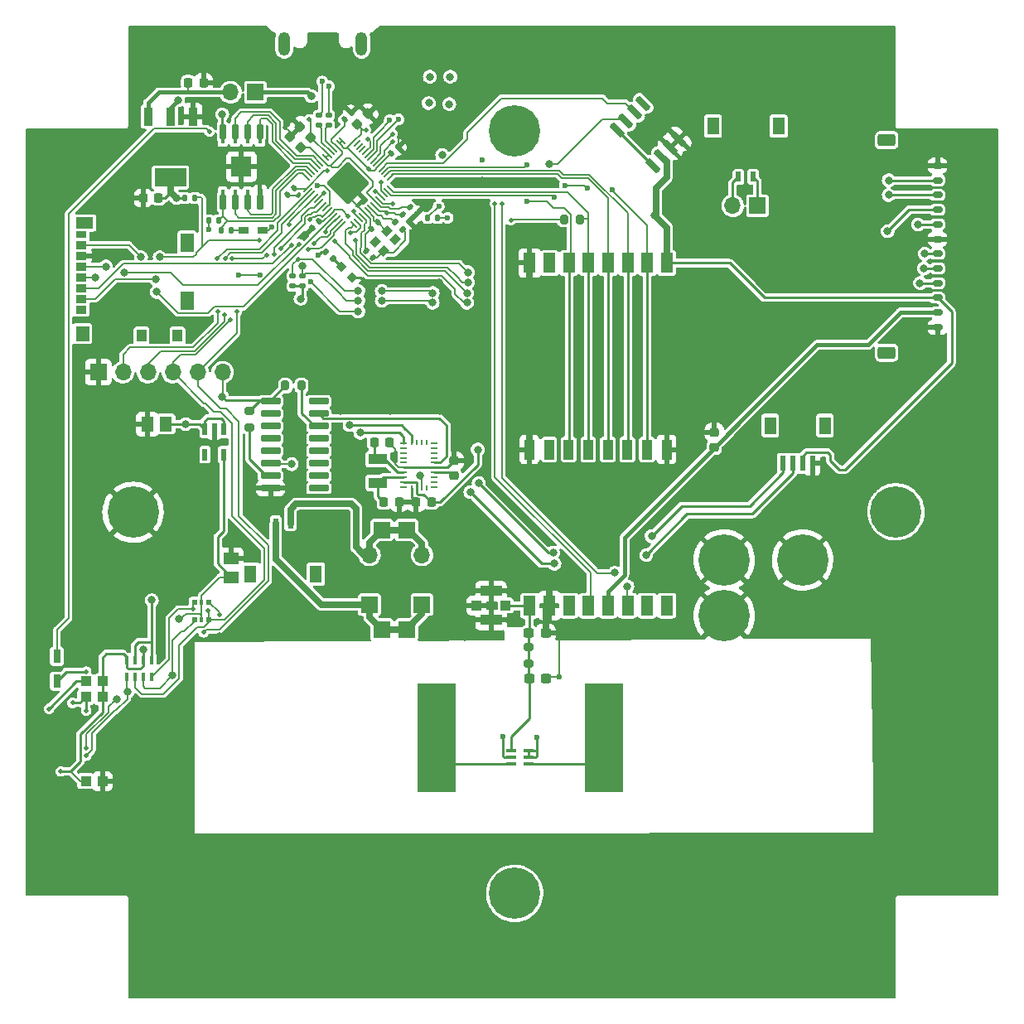
<source format=gbr>
%TF.GenerationSoftware,KiCad,Pcbnew,(6.0.7)*%
%TF.CreationDate,2023-03-27T22:24:20-07:00*%
%TF.ProjectId,FC_Board_v1,46435f42-6f61-4726-945f-76312e6b6963,rev?*%
%TF.SameCoordinates,Original*%
%TF.FileFunction,Copper,L1,Top*%
%TF.FilePolarity,Positive*%
%FSLAX46Y46*%
G04 Gerber Fmt 4.6, Leading zero omitted, Abs format (unit mm)*
G04 Created by KiCad (PCBNEW (6.0.7)) date 2023-03-27 22:24:20*
%MOMM*%
%LPD*%
G01*
G04 APERTURE LIST*
G04 Aperture macros list*
%AMRoundRect*
0 Rectangle with rounded corners*
0 $1 Rounding radius*
0 $2 $3 $4 $5 $6 $7 $8 $9 X,Y pos of 4 corners*
0 Add a 4 corners polygon primitive as box body*
4,1,4,$2,$3,$4,$5,$6,$7,$8,$9,$2,$3,0*
0 Add four circle primitives for the rounded corners*
1,1,$1+$1,$2,$3*
1,1,$1+$1,$4,$5*
1,1,$1+$1,$6,$7*
1,1,$1+$1,$8,$9*
0 Add four rect primitives between the rounded corners*
20,1,$1+$1,$2,$3,$4,$5,0*
20,1,$1+$1,$4,$5,$6,$7,0*
20,1,$1+$1,$6,$7,$8,$9,0*
20,1,$1+$1,$8,$9,$2,$3,0*%
%AMRotRect*
0 Rectangle, with rotation*
0 The origin of the aperture is its center*
0 $1 length*
0 $2 width*
0 $3 Rotation angle, in degrees counterclockwise*
0 Add horizontal line*
21,1,$1,$2,0,0,$3*%
G04 Aperture macros list end*
%TA.AperFunction,SMDPad,CuDef*%
%ADD10RoundRect,0.135000X0.226274X0.035355X0.035355X0.226274X-0.226274X-0.035355X-0.035355X-0.226274X0*%
%TD*%
%TA.AperFunction,SMDPad,CuDef*%
%ADD11R,0.500000X0.500000*%
%TD*%
%TA.AperFunction,SMDPad,CuDef*%
%ADD12R,0.400000X0.500000*%
%TD*%
%TA.AperFunction,SMDPad,CuDef*%
%ADD13R,1.900000X1.100000*%
%TD*%
%TA.AperFunction,SMDPad,CuDef*%
%ADD14RoundRect,0.135000X-0.185000X0.135000X-0.185000X-0.135000X0.185000X-0.135000X0.185000X0.135000X0*%
%TD*%
%TA.AperFunction,SMDPad,CuDef*%
%ADD15R,1.100000X0.850000*%
%TD*%
%TA.AperFunction,SMDPad,CuDef*%
%ADD16R,1.100000X0.750000*%
%TD*%
%TA.AperFunction,SMDPad,CuDef*%
%ADD17R,1.800000X1.170000*%
%TD*%
%TA.AperFunction,SMDPad,CuDef*%
%ADD18R,1.350000X1.900000*%
%TD*%
%TA.AperFunction,SMDPad,CuDef*%
%ADD19R,1.000000X1.200000*%
%TD*%
%TA.AperFunction,SMDPad,CuDef*%
%ADD20R,1.350000X1.550000*%
%TD*%
%TA.AperFunction,SMDPad,CuDef*%
%ADD21RoundRect,0.135000X0.185000X-0.135000X0.185000X0.135000X-0.185000X0.135000X-0.185000X-0.135000X0*%
%TD*%
%TA.AperFunction,SMDPad,CuDef*%
%ADD22RotRect,0.800000X0.800000X225.000000*%
%TD*%
%TA.AperFunction,ComponentPad*%
%ADD23C,5.250000*%
%TD*%
%TA.AperFunction,SMDPad,CuDef*%
%ADD24RoundRect,0.200000X0.200000X0.275000X-0.200000X0.275000X-0.200000X-0.275000X0.200000X-0.275000X0*%
%TD*%
%TA.AperFunction,SMDPad,CuDef*%
%ADD25RoundRect,0.140000X0.021213X-0.219203X0.219203X-0.021213X-0.021213X0.219203X-0.219203X0.021213X0*%
%TD*%
%TA.AperFunction,ComponentPad*%
%ADD26R,1.700000X1.700000*%
%TD*%
%TA.AperFunction,ComponentPad*%
%ADD27O,1.700000X1.700000*%
%TD*%
%TA.AperFunction,SMDPad,CuDef*%
%ADD28R,1.200000X1.800000*%
%TD*%
%TA.AperFunction,SMDPad,CuDef*%
%ADD29R,0.600000X1.550000*%
%TD*%
%TA.AperFunction,SMDPad,CuDef*%
%ADD30RoundRect,0.135000X-0.226274X-0.035355X-0.035355X-0.226274X0.226274X0.035355X0.035355X0.226274X0*%
%TD*%
%TA.AperFunction,SMDPad,CuDef*%
%ADD31RoundRect,0.225000X0.225000X0.250000X-0.225000X0.250000X-0.225000X-0.250000X0.225000X-0.250000X0*%
%TD*%
%TA.AperFunction,SMDPad,CuDef*%
%ADD32RoundRect,0.150000X0.150000X-0.650000X0.150000X0.650000X-0.150000X0.650000X-0.150000X-0.650000X0*%
%TD*%
%TA.AperFunction,SMDPad,CuDef*%
%ADD33RoundRect,0.225000X-0.250000X0.225000X-0.250000X-0.225000X0.250000X-0.225000X0.250000X0.225000X0*%
%TD*%
%TA.AperFunction,SMDPad,CuDef*%
%ADD34R,0.675000X0.250000*%
%TD*%
%TA.AperFunction,SMDPad,CuDef*%
%ADD35R,0.250000X0.575000*%
%TD*%
%TA.AperFunction,SMDPad,CuDef*%
%ADD36R,1.300000X1.500000*%
%TD*%
%TA.AperFunction,SMDPad,CuDef*%
%ADD37RoundRect,0.135000X-0.135000X-0.185000X0.135000X-0.185000X0.135000X0.185000X-0.135000X0.185000X0*%
%TD*%
%TA.AperFunction,SMDPad,CuDef*%
%ADD38RoundRect,0.225000X0.017678X-0.335876X0.335876X-0.017678X-0.017678X0.335876X-0.335876X0.017678X0*%
%TD*%
%TA.AperFunction,SMDPad,CuDef*%
%ADD39R,0.550000X1.200000*%
%TD*%
%TA.AperFunction,SMDPad,CuDef*%
%ADD40RoundRect,0.225000X0.335876X0.017678X0.017678X0.335876X-0.335876X-0.017678X-0.017678X-0.335876X0*%
%TD*%
%TA.AperFunction,SMDPad,CuDef*%
%ADD41R,4.000000X11.000000*%
%TD*%
%TA.AperFunction,SMDPad,CuDef*%
%ADD42R,4.000000X1.000000*%
%TD*%
%TA.AperFunction,SMDPad,CuDef*%
%ADD43RoundRect,0.200000X0.275000X-0.200000X0.275000X0.200000X-0.275000X0.200000X-0.275000X-0.200000X0*%
%TD*%
%TA.AperFunction,SMDPad,CuDef*%
%ADD44RoundRect,0.200000X-0.275000X0.200000X-0.275000X-0.200000X0.275000X-0.200000X0.275000X0.200000X0*%
%TD*%
%TA.AperFunction,SMDPad,CuDef*%
%ADD45R,1.300000X2.000000*%
%TD*%
%TA.AperFunction,SMDPad,CuDef*%
%ADD46R,4.800001X5.699999*%
%TD*%
%TA.AperFunction,SMDPad,CuDef*%
%ADD47R,1.100000X1.000000*%
%TD*%
%TA.AperFunction,SMDPad,CuDef*%
%ADD48R,1.000000X1.000000*%
%TD*%
%TA.AperFunction,SMDPad,CuDef*%
%ADD49R,2.200000X1.050000*%
%TD*%
%TA.AperFunction,SMDPad,CuDef*%
%ADD50R,0.600000X1.000000*%
%TD*%
%TA.AperFunction,SMDPad,CuDef*%
%ADD51R,1.250000X1.800000*%
%TD*%
%TA.AperFunction,SMDPad,CuDef*%
%ADD52RoundRect,0.237500X-0.300000X-0.237500X0.300000X-0.237500X0.300000X0.237500X-0.300000X0.237500X0*%
%TD*%
%TA.AperFunction,SMDPad,CuDef*%
%ADD53R,1.000000X2.000000*%
%TD*%
%TA.AperFunction,SMDPad,CuDef*%
%ADD54R,0.450000X1.050000*%
%TD*%
%TA.AperFunction,SMDPad,CuDef*%
%ADD55R,2.100000X2.100000*%
%TD*%
%TA.AperFunction,SMDPad,CuDef*%
%ADD56RoundRect,0.042000X-0.943000X-0.258000X0.943000X-0.258000X0.943000X0.258000X-0.943000X0.258000X0*%
%TD*%
%TA.AperFunction,SMDPad,CuDef*%
%ADD57RoundRect,0.225000X-0.225000X-0.250000X0.225000X-0.250000X0.225000X0.250000X-0.225000X0.250000X0*%
%TD*%
%TA.AperFunction,SMDPad,CuDef*%
%ADD58RoundRect,0.135000X0.135000X0.185000X-0.135000X0.185000X-0.135000X-0.185000X0.135000X-0.185000X0*%
%TD*%
%TA.AperFunction,SMDPad,CuDef*%
%ADD59R,1.000000X0.800000*%
%TD*%
%TA.AperFunction,SMDPad,CuDef*%
%ADD60RoundRect,0.140000X0.219203X0.021213X0.021213X0.219203X-0.219203X-0.021213X-0.021213X-0.219203X0*%
%TD*%
%TA.AperFunction,SMDPad,CuDef*%
%ADD61RoundRect,0.140000X-0.021213X0.219203X-0.219203X0.021213X0.021213X-0.219203X0.219203X-0.021213X0*%
%TD*%
%TA.AperFunction,SMDPad,CuDef*%
%ADD62R,1.500000X1.300000*%
%TD*%
%TA.AperFunction,SMDPad,CuDef*%
%ADD63R,0.450000X0.900000*%
%TD*%
%TA.AperFunction,SMDPad,CuDef*%
%ADD64RoundRect,0.150000X0.618718X-0.406586X-0.406586X0.618718X-0.618718X0.406586X0.406586X-0.618718X0*%
%TD*%
%TA.AperFunction,SMDPad,CuDef*%
%ADD65R,0.800000X1.350000*%
%TD*%
%TA.AperFunction,SMDPad,CuDef*%
%ADD66RoundRect,0.200000X-0.200000X-0.275000X0.200000X-0.275000X0.200000X0.275000X-0.200000X0.275000X0*%
%TD*%
%TA.AperFunction,SMDPad,CuDef*%
%ADD67RoundRect,0.140000X-0.219203X-0.021213X-0.021213X-0.219203X0.219203X0.021213X0.021213X0.219203X0*%
%TD*%
%TA.AperFunction,SMDPad,CuDef*%
%ADD68RotRect,0.900000X0.750000X45.000000*%
%TD*%
%TA.AperFunction,SMDPad,CuDef*%
%ADD69RoundRect,0.150000X-0.350000X0.150000X-0.350000X-0.150000X0.350000X-0.150000X0.350000X0.150000X0*%
%TD*%
%TA.AperFunction,SMDPad,CuDef*%
%ADD70RoundRect,0.250000X-0.650000X0.375000X-0.650000X-0.375000X0.650000X-0.375000X0.650000X0.375000X0*%
%TD*%
%TA.AperFunction,SMDPad,CuDef*%
%ADD71R,1.000000X0.350000*%
%TD*%
%TA.AperFunction,SMDPad,CuDef*%
%ADD72R,0.900000X1.850000*%
%TD*%
%TA.AperFunction,SMDPad,CuDef*%
%ADD73R,3.200000X1.850000*%
%TD*%
%TA.AperFunction,SMDPad,CuDef*%
%ADD74RotRect,0.875000X0.200000X225.000000*%
%TD*%
%TA.AperFunction,SMDPad,CuDef*%
%ADD75RotRect,0.875000X0.200000X315.000000*%
%TD*%
%TA.AperFunction,SMDPad,CuDef*%
%ADD76RotRect,0.875000X0.200000X45.000000*%
%TD*%
%TA.AperFunction,SMDPad,CuDef*%
%ADD77RotRect,0.875000X0.200000X135.000000*%
%TD*%
%TA.AperFunction,SMDPad,CuDef*%
%ADD78RoundRect,0.160000X0.000000X-2.036468X2.036468X0.000000X0.000000X2.036468X-2.036468X0.000000X0*%
%TD*%
%TA.AperFunction,ComponentPad*%
%ADD79O,1.208000X2.416000*%
%TD*%
%TA.AperFunction,ViaPad*%
%ADD80C,0.800000*%
%TD*%
%TA.AperFunction,ViaPad*%
%ADD81C,0.600000*%
%TD*%
%TA.AperFunction,ViaPad*%
%ADD82C,0.460000*%
%TD*%
%TA.AperFunction,Conductor*%
%ADD83C,0.250000*%
%TD*%
%TA.AperFunction,Conductor*%
%ADD84C,0.152400*%
%TD*%
%TA.AperFunction,Conductor*%
%ADD85C,0.293370*%
%TD*%
%TA.AperFunction,Conductor*%
%ADD86C,0.200000*%
%TD*%
%TA.AperFunction,Conductor*%
%ADD87C,0.635000*%
%TD*%
%TA.AperFunction,Conductor*%
%ADD88C,0.254000*%
%TD*%
%TA.AperFunction,Conductor*%
%ADD89C,0.381000*%
%TD*%
G04 APERTURE END LIST*
D10*
%TO.P,R3,1,1*%
%TO.N,Net-(C2-Pad2)*%
X154348878Y-83310398D03*
%TO.P,R3,2,2*%
%TO.N,Net-(IC1-Pad21)*%
X153627630Y-82589150D03*
%TD*%
D11*
%TO.P,Q1,1,S*%
%TO.N,/SCL_3V*%
X133095800Y-123219400D03*
D12*
%TO.P,Q1,2,G*%
%TO.N,2.8V*%
X133845800Y-123219400D03*
D11*
%TO.P,Q1,3,D*%
%TO.N,SDA1*%
X134595800Y-123219400D03*
%TO.P,Q1,4,S*%
%TO.N,/SDA_3V*%
X134595800Y-121419400D03*
D12*
%TO.P,Q1,5,G*%
%TO.N,2.8V*%
X133845800Y-121419400D03*
D11*
%TO.P,Q1,6,D*%
%TO.N,SCL1*%
X133095800Y-121419400D03*
%TD*%
D13*
%TO.P,X2,P$1,P$1*%
%TO.N,/XIN*%
X151845800Y-109219400D03*
%TO.P,X2,P$2,P$2*%
%TO.N,/XOUT*%
X151845800Y-106819400D03*
%TD*%
D14*
%TO.P,R6,1,1*%
%TO.N,Net-(R6-Pad1)*%
X146822010Y-71681428D03*
%TO.P,R6,2,2*%
%TO.N,/D-*%
X146822010Y-72701428D03*
%TD*%
D15*
%TO.P,J44,1,DAT2*%
%TO.N,unconnected-(J4-Pad1)*%
X121529980Y-91524400D03*
%TO.P,J44,2,CD/DAT3*%
%TO.N,SPI1_CS0*%
X121529980Y-90424400D03*
%TO.P,J44,3,CMD*%
%TO.N,SPI1_MOSI*%
X121529980Y-89324400D03*
%TO.P,J44,4,VDD*%
%TO.N,3.3V*%
X121529980Y-88224400D03*
%TO.P,J44,5,CLK*%
%TO.N,SPI1_SCK*%
X121529980Y-87124400D03*
%TO.P,J44,6,VSS*%
%TO.N,GND*%
X121529980Y-86024400D03*
%TO.P,J44,7,DAT0*%
%TO.N,SPI1_MISO*%
X121529980Y-84924400D03*
D16*
%TO.P,J44,8,DAT1*%
%TO.N,unconnected-(J4-Pad8)*%
X121529980Y-83874400D03*
D17*
%TO.P,J44,9*%
%TO.N,N/C*%
X121879980Y-82664400D03*
D18*
%TO.P,J44,10*%
X132354980Y-84689400D03*
%TO.P,J44,11*%
X132354980Y-90659400D03*
D19*
%TO.P,J44,12*%
X131379980Y-94159400D03*
%TO.P,J44,13*%
X127679980Y-94159400D03*
D20*
%TO.P,J44,14*%
X121654980Y-93984400D03*
%TD*%
D21*
%TO.P,R11,1,1*%
%TO.N,3.3V*%
X144145800Y-89129400D03*
%TO.P,R11,2,2*%
%TO.N,SDA0*%
X144145800Y-88109400D03*
%TD*%
D22*
%TO.P,D2,A,A*%
%TO.N,Net-(D2-PadA)*%
X148110470Y-87150470D03*
%TO.P,D2,C,C*%
%TO.N,GND*%
X149171130Y-88211130D03*
%TD*%
D23*
%TO.P,,1,In*%
%TO.N,GND*%
X195245800Y-117119400D03*
%TD*%
D24*
%TO.P,R19,1,1*%
%TO.N,/RST*%
X144045800Y-99294400D03*
%TO.P,R19,2,2*%
%TO.N,3.3V*%
X142395800Y-99294400D03*
%TD*%
D25*
%TO.P,C7,1,1*%
%TO.N,3.3V*%
X153233913Y-75585961D03*
%TO.P,C7,2,2*%
%TO.N,GND*%
X153912735Y-74907139D03*
%TD*%
D26*
%TO.P,J_Burn,1*%
%TO.N,N/C*%
X154795800Y-124214400D03*
X150985800Y-121674400D03*
X152255800Y-124214400D03*
X156355800Y-121674400D03*
D27*
%TO.P,J_Burn,2*%
X150985800Y-116594400D03*
D26*
X152255800Y-114054400D03*
X154795800Y-114054400D03*
D27*
X156355800Y-116594400D03*
%TD*%
D26*
%TO.P,J6,1,Pin_1*%
%TO.N,/BATT_NEG*%
X190645800Y-80919400D03*
D27*
%TO.P,J6,2,Pin_2*%
%TO.N,/BATT_POS*%
X188105800Y-80919400D03*
%TD*%
D28*
%TO.P,J10,S2,SHIELD*%
%TO.N,N/C*%
X191945800Y-103369400D03*
%TO.P,J10,S1,SHIELD*%
X197545800Y-103369400D03*
D29*
%TO.P,J10,4,SCL*%
%TO.N,SCL1*%
X193245800Y-107244400D03*
%TO.P,J10,3,SDA*%
%TO.N,SDA1*%
X194245800Y-107244400D03*
%TO.P,J10,1,GND*%
%TO.N,GND*%
X196245800Y-107244400D03*
%TO.P,J10,*%
%TO.N,3.3V*%
X195245800Y-107244400D03*
%TD*%
D30*
%TO.P,R9,1,1*%
%TO.N,3.3V*%
X146527576Y-85592976D03*
%TO.P,R9,2,2*%
%TO.N,Net-(D2-PadA)*%
X147248824Y-86314224D03*
%TD*%
D31*
%TO.P,C19,1,1*%
%TO.N,3.3V*%
X129420800Y-80119400D03*
%TO.P,C19,2,2*%
%TO.N,GND*%
X127870800Y-80119400D03*
%TD*%
D25*
%TO.P,C1,1,1*%
%TO.N,GND*%
X151134370Y-83289189D03*
%TO.P,C1,2,2*%
%TO.N,Net-(C1-Pad2)*%
X151813192Y-82610367D03*
%TD*%
D32*
%TO.P,U2,1,SSEL*%
%TO.N,/QSPI_CS*%
X135988628Y-80516413D03*
%TO.P,U2,2,MISO*%
%TO.N,/QSPI_DATA[1]*%
X137258628Y-80516413D03*
%TO.P,U2,3,WP#/IO2*%
%TO.N,/QSPI_DATA[2]*%
X138528628Y-80516413D03*
%TO.P,U2,4,VSS*%
%TO.N,GND*%
X139798628Y-80516413D03*
%TO.P,U2,5,MOSI*%
%TO.N,/QSPI_DATA[0]*%
X139798628Y-73316413D03*
%TO.P,U2,6,SCK*%
%TO.N,/QSPI_SCK*%
X138528628Y-73316413D03*
%TO.P,U2,7,HOLD#/IO3*%
%TO.N,/QSPI_DATA[3]*%
X137258628Y-73316413D03*
%TO.P,U2,8,VCC*%
%TO.N,3.3V*%
X135988628Y-73316413D03*
%TD*%
D33*
%TO.P,C21,1,1*%
%TO.N,GND*%
X159645800Y-106969400D03*
%TO.P,C21,2,2*%
%TO.N,/CAP*%
X159645800Y-108519400D03*
%TD*%
D34*
%TO.P,U8,1*%
%TO.N,N/C*%
X154483300Y-109669400D03*
D35*
%TO.P,U8,2,GND*%
%TO.N,GND*%
X155295800Y-109731900D03*
%TO.P,U8,3,VDD*%
%TO.N,3.3V*%
X155795800Y-109731900D03*
%TO.P,U8,4,BOOTN*%
%TO.N,/BOOT_3V*%
X156295800Y-109731900D03*
%TO.P,U8,5,PS1*%
%TO.N,unconnected-(U8-Pad5)*%
X156795800Y-109731900D03*
D34*
%TO.P,U8,6,PS0/WAKE*%
%TO.N,unconnected-(U8-Pad6)*%
X157608300Y-109669400D03*
%TO.P,U8,7*%
%TO.N,N/C*%
X157608300Y-109169400D03*
%TO.P,U8,8*%
X157608300Y-108669400D03*
%TO.P,U8,9,CAP*%
%TO.N,/CAP*%
X157608300Y-108169400D03*
%TO.P,U8,10,CLKSEL0*%
%TO.N,GND*%
X157608300Y-107669400D03*
%TO.P,U8,11,NRST*%
%TO.N,/RST_3V*%
X157608300Y-107169400D03*
%TO.P,U8,12*%
%TO.N,N/C*%
X157608300Y-106669400D03*
%TO.P,U8,13*%
X157608300Y-106169400D03*
%TO.P,U8,14,H_INTN*%
%TO.N,/INT*%
X157608300Y-105669400D03*
%TO.P,U8,15,S_SCL*%
%TO.N,unconnected-(U8-Pad15)*%
X157608300Y-105169400D03*
D35*
%TO.P,U8,16,S_SDA*%
%TO.N,unconnected-(U8-Pad16)*%
X156795800Y-105106900D03*
%TO.P,U8,17,H_SA0/MOSI*%
%TO.N,unconnected-(U8-Pad17)*%
X156295800Y-105106900D03*
%TO.P,U8,18,H_CSN*%
%TO.N,unconnected-(U8-Pad18)*%
X155795800Y-105106900D03*
%TO.P,U8,19,H_SCL/SCLK/RX*%
%TO.N,SCL1*%
X155295800Y-105106900D03*
D34*
%TO.P,U8,20,H_SDA/MISO/TX*%
%TO.N,SDA1*%
X154483300Y-105169400D03*
%TO.P,U8,21*%
%TO.N,N/C*%
X154483300Y-105669400D03*
%TO.P,U8,22*%
X154483300Y-106169400D03*
%TO.P,U8,23*%
X154483300Y-106669400D03*
%TO.P,U8,24*%
X154483300Y-107169400D03*
%TO.P,U8,25,GNDIO*%
%TO.N,GND*%
X154483300Y-107669400D03*
%TO.P,U8,26,CLKSEL1/XOUT32*%
%TO.N,/XOUT*%
X154483300Y-108169400D03*
%TO.P,U8,27,XIN32*%
%TO.N,/XIN*%
X154483300Y-108669400D03*
%TO.P,U8,28,VDDIO*%
%TO.N,3.3V*%
X154483300Y-109169400D03*
%TD*%
D36*
%TO.P,C15,1,1*%
%TO.N,3.3V*%
X130195800Y-103219400D03*
%TO.P,C15,2,2*%
%TO.N,GND*%
X128295800Y-103219400D03*
%TD*%
D31*
%TO.P,C20,1,1*%
%TO.N,3.3V*%
X157320800Y-111219400D03*
%TO.P,C20,2,2*%
%TO.N,GND*%
X155770800Y-111219400D03*
%TD*%
D37*
%TO.P,R7,1,1*%
%TO.N,3.3V*%
X134527996Y-82411963D03*
%TO.P,R7,2,2*%
%TO.N,/QSPI_CS*%
X135547996Y-82411963D03*
%TD*%
D38*
%TO.P,C6,1,1*%
%TO.N,3.3V*%
X149740378Y-72613713D03*
%TO.P,C6,2,2*%
%TO.N,GND*%
X150836394Y-71517697D03*
%TD*%
D23*
%TO.P,J2,1,VTref*%
%TO.N,3.3V*%
X165820800Y-151194400D03*
%TD*%
D33*
%TO.P,C12,1*%
%TO.N,GND*%
X186220800Y-104044400D03*
%TO.P,C12,2*%
%TO.N,VCC_RF1*%
X186220800Y-105594400D03*
%TD*%
D39*
%TO.P,U6,1,IN*%
%TO.N,3.3V*%
X136070800Y-103744300D03*
%TO.P,U6,2,GND*%
%TO.N,GND*%
X135120800Y-103744300D03*
%TO.P,U6,3,EN*%
%TO.N,3.3V*%
X134170800Y-103744300D03*
%TO.P,U6,4,P4*%
%TO.N,unconnected-(U6-Pad4)*%
X134170800Y-106344500D03*
%TO.P,U6,5,OUT*%
%TO.N,2.8V*%
X136070800Y-106344500D03*
%TD*%
D40*
%TO.P,C8,1,1*%
%TO.N,3.3V*%
X145017188Y-73906870D03*
%TO.P,C8,2,2*%
%TO.N,GND*%
X143921172Y-72810854D03*
%TD*%
D41*
%TO.P,AE1,1*%
%TO.N,N/C*%
X157830000Y-135214600D03*
D42*
X157830000Y-140294600D03*
D41*
%TO.P,AE1,2*%
X174910000Y-135214600D03*
D42*
X174910000Y-140294600D03*
%TD*%
D43*
%TO.P,R16,1,1*%
%TO.N,/BOOT*%
X138745800Y-103544400D03*
%TO.P,R16,2,2*%
%TO.N,3.3V*%
X138745800Y-101894400D03*
%TD*%
D44*
%TO.P,L1,1,1*%
%TO.N,RF1_ANT*%
X167259000Y-126048000D03*
%TO.P,L1,2,2*%
%TO.N,Net-(C14-Pad1)*%
X167259000Y-127698000D03*
%TD*%
D45*
%TO.P,U3,1,ANT*%
%TO.N,RF1_ANT*%
X167372599Y-121765399D03*
%TO.P,U3,2,GND*%
%TO.N,GND*%
X169372599Y-121765399D03*
%TO.P,U3,3,GPIO_3*%
%TO.N,unconnected-(U3-Pad3)*%
X171372599Y-121765399D03*
%TO.P,U3,4,GPIO_4*%
%TO.N,RF1_IO4*%
X173372599Y-121765399D03*
%TO.P,U3,5,VCC*%
%TO.N,VCC_RF1*%
X175372599Y-121765399D03*
%TO.P,U3,6,GPIO_0*%
%TO.N,RF1_IO0*%
X177372599Y-121765399D03*
%TO.P,U3,7,GPIO_1*%
%TO.N,unconnected-(U3-Pad7)*%
X179372599Y-121765399D03*
%TO.P,U3,8,GPIO_2*%
%TO.N,unconnected-(U3-Pad8)*%
X181372599Y-121765399D03*
%TO.P,U3,9,3.3V*%
%TO.N,3.3V*%
X181372599Y-86765399D03*
%TO.P,U3,10,MISO*%
%TO.N,SPI0_MISO*%
X179372599Y-86765399D03*
%TO.P,U3,11,MOSI*%
%TO.N,SPI0_MOSI*%
X177372599Y-86765399D03*
%TO.P,U3,12,SCK*%
%TO.N,SPI0_SCK*%
X175372599Y-86765399D03*
%TO.P,U3,13,NSS*%
%TO.N,SPI0_CS0*%
X173372599Y-86765399D03*
%TO.P,U3,14,RESET*%
%TO.N,RF1_RST*%
X171372599Y-86765399D03*
%TO.P,U3,15,GPIO_5*%
%TO.N,unconnected-(U3-Pad15)*%
X169372599Y-86765399D03*
%TO.P,U3,16,GND*%
%TO.N,GND*%
X167372599Y-86765399D03*
D46*
%TO.P,U3,17,GND*%
X172622599Y-110197899D03*
%TD*%
D47*
%TO.P,R13,1,1*%
%TO.N,/GPIO*%
X121995800Y-129519400D03*
%TO.P,R13,2,2*%
%TO.N,2.8V*%
X123695800Y-129519400D03*
%TD*%
D48*
%TO.P,U.Fl,1*%
%TO.N,RF1_ANT*%
X164898200Y-121767600D03*
D49*
%TO.P,U.Fl,2*%
%TO.N,GND*%
X163398200Y-120292600D03*
X163398200Y-123242600D03*
D48*
X161898200Y-121767600D03*
%TD*%
D50*
%TO.P,J7,1,Pin_1*%
%TO.N,/BATT_NEG*%
X190195800Y-77959400D03*
%TO.P,J7,2,Pin_2*%
%TO.N,/BATT_POS*%
X188695800Y-77959400D03*
D51*
%TO.P,J7,S1*%
%TO.N,N/C*%
X192800800Y-72769400D03*
%TO.P,J7,S2*%
X186090800Y-72769400D03*
%TD*%
D52*
%TO.P,C13,1,1*%
%TO.N,RF1_ANT*%
X167260100Y-124587000D03*
%TO.P,C13,2,2*%
%TO.N,GND*%
X168985100Y-124587000D03*
%TD*%
D14*
%TO.P,R5,1,1*%
%TO.N,Net-(R5-Pad1)*%
X145816222Y-71681428D03*
%TO.P,R5,2,2*%
%TO.N,/D+*%
X145816222Y-72701428D03*
%TD*%
D47*
%TO.P,R15,1,1*%
%TO.N,/XSHUT_2.8V*%
X121995800Y-131119400D03*
%TO.P,R15,2,2*%
%TO.N,2.8V*%
X123695800Y-131119400D03*
%TD*%
D53*
%TO.P,U4,1,GND*%
%TO.N,GND*%
X181345600Y-105817400D03*
%TO.P,U4,2,MISO*%
%TO.N,SPI0_MISO*%
X179345600Y-105817400D03*
%TO.P,U4,3,MOSI*%
%TO.N,SPI0_MOSI*%
X177345600Y-105817400D03*
%TO.P,U4,4,SCK*%
%TO.N,SPI0_SCK*%
X175345600Y-105817400D03*
%TO.P,U4,5,CS*%
%TO.N,SPI0_CS0*%
X173345600Y-105817400D03*
%TO.P,U4,6,~{RESET}*%
%TO.N,RF1_RST*%
X171345600Y-105817400D03*
%TO.P,U4,7,NC*%
%TO.N,unconnected-(U4-Pad7)*%
X169345600Y-105817400D03*
%TO.P,U4,8,GND*%
%TO.N,GND*%
X167345600Y-105817400D03*
%TO.P,U4,9,ANT*%
%TO.N,RF1_ANT*%
X167345600Y-121817400D03*
%TO.P,U4,10,GND*%
%TO.N,GND*%
X169345600Y-121817400D03*
%TO.P,U4,11,DIO3*%
%TO.N,unconnected-(U4-Pad11)*%
X171345600Y-121817400D03*
%TO.P,U4,12,BUSY*%
%TO.N,RF1_IO4*%
X173345600Y-121817400D03*
%TO.P,U4,13,3V3*%
%TO.N,VCC_RF1*%
X175345600Y-121817400D03*
%TO.P,U4,14,DIO0*%
%TO.N,RF1_IO0*%
X177345600Y-121817400D03*
%TO.P,U4,15,DIO1*%
%TO.N,unconnected-(U4-Pad15)*%
X179345600Y-121817400D03*
%TO.P,U4,16,DIO2*%
%TO.N,unconnected-(U4-Pad16)*%
X181345600Y-121817400D03*
%TD*%
D54*
%TO.P,U20,1*%
%TO.N,N/C*%
X135988628Y-79766413D03*
%TO.P,U20,2*%
X137258628Y-79766413D03*
%TO.P,U20,3*%
X138528628Y-79766413D03*
%TO.P,U20,4*%
%TO.N,GND*%
X139798628Y-79766413D03*
%TO.P,U20,5*%
%TO.N,N/C*%
X139798628Y-74066413D03*
%TO.P,U20,6*%
X138528628Y-74066413D03*
%TO.P,U20,7*%
X137258628Y-74066413D03*
%TO.P,U20,8*%
X135988628Y-74066413D03*
D55*
%TO.P,U20,9*%
%TO.N,GND*%
X137893628Y-76916413D03*
%TD*%
D56*
%TO.P,U7,1,VCC*%
%TO.N,3.3V*%
X140875800Y-100874400D03*
%TO.P,U7,2,1Y*%
%TO.N,/PS0_3V*%
X140875800Y-102144400D03*
%TO.P,U7,3,1A*%
%TO.N,/PS0*%
X140875800Y-103414400D03*
%TO.P,U7,4,2Y*%
%TO.N,/PS1_3V*%
X140875800Y-104684400D03*
%TO.P,U7,5,2A*%
%TO.N,/PS1*%
X140875800Y-105954400D03*
%TO.P,U7,6,3Y*%
%TO.N,/BOOT_3V*%
X140875800Y-107224400D03*
%TO.P,U7,7,3A*%
%TO.N,/BOOT*%
X140875800Y-108494400D03*
%TO.P,U7,8,GND*%
%TO.N,GND*%
X140875800Y-109764400D03*
%TO.P,U7,9,4A*%
%TO.N,/CS*%
X145825800Y-109764400D03*
%TO.P,U7,10,4Y*%
%TO.N,/CS_3V*%
X145825800Y-108494400D03*
%TO.P,U7,11,5A*%
%TO.N,/MOSI*%
X145825800Y-107224400D03*
%TO.P,U7,12,5Y*%
%TO.N,/MOSI_3V*%
X145825800Y-105954400D03*
%TO.P,U7,13*%
%TO.N,N/C*%
X145825800Y-104684400D03*
%TO.P,U7,14,6A*%
%TO.N,/RST*%
X145825800Y-103414400D03*
%TO.P,U7,15,6Y*%
%TO.N,/RST_3V*%
X145825800Y-102144400D03*
%TO.P,U7,16*%
%TO.N,N/C*%
X145825800Y-100874400D03*
%TD*%
D57*
%TO.P,C16,1,1*%
%TO.N,VUR*%
X132470800Y-68319400D03*
%TO.P,C16,2,2*%
%TO.N,GND*%
X134020800Y-68319400D03*
%TD*%
%TO.P,C23,1,1*%
%TO.N,/XOUT*%
X151470800Y-105119400D03*
%TO.P,C23,2,2*%
%TO.N,GND*%
X153020800Y-105119400D03*
%TD*%
%TO.P,C22,1,1*%
%TO.N,/XIN*%
X152470800Y-111219400D03*
%TO.P,C22,2,2*%
%TO.N,GND*%
X154020800Y-111219400D03*
%TD*%
D58*
%TO.P,R10,1,1*%
%TO.N,SPI1_CS0*%
X133155800Y-80119400D03*
%TO.P,R10,2,2*%
%TO.N,3.3V*%
X132135800Y-80119400D03*
%TD*%
D59*
%TO.P,D1,A,A*%
%TO.N,Net-(D1-PadA)*%
X138101996Y-83427963D03*
%TO.P,D1,C,C*%
%TO.N,/USBBOOT*%
X140101996Y-83427963D03*
%TD*%
D60*
%TO.P,C4,1,1*%
%TO.N,GND*%
X155787411Y-81746411D03*
%TO.P,C4,2,2*%
%TO.N,1.2V*%
X155108589Y-81067589D03*
%TD*%
D21*
%TO.P,R12,1,1*%
%TO.N,3.3V*%
X143145800Y-89129400D03*
%TO.P,R12,2,2*%
%TO.N,SCL0*%
X143145800Y-88109400D03*
%TD*%
D40*
%TO.P,C3,1,1*%
%TO.N,1.2V*%
X143939559Y-74984500D03*
%TO.P,C3,2,2*%
%TO.N,GND*%
X142843543Y-73888484D03*
%TD*%
D23*
%TO.P,J5,1,Pin_1*%
%TO.N,VBUS*%
X165820800Y-73244400D03*
%TD*%
%TO.P,,1,In*%
%TO.N,GND*%
X187245800Y-117119400D03*
%TD*%
D61*
%TO.P,C10,1,1*%
%TO.N,3.3V*%
X145830611Y-82515389D03*
%TO.P,C10,2,2*%
%TO.N,GND*%
X145151789Y-83194211D03*
%TD*%
D62*
%TO.P,C17,1,1*%
%TO.N,2.8V*%
X136845800Y-118869400D03*
%TO.P,C17,2,2*%
%TO.N,GND*%
X136845800Y-116969400D03*
%TD*%
D63*
%TO.P,R14,1,1*%
%TO.N,3.3V*%
X128745800Y-127369400D03*
%TO.P,R14,2,1*%
%TO.N,2.8V*%
X127845800Y-127369400D03*
%TO.P,R14,3,1*%
%TO.N,3.3V*%
X127045800Y-127369400D03*
%TO.P,R14,4,1*%
%TO.N,2.8V*%
X126145800Y-127369400D03*
%TO.P,R14,5,2*%
%TO.N,/SDA_3V*%
X126145800Y-129069400D03*
%TO.P,R14,6,2*%
%TO.N,SDA1*%
X127045800Y-129069400D03*
%TO.P,R14,7,2*%
%TO.N,/SCL_3V*%
X127845800Y-129069400D03*
%TO.P,R14,8,2*%
%TO.N,SCL1*%
X128745800Y-129069400D03*
%TD*%
D64*
%TO.P,U1,1,~{MR}*%
%TO.N,Net-(U1-Pad1)*%
X179919562Y-76787238D03*
%TO.P,U1,2,VCC*%
%TO.N,3.3V*%
X180817587Y-75889213D03*
%TO.P,U1,3,GND*%
%TO.N,GND*%
X181715613Y-74991187D03*
%TO.P,U1,4,PFI*%
X182613638Y-74093162D03*
%TO.P,U1,5,~{PFO}*%
%TO.N,unconnected-(U1-Pad5)*%
X178972038Y-70451562D03*
%TO.P,U1,6,~{WDI}*%
%TO.N,WDT_WDI*%
X178074013Y-71349587D03*
%TO.P,U1,7,~{RESET}*%
%TO.N,Net-(R2-Pad2)*%
X177175987Y-72247613D03*
%TO.P,U1,8,~{WDO}*%
%TO.N,Net-(U1-Pad1)*%
X176277962Y-73145638D03*
%TD*%
D65*
%TO.P,D3,A,A*%
%TO.N,/XSHUT_2.8V*%
X119045800Y-129489400D03*
%TO.P,D3,C,C*%
%TO.N,/XSHUT*%
X119045800Y-126949400D03*
%TD*%
D58*
%TO.P,R1,1,1*%
%TO.N,3.3V*%
X157964600Y-82143600D03*
%TO.P,R1,2,2*%
%TO.N,/~{RESET}*%
X156944600Y-82143600D03*
%TD*%
D52*
%TO.P,C14,1,1*%
%TO.N,Net-(C14-Pad1)*%
X167310900Y-129209800D03*
%TO.P,C14,2,2*%
%TO.N,GND*%
X169035900Y-129209800D03*
%TD*%
D66*
%TO.P,R8,1,1*%
%TO.N,3.3V*%
X170879000Y-82296000D03*
%TO.P,R8,2,2*%
%TO.N,SPI0_CS0*%
X172529000Y-82296000D03*
%TD*%
D67*
%TO.P,C11,1,1*%
%TO.N,3.3V*%
X154346589Y-81829589D03*
%TO.P,C11,2,2*%
%TO.N,GND*%
X155025411Y-82508411D03*
%TD*%
D68*
%TO.P,Y1,1,1*%
%TO.N,Net-(C2-Pad2)*%
X152445914Y-85519681D03*
%TO.P,Y1,2*%
%TO.N,N/C*%
X153612640Y-84352955D03*
%TO.P,Y1,3,2*%
%TO.N,Net-(C1-Pad2)*%
X152728756Y-83469071D03*
%TO.P,Y1,4*%
%TO.N,N/C*%
X151562030Y-84635797D03*
%TD*%
D26*
%TO.P,J3,1,Pin_1*%
%TO.N,GND*%
X123266200Y-97917000D03*
D27*
%TO.P,J3,2,Pin_2*%
%TO.N,TX*%
X125806200Y-97917000D03*
%TO.P,J3,3,Pin_3*%
%TO.N,RX*%
X128346200Y-97917000D03*
%TO.P,J3,4,Pin_4*%
%TO.N,SDA1*%
X130886200Y-97917000D03*
%TO.P,J3,5,Pin_5*%
%TO.N,SCL1*%
X133426200Y-97917000D03*
%TO.P,J3,6,Pin_6*%
%TO.N,3.3V*%
X135966200Y-97917000D03*
%TD*%
D37*
%TO.P,R4,1,1*%
%TO.N,/QSPI_CS*%
X135797996Y-83427963D03*
%TO.P,R4,2,2*%
%TO.N,Net-(D1-PadA)*%
X136817996Y-83427963D03*
%TD*%
D69*
%TO.P,J1,1,Pin_1*%
%TO.N,GND*%
X209035800Y-76814400D03*
%TO.P,J1,2,Pin_2*%
%TO.N,BURN_RELAY_A*%
X209035800Y-78314400D03*
%TO.P,J1,3,Pin_3*%
%TO.N,VBUS_RESET*%
X209035800Y-79814400D03*
%TO.P,J1,4,Pin_4*%
%TO.N,I2C_RESET*%
X209035800Y-81314400D03*
%TO.P,J1,5,Pin_5*%
%TO.N,ENAB_RF*%
X209035800Y-82814400D03*
%TO.P,J1,6,Pin_6*%
%TO.N,GND*%
X209035800Y-84314400D03*
%TO.P,J1,7,Pin_7*%
%TO.N,SCL0*%
X209035800Y-85814400D03*
%TO.P,J1,8,Pin_8*%
%TO.N,SDA0*%
X209035800Y-87314400D03*
%TO.P,J1,9,Pin_9*%
%TO.N,ENABLE_BURN*%
X209035800Y-88814400D03*
%TO.P,J1,10,Pin_10*%
%TO.N,3.3V*%
X209035800Y-90314400D03*
%TO.P,J1,11,Pin_11*%
%TO.N,VCC_RF1*%
X209035800Y-91814400D03*
%TO.P,J1,12,Pin_12*%
%TO.N,GND*%
X209035800Y-93314400D03*
D70*
%TO.P,J1,MP*%
%TO.N,N/C*%
X203845800Y-74209400D03*
X203845800Y-95919400D03*
%TD*%
D67*
%TO.P,C2,1,1*%
%TO.N,GND*%
X150667398Y-85519966D03*
%TO.P,C2,2,2*%
%TO.N,Net-(C2-Pad2)*%
X151346220Y-86198788D03*
%TD*%
D61*
%TO.P,C5,1,1*%
%TO.N,GND*%
X149119118Y-71438927D03*
%TO.P,C5,2,2*%
%TO.N,1.2V*%
X148440296Y-72117749D03*
%TD*%
D23*
%TO.P,,1,In*%
%TO.N,GND*%
X187245800Y-122819400D03*
%TD*%
D71*
%TO.P,UX,1,ANT*%
%TO.N,RF1_ANT*%
X165450200Y-136622000D03*
%TO.P,UX,2,GND*%
%TO.N,GND*%
X165450200Y-137272000D03*
%TO.P,UX,3,GPIO_3*%
%TO.N,N/C*%
X165450200Y-137922000D03*
%TO.P,UX,4,GPIO_4*%
X167250200Y-137922000D03*
%TO.P,UX,5,VCC*%
%TO.N,GND*%
X167250200Y-137272000D03*
%TO.P,UX,6,GPIO_0*%
X167250200Y-136622000D03*
%TD*%
D26*
%TO.P,J5,1,Pin_1*%
%TO.N,VBUS*%
X139320800Y-69319400D03*
D27*
%TO.P,J5,2,Pin_2*%
%TO.N,VUR*%
X136780800Y-69319400D03*
%TD*%
D61*
%TO.P,C9,1,1*%
%TO.N,3.3V*%
X143316011Y-79086389D03*
%TO.P,C9,2,2*%
%TO.N,GND*%
X142637189Y-79765211D03*
%TD*%
D72*
%TO.P,IC2,1,ADJ/GND*%
%TO.N,GND*%
X132945800Y-71819400D03*
%TO.P,IC2,2,OUTPUT*%
%TO.N,3.3V*%
X130645800Y-71819400D03*
%TO.P,IC2,3,INPUT*%
%TO.N,VUR*%
X128345800Y-71819400D03*
D73*
%TO.P,IC2,4,VOUT*%
%TO.N,3.3V*%
X130645800Y-78019400D03*
%TD*%
D74*
%TO.P,IC1,1,IOVDD*%
%TO.N,3.3V*%
X144537632Y-79168454D03*
%TO.P,IC1,2,GPIO0*%
%TO.N,TX*%
X144820475Y-79451296D03*
%TO.P,IC1,3,GPIO1*%
%TO.N,RX*%
X145103317Y-79734139D03*
%TO.P,IC1,4,GPIO2*%
%TO.N,SDA1*%
X145386160Y-80016982D03*
%TO.P,IC1,5,GPIO3*%
%TO.N,SCL1*%
X145669003Y-80299825D03*
%TO.P,IC1,6,GPIO4*%
%TO.N,SDA0*%
X145951846Y-80582667D03*
%TO.P,IC1,7,GPIO5*%
%TO.N,SCL0*%
X146234688Y-80865510D03*
%TO.P,IC1,8,GPIO6*%
%TO.N,ENABLE_BURN*%
X146517531Y-81148353D03*
%TO.P,IC1,9,GPIO7*%
%TO.N,I2C_RESET*%
X146800374Y-81431195D03*
%TO.P,IC1,10,IOVDD*%
%TO.N,3.3V*%
X147083216Y-81714038D03*
%TO.P,IC1,11,GPIO8*%
%TO.N,SPI1_MISO*%
X147366059Y-81996881D03*
%TO.P,IC1,12,GPIO9*%
%TO.N,SPI1_CS0*%
X147648902Y-82279724D03*
%TO.P,IC1,13,GPIO10*%
%TO.N,SPI1_SCK*%
X147931745Y-82562566D03*
%TO.P,IC1,14,GPIO11*%
%TO.N,SPI1_MOSI*%
X148214587Y-82845409D03*
D75*
%TO.P,IC1,15,GPIO12*%
%TO.N,ENAB_RF*%
X149416669Y-82845409D03*
%TO.P,IC1,16,GPIO13*%
%TO.N,/USBBOOT*%
X149699511Y-82562566D03*
%TO.P,IC1,17,GPIO14*%
%TO.N,VBUS_RESET*%
X149982354Y-82279724D03*
%TO.P,IC1,18,GPIO15*%
%TO.N,BURN_RELAY_A*%
X150265197Y-81996881D03*
%TO.P,IC1,19,TESTEN*%
%TO.N,GND*%
X150548040Y-81714038D03*
%TO.P,IC1,20,XIN*%
%TO.N,Net-(C1-Pad2)*%
X150830882Y-81431195D03*
%TO.P,IC1,21,XOUT*%
%TO.N,Net-(IC1-Pad21)*%
X151113725Y-81148353D03*
%TO.P,IC1,22,IOVDD*%
%TO.N,3.3V*%
X151396568Y-80865510D03*
%TO.P,IC1,23,DVDD*%
%TO.N,1.2V*%
X151679410Y-80582667D03*
%TO.P,IC1,24,SWCLK*%
%TO.N,SWCLK*%
X151962253Y-80299825D03*
%TO.P,IC1,25,SWDIO*%
%TO.N,SWDIO*%
X152245096Y-80016982D03*
%TO.P,IC1,26,/RUN*%
%TO.N,/~{RESET}*%
X152527939Y-79734139D03*
%TO.P,IC1,27,GPIO16*%
%TO.N,SPI0_MISO*%
X152810781Y-79451296D03*
%TO.P,IC1,28,GPIO17*%
%TO.N,SPI0_CS0*%
X153093624Y-79168454D03*
D76*
%TO.P,IC1,29,GPIO18*%
%TO.N,SPI0_SCK*%
X153093624Y-77966372D03*
%TO.P,IC1,30,GPIO19*%
%TO.N,SPI0_MOSI*%
X152810781Y-77683530D03*
%TO.P,IC1,31,GPIO20*%
%TO.N,RF1_RST*%
X152527939Y-77400687D03*
%TO.P,IC1,32,GPIO21*%
%TO.N,WDT_WDI*%
X152245096Y-77117844D03*
%TO.P,IC1,33,IOVDD*%
%TO.N,3.3V*%
X151962253Y-76835001D03*
%TO.P,IC1,34,GPIO22*%
%TO.N,RF1_IO4*%
X151679410Y-76552159D03*
%TO.P,IC1,35,GPIO23*%
%TO.N,RF1_IO0*%
X151396568Y-76269316D03*
%TO.P,IC1,36,GPIO24*%
%TO.N,NEOPIX*%
X151113725Y-75986473D03*
%TO.P,IC1,37,GPIO25*%
%TO.N,NEO_PWR*%
X150830882Y-75703631D03*
%TO.P,IC1,38,GPIO26/AD0*%
%TO.N,/XSHUT*%
X150548040Y-75420788D03*
%TO.P,IC1,39,GPIO27/AD1*%
%TO.N,/A1*%
X150265197Y-75137945D03*
%TO.P,IC1,40,GPIO28/AD2*%
%TO.N,/A2*%
X149982354Y-74855102D03*
%TO.P,IC1,41,GPIO29/AD3*%
%TO.N,/A3*%
X149699511Y-74572260D03*
%TO.P,IC1,42,IOVDD*%
%TO.N,3.3V*%
X149416669Y-74289417D03*
D77*
%TO.P,IC1,43,ADC_IOVDD*%
X148214587Y-74289417D03*
%TO.P,IC1,44,VREG_IOVDD*%
X147931745Y-74572260D03*
%TO.P,IC1,45,VREG_VOUT*%
%TO.N,1.2V*%
X147648902Y-74855102D03*
%TO.P,IC1,46,USB_D-*%
%TO.N,/D-*%
X147366059Y-75137945D03*
%TO.P,IC1,47,USB_D+*%
%TO.N,/D+*%
X147083216Y-75420788D03*
%TO.P,IC1,48,USB_IOVDD*%
%TO.N,3.3V*%
X146800374Y-75703631D03*
%TO.P,IC1,49,IOVDD*%
X146517531Y-75986473D03*
%TO.P,IC1,50,DVDD*%
%TO.N,1.2V*%
X146234688Y-76269316D03*
%TO.P,IC1,51,QSPI_SD3*%
%TO.N,/QSPI_DATA[3]*%
X145951846Y-76552159D03*
%TO.P,IC1,52,QSPI_SCLK*%
%TO.N,/QSPI_SCK*%
X145669003Y-76835001D03*
%TO.P,IC1,53,QSPI_SD0*%
%TO.N,/QSPI_DATA[0]*%
X145386160Y-77117844D03*
%TO.P,IC1,54,QSPI_SD2*%
%TO.N,/QSPI_DATA[2]*%
X145103317Y-77400687D03*
%TO.P,IC1,55,QSPI_SD1*%
%TO.N,/QSPI_DATA[1]*%
X144820475Y-77683530D03*
%TO.P,IC1,56,~{QSPI_CS}*%
%TO.N,/QSPI_CS*%
X144537632Y-77966372D03*
D78*
%TO.P,IC1,P$1,GND*%
%TO.N,GND*%
X148815628Y-78567413D03*
%TD*%
D47*
%TO.P,C18,1,1*%
%TO.N,2.8V*%
X121995800Y-139719400D03*
%TO.P,C18,2,2*%
%TO.N,GND*%
X123695800Y-139719400D03*
%TD*%
D50*
%TO.P,J8,1,Pin_1*%
%TO.N,unconnected-(J8-Pad1)*%
X141405900Y-113356000D03*
%TO.P,J8,2,Pin_2*%
%TO.N,unconnected-(J8-Pad2)*%
X142905900Y-113356000D03*
D51*
%TO.P,J8,S1*%
%TO.N,N/C*%
X138800900Y-118546000D03*
%TO.P,J8,S2*%
X145510900Y-118546000D03*
%TD*%
D79*
%TO.P,X1,SH1*%
%TO.N,N/C*%
X142285800Y-64366900D03*
%TO.P,X1,SH6*%
X150185800Y-64366900D03*
%TD*%
D23*
%TO.P,J3,1,Pin_1*%
%TO.N,GND*%
X126820800Y-112244400D03*
%TD*%
%TO.P,J4,1,DAT2*%
%TO.N,unconnected-(J4-Pad1)*%
X204795800Y-112194400D03*
%TD*%
D80*
%TO.N,SCL1*%
X162145800Y-109244400D03*
X169745800Y-116344400D03*
X179820800Y-114669400D03*
%TO.N,SDA1*%
X179270800Y-116594400D03*
X169895800Y-117494400D03*
X161295800Y-110169400D03*
%TO.N,GND*%
X139320800Y-116569400D03*
%TO.N,3.3V*%
X132220800Y-103219400D03*
X128745800Y-121219400D03*
%TO.N,GND*%
X188256525Y-147097383D03*
D81*
X169341800Y-119532400D03*
D80*
X133645800Y-93419400D03*
D82*
X154254200Y-72847200D03*
D80*
X165785800Y-96799400D03*
X191185800Y-124739400D03*
X165785800Y-91719400D03*
D81*
X155625800Y-83083400D03*
X170357800Y-129057400D03*
D80*
X142925800Y-96799400D03*
X203245800Y-127419400D03*
D82*
X144297400Y-83997800D03*
D80*
X162483800Y-78384400D03*
X153085800Y-96799400D03*
D81*
X170357800Y-124612400D03*
D80*
X153085800Y-101879400D03*
D82*
X142392400Y-72923400D03*
D80*
X165785800Y-94259400D03*
D82*
X143129000Y-72059800D03*
D80*
X183245800Y-147119400D03*
D81*
X148815628Y-78567413D03*
D80*
X123845800Y-95319400D03*
X181025800Y-124739400D03*
X167309800Y-88671400D03*
D81*
X164632006Y-135192754D03*
D80*
X158081700Y-125006600D03*
X203245800Y-137579400D03*
X178245800Y-147119400D03*
X171373800Y-111785400D03*
X165785800Y-106959400D03*
D81*
X148745800Y-68419400D03*
D80*
X173659800Y-111785400D03*
X162483800Y-97561400D03*
X178485800Y-124739400D03*
X148005800Y-101879400D03*
X163245800Y-147119400D03*
X203223056Y-135402477D03*
X132345800Y-129387531D03*
X162483800Y-94767400D03*
X173245800Y-147119400D03*
X158245800Y-147119400D03*
X162610800Y-80924400D03*
X183565800Y-124739400D03*
X168325800Y-109499400D03*
D81*
X168071800Y-135280400D03*
D80*
X165785800Y-104419400D03*
X135645800Y-124919400D03*
X203245799Y-132582244D03*
X132345800Y-134467531D03*
X173405800Y-124739400D03*
X162483800Y-83591400D03*
X158165800Y-101879400D03*
D82*
X143731501Y-79825101D03*
D80*
X203245800Y-140119400D03*
D82*
X117245800Y-132519400D03*
D80*
X158195800Y-93369400D03*
X158165800Y-96799400D03*
X148767800Y-79781400D03*
X160705800Y-104419400D03*
X145465800Y-99339400D03*
X175945800Y-124739400D03*
X160705800Y-99339400D03*
X162483800Y-89433400D03*
X132345800Y-137007531D03*
X193725800Y-124739400D03*
X143245800Y-147119400D03*
X145461639Y-94255239D03*
X165785800Y-101879400D03*
X147921700Y-125006600D03*
D82*
X153847800Y-64211200D03*
D80*
X160701357Y-124999293D03*
X203245800Y-129959400D03*
X167309800Y-103911400D03*
X132328823Y-131919400D03*
X150395800Y-124969400D03*
X132345800Y-126847531D03*
X150037800Y-78511400D03*
X145372030Y-124999293D03*
X150695800Y-93269400D03*
X132345800Y-139547531D03*
X168537643Y-147188359D03*
X137893628Y-76916413D03*
X158140400Y-88798400D03*
X148895502Y-77444600D03*
D81*
X143845800Y-68319400D03*
D82*
X149834600Y-70713600D03*
D80*
X123445800Y-85819400D03*
X192845800Y-147019400D03*
D82*
X116445800Y-135719400D03*
D80*
X132345800Y-142087531D03*
X150749000Y-88925400D03*
D81*
X144945800Y-68319400D03*
D80*
X162483800Y-92227400D03*
X165785800Y-99339400D03*
X148245800Y-147119400D03*
X163249095Y-124732093D03*
X148005800Y-96799400D03*
X173405800Y-114579400D03*
X153245800Y-147119400D03*
X203268543Y-142976165D03*
X165769001Y-89175895D03*
X132345800Y-144627531D03*
D82*
%TO.N,3.3V*%
X146710400Y-77332500D03*
D80*
X180145800Y-81919400D03*
D82*
X148818600Y-81991200D03*
D80*
X122945800Y-88219400D03*
X162045800Y-105819400D03*
D82*
X150622000Y-73152000D03*
D80*
X131245800Y-80119400D03*
D81*
X158978600Y-82143600D03*
X145770600Y-85928200D03*
D82*
X152781000Y-81661000D03*
D80*
X157045800Y-70419400D03*
X131445800Y-70119400D03*
X135940800Y-71551800D03*
X159245800Y-67719400D03*
X143945800Y-90419400D03*
D82*
X144830800Y-72059800D03*
D81*
X162545800Y-76219400D03*
X134529996Y-83300963D03*
D80*
X135940800Y-100406200D03*
D82*
X150901400Y-77139800D03*
D80*
X159145800Y-70519400D03*
X157145800Y-67719400D03*
D82*
X165430200Y-82397600D03*
%TO.N,TX*%
X135458200Y-91750700D03*
X135432800Y-86339300D03*
%TO.N,RX*%
X136144000Y-92075000D03*
X136220200Y-86309200D03*
%TO.N,SDA1*%
X136956800Y-86339300D03*
X142748313Y-82804313D03*
X140481347Y-85942512D03*
D80*
X150045800Y-104119400D03*
D82*
X134445800Y-122319400D03*
X136790721Y-92587203D03*
%TO.N,SCL1*%
X134045800Y-124519400D03*
D80*
X148945800Y-103328900D03*
D82*
X132945800Y-122119400D03*
X137439400Y-91750700D03*
X146329400Y-79629000D03*
D80*
%TO.N,SPI1_MISO*%
X129245800Y-89719400D03*
X127645800Y-86169300D03*
%TO.N,SPI1_SCK*%
X124045800Y-87119400D03*
D82*
X145328084Y-84749084D03*
D80*
X125945800Y-87719400D03*
D82*
X143812816Y-84834016D03*
%TO.N,SPI1_MOSI*%
X143000016Y-84931648D03*
X144731184Y-85345984D03*
%TO.N,/USBBOOT*%
X149036160Y-83661771D03*
D81*
X141020800Y-83080113D03*
D82*
%TO.N,SWCLK*%
X153325610Y-80707939D03*
%TO.N,SWDIO*%
X151586053Y-79419492D03*
D81*
%TO.N,/~{RESET}*%
X158064200Y-80975200D03*
D82*
X152146000Y-78486000D03*
D81*
%TO.N,SPI0_MISO*%
X170945800Y-78819400D03*
X169845800Y-80077700D03*
X175813866Y-79251334D03*
X173245800Y-79119400D03*
%TO.N,NEOPIX*%
X153949400Y-72085200D03*
D82*
%TO.N,RF1_IO0*%
X153360642Y-73560510D03*
D80*
X177345800Y-119819400D03*
D82*
X164515800Y-80721200D03*
D80*
X176045800Y-118419400D03*
D81*
%TO.N,RF1_RST*%
X167081200Y-76728124D03*
X167106600Y-80433300D03*
D82*
%TO.N,RF1_IO4*%
X163802354Y-80694895D03*
X153390600Y-74345800D03*
D80*
%TO.N,ENAB_RF*%
X207045800Y-82819400D03*
X160945800Y-89819400D03*
%TO.N,VBUS_RESET*%
X204045800Y-79819400D03*
X161045800Y-88718903D03*
D82*
X149352000Y-81483200D03*
X149580600Y-84404200D03*
D80*
%TO.N,Net-(R2-Pad2)*%
X158419800Y-75717400D03*
X169345800Y-76628124D03*
D81*
%TO.N,Net-(R5-Pad1)*%
X146145800Y-68219400D03*
%TO.N,Net-(R6-Pad1)*%
X146845800Y-68719400D03*
%TO.N,NEO_PWR*%
X153059718Y-72160718D03*
D80*
%TO.N,BURN_RELAY_A*%
X204050800Y-78314400D03*
X161045800Y-87719400D03*
D82*
%TO.N,I2C_RESET*%
X144930340Y-82319341D03*
D80*
X160945800Y-90818903D03*
X203945800Y-83519400D03*
D82*
X147461190Y-84545390D03*
D81*
%TO.N,ENABLE_BURN*%
X145694400Y-78892400D03*
X144945800Y-88684782D03*
X139811634Y-88021034D03*
D80*
X207250800Y-88814400D03*
D81*
X137625700Y-88036400D03*
D80*
X149845800Y-91719400D03*
%TO.N,SCL0*%
X157445800Y-89819400D03*
X207750800Y-85814400D03*
X152245800Y-89619400D03*
X149845800Y-89619400D03*
D82*
X143715184Y-86361984D03*
X141929247Y-85287247D03*
D80*
%TO.N,SDA0*%
X207650800Y-87314400D03*
X144160984Y-87061510D03*
D82*
X141293614Y-85845414D03*
D80*
X157445800Y-90818903D03*
X152245800Y-90619400D03*
X149845800Y-90618903D03*
%TO.N,SPI1_CS0*%
X129145800Y-88395100D03*
D82*
X146496484Y-83580684D03*
D80*
X129545800Y-86169300D03*
D82*
X139750800Y-84429600D03*
D80*
%TO.N,2.8V*%
X131545800Y-123119400D03*
X127845800Y-126243900D03*
D82*
X119445800Y-138719400D03*
%TO.N,/XSHUT_2.8V*%
X122045800Y-132519400D03*
X120645800Y-131719400D03*
X122045800Y-128519400D03*
%TO.N,/XSHUT*%
X150845800Y-74119400D03*
X134645800Y-73319400D03*
D80*
%TO.N,VBUS*%
X145045800Y-69719400D03*
%TO.N,/SCL_3V*%
X125145800Y-131319400D03*
X130845800Y-128919400D03*
D82*
X122045800Y-136319400D03*
%TO.N,/SDA_3V*%
X135645800Y-122713700D03*
D80*
X126245800Y-130619400D03*
D82*
X122045800Y-137119400D03*
%TO.N,/GPIO*%
X118245800Y-132319400D03*
D80*
%TO.N,/BOOT_3V*%
X156147680Y-108516579D03*
X143045800Y-107319400D03*
%TD*%
D83*
%TO.N,3.3V*%
X195245800Y-106519400D02*
X195245800Y-107244400D01*
X195620800Y-106144400D02*
X195245800Y-106519400D01*
X198095800Y-106394400D02*
X197845800Y-106144400D01*
X198095800Y-106994400D02*
X198095800Y-106394400D01*
X198970800Y-107869400D02*
X198095800Y-106994400D01*
X199570800Y-107869400D02*
X198970800Y-107869400D01*
X210470800Y-91749400D02*
X210470800Y-96969400D01*
X209035800Y-90314400D02*
X210470800Y-91749400D01*
X210470800Y-96969400D02*
X199570800Y-107869400D01*
X197845800Y-106144400D02*
X195620800Y-106144400D01*
X188045800Y-87019400D02*
X187791799Y-86765399D01*
X187791799Y-86765399D02*
X181372599Y-86765399D01*
%TO.N,SCL1*%
X193245800Y-108169400D02*
X193245800Y-107244400D01*
X189820800Y-111594400D02*
X193245800Y-108169400D01*
X179820800Y-114669400D02*
X182895800Y-111594400D01*
X169245800Y-116344400D02*
X169745800Y-116344400D01*
X162145800Y-109244400D02*
X169245800Y-116344400D01*
X182895800Y-111594400D02*
X189820800Y-111594400D01*
%TO.N,SDA1*%
X194245800Y-108269400D02*
X194245800Y-107244400D01*
X190095800Y-112419400D02*
X194245800Y-108269400D01*
X183445800Y-112419400D02*
X190095800Y-112419400D01*
X179270800Y-116594400D02*
X183445800Y-112419400D01*
X168620800Y-117494400D02*
X169895800Y-117494400D01*
X161295800Y-110169400D02*
X168620800Y-117494400D01*
D84*
%TO.N,2.8V*%
X133845800Y-120719400D02*
X133845800Y-121419400D01*
X135695800Y-118869400D02*
X133845800Y-120719400D01*
X136845800Y-118869400D02*
X135695800Y-118869400D01*
D83*
X135470800Y-117494400D02*
X136845800Y-118869400D01*
X135470800Y-114769400D02*
X135470800Y-117494400D01*
X136070800Y-114169400D02*
X135470800Y-114769400D01*
X136070800Y-106344500D02*
X136070800Y-114169400D01*
%TO.N,3.3V*%
X134170800Y-102894300D02*
X134170800Y-103744300D01*
X134945800Y-102619400D02*
X134445700Y-102619400D01*
X134970800Y-102644400D02*
X134945800Y-102619400D01*
X136070800Y-102894300D02*
X135820900Y-102644400D01*
X134445700Y-102619400D02*
X134170800Y-102894300D01*
X135820900Y-102644400D02*
X134970800Y-102644400D01*
X136070800Y-103744300D02*
X136070800Y-102894300D01*
X132220800Y-103219400D02*
X133645900Y-103219400D01*
X133645900Y-103219400D02*
X134170800Y-103744300D01*
X130195800Y-103219400D02*
X132220800Y-103219400D01*
D84*
%TO.N,SCL1*%
X133426200Y-99299800D02*
X133426200Y-97917000D01*
X135745800Y-101619400D02*
X133426200Y-99299800D01*
X136320800Y-101619400D02*
X135745800Y-101619400D01*
X137645800Y-102944400D02*
X136320800Y-101619400D01*
X137645800Y-112594400D02*
X137645800Y-102944400D01*
X135679468Y-124243200D02*
X140645800Y-119276868D01*
X140645800Y-119276868D02*
X140645800Y-115594400D01*
X140645800Y-115594400D02*
X137645800Y-112594400D01*
X134045800Y-124519400D02*
X134322000Y-124243200D01*
X134322000Y-124243200D02*
X135679468Y-124243200D01*
%TO.N,SDA1*%
X136204900Y-123219400D02*
X134595800Y-123219400D01*
X140245800Y-119178500D02*
X136204900Y-123219400D01*
X136945800Y-103191900D02*
X136945800Y-112594400D01*
X135725700Y-101971800D02*
X136945800Y-103191900D01*
X135098200Y-101971800D02*
X135725700Y-101971800D01*
X134088600Y-101119400D02*
X134245800Y-101119400D01*
X140245800Y-115894400D02*
X140245800Y-119178500D01*
X130886200Y-97917000D02*
X134088600Y-101119400D01*
X134245800Y-101119400D02*
X135098200Y-101971800D01*
X136945800Y-112594400D02*
X140245800Y-115894400D01*
D83*
%TO.N,3.3V*%
X140875800Y-100814400D02*
X142395800Y-99294400D01*
X140875800Y-100874400D02*
X140875800Y-100814400D01*
%TO.N,/RST*%
X144070800Y-99319400D02*
X144045800Y-99294400D01*
X144070800Y-102109416D02*
X144070800Y-99319400D01*
D84*
%TO.N,WDT_WDI*%
X160966176Y-74127316D02*
X160966176Y-73399024D01*
X158494468Y-76599024D02*
X160966176Y-74127316D01*
X152763916Y-76599024D02*
X158494468Y-76599024D01*
X152763916Y-76599024D02*
X152245096Y-77117844D01*
X174798200Y-69919400D02*
X164445800Y-69919400D01*
X177167626Y-70443200D02*
X175322000Y-70443200D01*
X164445800Y-69919400D02*
X160966176Y-73399024D01*
X178074013Y-71349587D02*
X177167626Y-70443200D01*
X175322000Y-70443200D02*
X174798200Y-69919400D01*
D85*
%TO.N,*%
X167250200Y-137922000D02*
X172883722Y-137922001D01*
X165450200Y-137922000D02*
X159815793Y-137922000D01*
D84*
%TO.N,GND*%
X153020800Y-105119400D02*
X153645800Y-105744400D01*
X145151789Y-83194211D02*
X145100989Y-83194211D01*
D86*
X151134372Y-83289187D02*
X150555093Y-83868466D01*
D87*
X167372599Y-88608601D02*
X167309800Y-88671400D01*
D85*
X149119118Y-71438927D02*
X149119118Y-71429082D01*
D88*
X158140400Y-88798400D02*
X158237000Y-88895000D01*
D84*
X170357800Y-129057400D02*
X168985100Y-129057400D01*
D83*
X158945800Y-107669400D02*
X159645800Y-106969400D01*
X155295800Y-110744400D02*
X155770800Y-111219400D01*
D88*
X158245800Y-93319400D02*
X158195800Y-93369400D01*
D84*
X145100989Y-83194211D02*
X144297400Y-83997800D01*
D86*
X148815624Y-79981624D02*
X148815628Y-78567413D01*
X151042730Y-82208726D02*
X151042731Y-83197545D01*
D88*
X150745800Y-93219400D02*
X150695800Y-93269400D01*
D84*
X143880054Y-72810854D02*
X143129000Y-72059800D01*
D85*
X167968570Y-137272000D02*
X168096885Y-137143685D01*
D84*
X155025411Y-82508411D02*
X155050811Y-82508411D01*
X169010500Y-124612400D02*
X168985100Y-124587000D01*
X142843543Y-73888484D02*
X142843543Y-73374543D01*
D83*
X181715613Y-74991187D02*
X182613638Y-74093162D01*
D84*
X153912735Y-74907139D02*
X153912735Y-73188665D01*
D87*
X167372599Y-86765399D02*
X167372599Y-88608601D01*
X169372599Y-121765399D02*
X169372599Y-119563199D01*
D85*
X168096885Y-136570485D02*
X168096885Y-135305485D01*
X167250200Y-137272000D02*
X167968570Y-137272000D01*
D86*
X150555093Y-83919645D02*
X150555095Y-85407660D01*
D84*
X153912735Y-73188665D02*
X154254200Y-72847200D01*
D85*
X150836394Y-71517697D02*
X150638697Y-71517697D01*
D84*
X121529980Y-86024400D02*
X123240800Y-86024400D01*
D85*
X167250200Y-136622000D02*
X168045370Y-136622000D01*
D84*
X153995800Y-107669400D02*
X154483300Y-107669400D01*
D88*
X158237000Y-88895000D02*
X158237000Y-92065600D01*
D85*
X164603515Y-135221245D02*
X164632006Y-135192754D01*
X167250200Y-136622000D02*
X167250200Y-137272000D01*
D87*
X168985100Y-124587000D02*
X168985100Y-122177900D01*
D84*
X143921172Y-72810854D02*
X143880054Y-72810854D01*
X123240800Y-86024400D02*
X123445800Y-85819400D01*
D87*
X167345600Y-103947200D02*
X167309800Y-103911400D01*
D84*
X142843543Y-73374543D02*
X142392400Y-72923400D01*
X170357800Y-124612400D02*
X169010500Y-124612400D01*
D88*
X150034730Y-88211130D02*
X150749000Y-88925400D01*
D85*
X164603515Y-137143685D02*
X164603515Y-135221245D01*
D83*
X154483300Y-107669400D02*
X157608300Y-107669400D01*
D86*
X150548039Y-81714035D02*
X151042730Y-82208726D01*
D85*
X168096885Y-137143685D02*
X168096885Y-136570485D01*
D84*
X155050811Y-82508411D02*
X155625800Y-83083400D01*
D87*
X167345600Y-105817400D02*
X167345600Y-103947200D01*
D88*
X150745800Y-92074400D02*
X150745800Y-93219400D01*
D86*
X151042731Y-83197545D02*
X151134372Y-83289187D01*
D84*
X170357800Y-129057400D02*
X170357800Y-124612400D01*
X142697079Y-79825101D02*
X142637189Y-79765211D01*
X153645800Y-107319400D02*
X153995800Y-107669400D01*
D88*
X150737000Y-88937400D02*
X150737000Y-92065600D01*
X149171130Y-88211130D02*
X150034730Y-88211130D01*
D85*
X168096885Y-135305485D02*
X168071800Y-135280400D01*
D87*
X168985100Y-122177900D02*
X169345600Y-121817400D01*
D86*
X150555095Y-85407660D02*
X150667397Y-85519965D01*
D88*
X150737000Y-92065600D02*
X150745800Y-92074400D01*
D86*
X150555093Y-83868466D02*
X150555093Y-83919645D01*
D87*
X169372599Y-119563199D02*
X169341800Y-119532400D01*
D88*
X158245800Y-92074400D02*
X158245800Y-93319400D01*
D84*
X155025411Y-82508411D02*
X155787411Y-81746411D01*
D85*
X168045370Y-136622000D02*
X168096885Y-136570485D01*
X150638697Y-71517697D02*
X149834600Y-70713600D01*
D84*
X143731501Y-79825101D02*
X142697079Y-79825101D01*
D88*
X150749000Y-88925400D02*
X150737000Y-88937400D01*
D83*
X157608300Y-107669400D02*
X158945800Y-107669400D01*
X155295800Y-109731900D02*
X155295800Y-110744400D01*
D86*
X150548039Y-81714035D02*
X148815624Y-79981624D01*
D85*
X149119118Y-71429082D02*
X149834600Y-70713600D01*
X164731830Y-137272000D02*
X164603515Y-137143685D01*
D88*
X158237000Y-92065600D02*
X158245800Y-92074400D01*
D84*
X153645800Y-105744400D02*
X153645800Y-107319400D01*
D85*
X167310900Y-136561300D02*
X167250200Y-136622000D01*
X165450200Y-137272000D02*
X164731830Y-137272000D01*
D89*
%TO.N,VCC_RF1*%
X175345600Y-120319600D02*
X177045800Y-118619400D01*
X196745800Y-95119400D02*
X201945800Y-95119400D01*
X201945800Y-95119400D02*
X205250800Y-91814400D01*
X175345600Y-121817400D02*
X175345600Y-120319600D01*
X177045800Y-118619400D02*
X177045800Y-114894400D01*
X177045800Y-114894400D02*
X177045800Y-114819400D01*
X205250800Y-91814400D02*
X209035800Y-91814400D01*
X179495800Y-112369400D02*
X183145800Y-108719400D01*
X177045800Y-114819400D02*
X179495800Y-112369400D01*
X179495800Y-112369400D02*
X196745800Y-95119400D01*
D83*
%TO.N,3.3V*%
X127045800Y-125819400D02*
X127045800Y-127369400D01*
X143145800Y-89129400D02*
X144145800Y-89129400D01*
D84*
X150114000Y-73592083D02*
X150114000Y-72987335D01*
D83*
X155795800Y-109731900D02*
X155795800Y-110294400D01*
D87*
X180145800Y-81919400D02*
X181372599Y-83146199D01*
X181345800Y-78019400D02*
X181345800Y-76417426D01*
D85*
X130045800Y-80119400D02*
X130645800Y-79519400D01*
D83*
X128745800Y-125519400D02*
X127345800Y-125519400D01*
D86*
X151396568Y-80865509D02*
X152035079Y-81504020D01*
D84*
X148214588Y-74289411D02*
X147931741Y-74572259D01*
D83*
X132135800Y-80119400D02*
X131245800Y-80119400D01*
D84*
X157964600Y-82143600D02*
X158978600Y-82143600D01*
D83*
X156520800Y-110419400D02*
X157320800Y-111219400D01*
D86*
X153711589Y-81829589D02*
X153543000Y-81661000D01*
D84*
X150622000Y-73152000D02*
X150278665Y-73152000D01*
X151942799Y-76835001D02*
X151460200Y-77317600D01*
D87*
X180245800Y-79119400D02*
X181345800Y-78019400D01*
X181345800Y-76417426D02*
X180817587Y-75889213D01*
D84*
X169849800Y-82321400D02*
X165506400Y-82321400D01*
X146517531Y-75986472D02*
X146800375Y-75703625D01*
X150901400Y-77139800D02*
X148808747Y-75047147D01*
X145017188Y-72246188D02*
X144830800Y-72059800D01*
D85*
X129420800Y-80119400D02*
X130045800Y-80119400D01*
D84*
X145017191Y-73920444D02*
X145017189Y-73906868D01*
D83*
X155795800Y-110294400D02*
X155920800Y-110419400D01*
D84*
X150114000Y-72987335D02*
X149740378Y-72613713D01*
X134527996Y-83298963D02*
X134529996Y-83300963D01*
D83*
X142420800Y-99419400D02*
X142330800Y-99419400D01*
D84*
X147083216Y-81714038D02*
X147456643Y-81340611D01*
X170879000Y-82296000D02*
X169875200Y-82296000D01*
D87*
X180817587Y-75891187D02*
X180817587Y-75889213D01*
D86*
X152624020Y-81504020D02*
X152781000Y-81661000D01*
X153543000Y-81661000D02*
X152781000Y-81661000D01*
D84*
X148808747Y-75047147D02*
X148658933Y-75047147D01*
X148658933Y-75047147D02*
X149416669Y-74289414D01*
D88*
X145770600Y-85928200D02*
X146105824Y-85592976D01*
D87*
X130645800Y-79519400D02*
X131245800Y-80119400D01*
D84*
X121529980Y-88224400D02*
X122940800Y-88224400D01*
D83*
X158198617Y-111219400D02*
X162045800Y-107372217D01*
D84*
X146373586Y-77332500D02*
X146710400Y-77332500D01*
D83*
X144145800Y-89129400D02*
X144145800Y-90219400D01*
D84*
X147083216Y-81714038D02*
X147083216Y-81719984D01*
D83*
X128745800Y-121219400D02*
X128745800Y-125519400D01*
D84*
X122940800Y-88224400D02*
X122945800Y-88219400D01*
D87*
X181372599Y-83146199D02*
X181372599Y-86765399D01*
D83*
X140875800Y-100874400D02*
X139765800Y-100874400D01*
D84*
X147083216Y-81719984D02*
X146287811Y-82515389D01*
D87*
X180245800Y-81819400D02*
X180245800Y-79119400D01*
D84*
X135966200Y-97917000D02*
X135966200Y-100380800D01*
D89*
X130645800Y-71819400D02*
X130645800Y-70919400D01*
X130645800Y-70919400D02*
X131445800Y-70119400D01*
D84*
X151962252Y-76834997D02*
X153211284Y-75585964D01*
X144537632Y-79168454D02*
X146373586Y-77332500D01*
D87*
X180145800Y-81919400D02*
X180245800Y-81819400D01*
D83*
X154483300Y-109169400D02*
X154533300Y-109119400D01*
X155795800Y-109169400D02*
X155795800Y-109731900D01*
D84*
X151079200Y-77317600D02*
X150901400Y-77139800D01*
D83*
X209035800Y-90314400D02*
X204950800Y-90314400D01*
D86*
X152035079Y-81504020D02*
X152624020Y-81504020D01*
X153711589Y-81829589D02*
X154346589Y-81829589D01*
D84*
X146287811Y-82515389D02*
X145830611Y-82515389D01*
D88*
X146105824Y-85592976D02*
X146527576Y-85592976D01*
D84*
X147931741Y-74572259D02*
X148406637Y-75047148D01*
X134527996Y-82411963D02*
X134527996Y-83298963D01*
D83*
X136309000Y-100774400D02*
X135940800Y-100406200D01*
X155745800Y-109119400D02*
X155795800Y-109169400D01*
X209035800Y-90314400D02*
X191340800Y-90314400D01*
X157320800Y-111219400D02*
X158198617Y-111219400D01*
D84*
X145017188Y-73906870D02*
X145017188Y-72246188D01*
D83*
X128745800Y-125519400D02*
X128745800Y-127369400D01*
D84*
X148168011Y-81340611D02*
X148818600Y-81991200D01*
X165506400Y-82321400D02*
X165430200Y-82397600D01*
X151962253Y-76835001D02*
X151942799Y-76835001D01*
D83*
X162045800Y-107372217D02*
X162045800Y-105819400D01*
D88*
X135940800Y-71551800D02*
X135940800Y-73214413D01*
D83*
X127345800Y-125519400D02*
X127045800Y-125819400D01*
D84*
X146800375Y-75703625D02*
X145017191Y-73920444D01*
D83*
X191340800Y-90314400D02*
X188045800Y-87019400D01*
X155920800Y-110419400D02*
X156520800Y-110419400D01*
D84*
X144537632Y-79168454D02*
X143398076Y-79168454D01*
D88*
X135940800Y-73214413D02*
X135988628Y-73214413D01*
D87*
X130645800Y-78019400D02*
X130645800Y-79519400D01*
D83*
X139765800Y-100874400D02*
X138745800Y-101894400D01*
D84*
X149416669Y-74289414D02*
X150114000Y-73592083D01*
X153211284Y-75585964D02*
X153233914Y-75585968D01*
D83*
X140770800Y-100774400D02*
X136309000Y-100774400D01*
D84*
X150278665Y-73152000D02*
X149740378Y-72613713D01*
X169875200Y-82296000D02*
X169849800Y-82321400D01*
X151460200Y-77317600D02*
X151079200Y-77317600D01*
X143398076Y-79168454D02*
X143316011Y-79086389D01*
X148406637Y-75047148D02*
X148658933Y-75047147D01*
X147456643Y-81340611D02*
X148168011Y-81340611D01*
D83*
X144145800Y-90219400D02*
X143945800Y-90419400D01*
X154533300Y-109119400D02*
X155745800Y-109119400D01*
D84*
%TO.N,TX*%
X135458200Y-91750700D02*
X135458200Y-92887800D01*
X126542800Y-95402400D02*
X125806200Y-96139000D01*
X125806200Y-96139000D02*
X125806200Y-97917000D01*
X141597000Y-82841443D02*
X141579600Y-82824043D01*
X141597000Y-83447000D02*
X141597000Y-82841443D01*
X135432800Y-86339300D02*
X136428100Y-85344000D01*
X132943600Y-95402400D02*
X126542800Y-95402400D01*
X135458200Y-92887800D02*
X132943600Y-95402400D01*
X141579600Y-82692171D02*
X144820475Y-79451296D01*
X139700000Y-85344000D02*
X141597000Y-83447000D01*
X136428100Y-85344000D02*
X139700000Y-85344000D01*
X141579600Y-82824043D02*
X141579600Y-82692171D01*
%TO.N,RX*%
X129616200Y-95758000D02*
X128346200Y-97028000D01*
X136144000Y-92700368D02*
X133086368Y-95758000D01*
X142012912Y-83657844D02*
X142012912Y-82824544D01*
X136144000Y-92075000D02*
X136144000Y-92700368D01*
X136804400Y-85725000D02*
X139945756Y-85725000D01*
X139945756Y-85725000D02*
X142012912Y-83657844D01*
X128346200Y-97028000D02*
X128346200Y-97917000D01*
X136220200Y-86309200D02*
X136804400Y-85725000D01*
X133086368Y-95758000D02*
X129616200Y-95758000D01*
X142012912Y-82824544D02*
X145103317Y-79734139D01*
%TO.N,SDA1*%
X129945800Y-130819400D02*
X127745800Y-130819400D01*
X133229136Y-96113600D02*
X131673600Y-96113600D01*
X145386160Y-80038840D02*
X142816840Y-82608160D01*
X134595800Y-123219400D02*
X134595800Y-122469400D01*
D83*
X154345800Y-104419400D02*
X154045800Y-104119400D01*
D84*
X134595800Y-122469400D02*
X134445800Y-122319400D01*
X140084559Y-86339300D02*
X136956800Y-86339300D01*
X134053632Y-124013200D02*
X133352000Y-124013200D01*
X142748313Y-82676687D02*
X142748313Y-82804313D01*
X133352000Y-124013200D02*
X131545800Y-125819400D01*
D83*
X154483300Y-105169400D02*
X154483300Y-104556900D01*
D84*
X131545800Y-129219400D02*
X129945800Y-130819400D01*
X131545800Y-125819400D02*
X131545800Y-129219400D01*
D83*
X154483300Y-104556900D02*
X154345800Y-104419400D01*
D84*
X136755533Y-92587203D02*
X133229136Y-96113600D01*
X140481347Y-85942512D02*
X140084559Y-86339300D01*
X127745800Y-130819400D02*
X127045800Y-130119400D01*
X145386160Y-80016982D02*
X145386160Y-80038840D01*
X134595800Y-123471032D02*
X134053632Y-124013200D01*
D83*
X154045800Y-104119400D02*
X150045800Y-104119400D01*
D84*
X131673600Y-96113600D02*
X130886200Y-96901000D01*
X142816840Y-82608160D02*
X142748313Y-82676687D01*
X134595800Y-123219400D02*
X134595800Y-123471032D01*
X127045800Y-130119400D02*
X127045800Y-129069400D01*
X130886200Y-96901000D02*
X130886200Y-97917000D01*
X136790721Y-92587203D02*
X136755533Y-92587203D01*
%TO.N,SCL1*%
X137439400Y-93903800D02*
X133426200Y-97917000D01*
X130522000Y-127293200D02*
X128745800Y-129069400D01*
X145669003Y-80289397D02*
X146329400Y-79629000D01*
X131445800Y-122119400D02*
X130522000Y-123043200D01*
D83*
X154255300Y-103328900D02*
X148945800Y-103328900D01*
D84*
X137439400Y-91750700D02*
X137439400Y-93903800D01*
X132945800Y-122119400D02*
X132945800Y-121569400D01*
D83*
X155295800Y-104369400D02*
X154545800Y-103619400D01*
X155295800Y-105106900D02*
X155295800Y-104369400D01*
D84*
X132945800Y-122119400D02*
X131445800Y-122119400D01*
X145669003Y-80299825D02*
X145669003Y-80289397D01*
X130522000Y-123043200D02*
X130522000Y-127293200D01*
X132945800Y-121569400D02*
X133095800Y-121419400D01*
D83*
X154545800Y-103619400D02*
X154255300Y-103328900D01*
D84*
%TO.N,SPI0_SCK*%
X173321800Y-78071800D02*
X170629399Y-78071800D01*
D88*
X175372600Y-105790401D02*
X175345599Y-105817399D01*
D84*
X170629399Y-78071800D02*
X170213824Y-77656224D01*
X175372599Y-80122599D02*
X173321800Y-78071800D01*
X170213824Y-77656224D02*
X153403772Y-77656224D01*
X153403772Y-77656224D02*
X153093624Y-77966372D01*
D88*
X175372599Y-86765400D02*
X175372600Y-105790401D01*
D84*
X175372599Y-86765399D02*
X175372599Y-80122599D01*
%TO.N,SPI0_MOSI*%
X173467769Y-77719400D02*
X170775368Y-77719400D01*
X177372599Y-81624230D02*
X173467769Y-77719400D01*
X177372599Y-86765399D02*
X177372599Y-81624230D01*
X170775368Y-77719400D02*
X170359792Y-77303824D01*
X153190487Y-77303824D02*
X152810781Y-77683530D01*
X170359792Y-77303824D02*
X153190487Y-77303824D01*
D88*
X177372599Y-86765399D02*
X177372599Y-105790400D01*
X177372599Y-105790400D02*
X177345597Y-105817402D01*
D84*
%TO.N,SPI1_MISO*%
X138117000Y-91245000D02*
X135120200Y-91245000D01*
X147365119Y-81996881D02*
X138117000Y-91245000D01*
X131412000Y-91885600D02*
X134479600Y-91885600D01*
X147366059Y-81996881D02*
X147365119Y-81996881D01*
X126400900Y-84924400D02*
X127645800Y-86169300D01*
X121529980Y-84924400D02*
X126400900Y-84924400D01*
X129245800Y-89719400D02*
X131412000Y-91885600D01*
X135120200Y-91245000D02*
X134479600Y-91885600D01*
%TO.N,SPI1_SCK*%
X125945800Y-87719400D02*
X130645800Y-87719400D01*
X147002684Y-83790359D02*
X147002684Y-83491627D01*
X131971400Y-89045000D02*
X139601832Y-89045000D01*
X139601832Y-89045000D02*
X143812816Y-84834016D01*
X147002684Y-83491627D02*
X147931745Y-82562566D01*
X145328084Y-84749084D02*
X145990284Y-84086884D01*
X124040800Y-87124400D02*
X124045800Y-87119400D01*
X146706159Y-84086884D02*
X147002684Y-83790359D01*
X145990284Y-84086884D02*
X146706159Y-84086884D01*
X121529980Y-87124400D02*
X124040800Y-87124400D01*
X130645800Y-87719400D02*
X131971400Y-89045000D01*
%TO.N,SPI1_MOSI*%
X141089062Y-86842600D02*
X140919200Y-86842600D01*
X148192991Y-82845409D02*
X148214587Y-82845409D01*
X147370800Y-83921600D02*
X147370800Y-83667600D01*
X125820200Y-86845000D02*
X123340800Y-89324400D01*
X147370800Y-83667600D02*
X148192991Y-82845409D01*
X145809989Y-85318600D02*
X145938813Y-85189776D01*
X145938813Y-85189776D02*
X146101636Y-85189776D01*
X123340800Y-89324400D02*
X121529980Y-89324400D01*
X144731184Y-85345984D02*
X144758568Y-85318600D01*
X140919200Y-86842600D02*
X140916800Y-86845000D01*
X146101636Y-85189776D02*
X147369812Y-83921600D01*
X140916800Y-86845000D02*
X125820200Y-86845000D01*
X144758568Y-85318600D02*
X145809989Y-85318600D01*
X147369812Y-83921600D02*
X147370800Y-83921600D01*
X143000016Y-84931648D02*
X141089062Y-86842600D01*
%TO.N,/USBBOOT*%
X140672950Y-83427963D02*
X140101996Y-83427963D01*
X149653082Y-83618322D02*
X149079609Y-83618322D01*
X149699511Y-82562566D02*
X150072939Y-82935994D01*
X150072939Y-82935994D02*
X150072939Y-83198465D01*
X150072939Y-83198465D02*
X149653082Y-83618322D01*
X141020800Y-83080113D02*
X140672950Y-83427963D01*
X149079609Y-83618322D02*
X149036160Y-83661771D01*
D86*
%TO.N,Net-(C1-Pad2)*%
X151442251Y-82374213D02*
X151678400Y-82610362D01*
D84*
X152728756Y-83469071D02*
X152671896Y-83469071D01*
X152671896Y-83469071D02*
X151813192Y-82610367D01*
D86*
X151678400Y-82610362D02*
X151813196Y-82610365D01*
X150830883Y-81431192D02*
X151442252Y-82042562D01*
X151442252Y-82042562D02*
X151442251Y-82374213D01*
%TO.N,Net-(IC1-Pad21)*%
X151113726Y-81148351D02*
X151868913Y-81903538D01*
X152141461Y-81903537D02*
X152435993Y-82198075D01*
X153233910Y-82195434D02*
X153627631Y-82589148D01*
X151868913Y-81903538D02*
X152141461Y-81903537D01*
X152435993Y-82198075D02*
X152438636Y-82195433D01*
X152438636Y-82195433D02*
X153233910Y-82195434D01*
%TO.N,1.2V*%
X147128100Y-74334302D02*
X147128100Y-74076522D01*
X146755488Y-76790113D02*
X147000821Y-76790111D01*
X152149864Y-81053114D02*
X152921957Y-81053114D01*
X154069520Y-81261480D02*
X154263411Y-81067589D01*
X148995234Y-76052939D02*
X151330099Y-78387803D01*
X147161672Y-76950962D02*
X147737996Y-76950963D01*
X154263411Y-81067589D02*
X155108589Y-81067589D01*
X147000821Y-76790111D02*
X147161672Y-76950962D01*
X148440295Y-72764327D02*
X148440297Y-72117745D01*
D84*
X144981267Y-74984504D02*
X144981271Y-75015896D01*
D86*
X150749000Y-79507716D02*
X151158607Y-79098109D01*
X147000821Y-76790111D02*
X148169700Y-75621233D01*
X150749000Y-79629000D02*
X150749000Y-79507716D01*
X147128100Y-74076522D02*
X148440295Y-72764327D01*
X152921957Y-81053114D02*
X153130323Y-81261480D01*
X147648899Y-74855101D02*
X147128100Y-74334302D01*
X151679410Y-80582667D02*
X152149864Y-81053114D01*
D84*
X144981271Y-75015896D02*
X146234689Y-76269310D01*
D86*
X148169700Y-75621233D02*
X148169700Y-75375898D01*
X146234689Y-76269310D02*
X146755488Y-76790113D01*
X153130323Y-81261480D02*
X154069520Y-81261480D01*
X151330099Y-78387803D02*
X151330099Y-78926621D01*
X148636021Y-76052938D02*
X148995234Y-76052939D01*
X148169700Y-75375898D02*
X147648899Y-74855101D01*
X151330099Y-78926621D02*
X151158607Y-79098109D01*
D84*
X143939562Y-74984504D02*
X144981267Y-74984504D01*
D86*
X151158612Y-80038612D02*
X150749000Y-79629000D01*
X151158612Y-80061862D02*
X151679410Y-80582667D01*
X147737996Y-76950963D02*
X148636021Y-76052938D01*
X151158612Y-80061862D02*
X151158612Y-80038612D01*
D84*
%TO.N,SWCLK*%
X151962253Y-80299825D02*
X152335200Y-80672772D01*
X153290443Y-80672772D02*
X153325610Y-80707939D01*
X152335200Y-80672772D02*
X153290443Y-80672772D01*
%TO.N,SWDIO*%
X151586053Y-79419492D02*
X151647606Y-79419492D01*
X151647606Y-79419492D02*
X152245096Y-80016982D01*
%TO.N,/~{RESET}*%
X152527939Y-79734139D02*
X152143711Y-79349911D01*
X156944600Y-82094800D02*
X158064200Y-80975200D01*
X156944600Y-82143600D02*
X156944600Y-82094800D01*
X152143711Y-79349911D02*
X152143711Y-78488289D01*
X152143711Y-78488289D02*
X152146000Y-78486000D01*
%TO.N,SPI0_MISO*%
X169625700Y-79857600D02*
X155600400Y-79857600D01*
X153213885Y-79854400D02*
X152810781Y-79451296D01*
X170950600Y-78824200D02*
X172950600Y-78824200D01*
X155597200Y-79854400D02*
X153213885Y-79854400D01*
D88*
X179372599Y-105790399D02*
X179345598Y-105817401D01*
D84*
X155600400Y-79857600D02*
X155597200Y-79854400D01*
X172950600Y-78824200D02*
X173245800Y-79119400D01*
X170945800Y-78819400D02*
X170950600Y-78824200D01*
X179372599Y-82954199D02*
X179372599Y-86765399D01*
X175813866Y-79395466D02*
X179372599Y-82954199D01*
X175813866Y-79251334D02*
X175813866Y-79395466D01*
D88*
X179372599Y-86765401D02*
X179372599Y-105790399D01*
D84*
X169845800Y-80077700D02*
X169625700Y-79857600D01*
%TO.N,SPI0_CS0*%
X173372599Y-82262799D02*
X172562201Y-82262799D01*
D88*
X173372598Y-105790401D02*
X173345599Y-105817401D01*
X173372600Y-86765401D02*
X173372598Y-105790401D01*
D84*
X153427170Y-79502000D02*
X171221400Y-79502000D01*
X173372599Y-81653199D02*
X173372599Y-82262799D01*
X173372599Y-82262799D02*
X173372599Y-86765399D01*
X171221400Y-79502000D02*
X173372599Y-81653199D01*
X172562201Y-82262799D02*
X172529000Y-82296000D01*
X153093624Y-79168454D02*
X153427170Y-79502000D01*
%TO.N,NEOPIX*%
X151771400Y-75328798D02*
X151771400Y-74745800D01*
X151771400Y-74745800D02*
X151771400Y-74263200D01*
X151771400Y-74263200D02*
X153949400Y-72085200D01*
X151113725Y-75986473D02*
X151771400Y-75328798D01*
%TO.N,RF1_IO0*%
X177345600Y-119789200D02*
X177345600Y-121817400D01*
X151396568Y-76269316D02*
X152123800Y-75542084D01*
X152123800Y-74797352D02*
X153360642Y-73560510D01*
X164515800Y-80721200D02*
X164515800Y-108706200D01*
X175996600Y-118440200D02*
X176025000Y-118440200D01*
X176025000Y-118440200D02*
X176045800Y-118419400D01*
X164515800Y-108706200D02*
X174249800Y-118440200D01*
X174249800Y-118440200D02*
X175996600Y-118440200D01*
X152123800Y-75542084D02*
X152123800Y-75231600D01*
X152123800Y-75231600D02*
X152123800Y-74797352D01*
%TO.N,RF1_RST*%
X166857900Y-76951424D02*
X152977202Y-76951424D01*
X152977202Y-76951424D02*
X152527939Y-77400687D01*
X170860800Y-81119400D02*
X169799300Y-81119400D01*
X171372599Y-86765399D02*
X171372599Y-86562999D01*
X169113200Y-80433300D02*
X167106600Y-80433300D01*
X167081200Y-76728124D02*
X166857900Y-76951424D01*
X171555200Y-81813800D02*
X170860800Y-81119400D01*
X171372599Y-86562999D02*
X171555200Y-86380398D01*
X171555200Y-86380398D02*
X171555200Y-81813800D01*
X169799300Y-81119400D02*
X169113200Y-80433300D01*
D88*
X171372600Y-105790401D02*
X171345600Y-105817400D01*
X171372598Y-86765401D02*
X171372600Y-105790401D01*
D84*
%TO.N,RF1_IO4*%
X163802354Y-108633554D02*
X173558200Y-118389400D01*
X151679410Y-76539590D02*
X152476200Y-75742800D01*
X151679410Y-76552159D02*
X151679410Y-76539590D01*
X152476200Y-75311000D02*
X152476200Y-75260200D01*
X152476200Y-75742800D02*
X152476200Y-75311000D01*
X152476200Y-75260200D02*
X153390600Y-74345800D01*
X163802354Y-80694895D02*
X163802354Y-108633554D01*
X173558200Y-118389400D02*
X173558200Y-121604800D01*
X173558200Y-121604800D02*
X173345600Y-121817400D01*
%TO.N,ENAB_RF*%
X150860231Y-87553800D02*
X151333200Y-87553800D01*
X148844000Y-83134200D02*
X148529960Y-83448240D01*
X148529960Y-83448240D02*
X148529960Y-84750560D01*
X151333200Y-87553800D02*
X158680200Y-87553800D01*
X149301200Y-85994769D02*
X150860231Y-87553800D01*
X149123400Y-83134200D02*
X148844000Y-83134200D01*
X148529960Y-84750560D02*
X149301200Y-85521800D01*
X149412191Y-82845409D02*
X149123400Y-83134200D01*
X158680200Y-87553800D02*
X160945800Y-89819400D01*
D83*
X209035800Y-82814400D02*
X207150800Y-82814400D01*
D84*
X149301200Y-85521800D02*
X149301200Y-85994769D01*
X149416669Y-82845409D02*
X149412191Y-82845409D01*
%TO.N,VBUS_RESET*%
X149982354Y-82279724D02*
X149352000Y-81649370D01*
D83*
X209035800Y-79814400D02*
X204050800Y-79814400D01*
D84*
X149580600Y-84404200D02*
X149653600Y-84477200D01*
X149653600Y-85848800D02*
X150999800Y-87195000D01*
D83*
X204050800Y-79814400D02*
X204045800Y-79819400D01*
D84*
X158921400Y-87195000D02*
X159845800Y-88119400D01*
X150999800Y-87195000D02*
X158921400Y-87195000D01*
X159845800Y-88119400D02*
X160445303Y-88718903D01*
X160445303Y-88718903D02*
X161045800Y-88718903D01*
X149653600Y-84477200D02*
X149653600Y-85848800D01*
X149352000Y-81649370D02*
X149352000Y-81483200D01*
%TO.N,/D-*%
X147366059Y-75137941D02*
X146544116Y-74315998D01*
X146544116Y-74315998D02*
X146544117Y-72979321D01*
X146544117Y-72979321D02*
X146822009Y-72701427D01*
%TO.N,/D+*%
X146094117Y-72979321D02*
X145816222Y-72701424D01*
X147083215Y-75420785D02*
X146094111Y-74431683D01*
X146094111Y-74431683D02*
X146094117Y-72979321D01*
%TO.N,/QSPI_DATA[3]*%
X141830628Y-72344413D02*
X140814628Y-71328413D01*
X140814628Y-71328413D02*
X137893628Y-71328413D01*
X141830628Y-74122413D02*
X141830628Y-72344413D01*
X145951842Y-76552158D02*
X145220782Y-75821098D01*
X143529309Y-75821094D02*
X141830628Y-74122413D01*
X137258628Y-71963413D02*
X137258628Y-73265702D01*
X145220782Y-75821098D02*
X143529309Y-75821094D01*
X137893628Y-71328413D02*
X137258628Y-71963413D01*
%TO.N,/QSPI_SCK*%
X145669000Y-76835000D02*
X145007020Y-76173013D01*
X138528628Y-72315333D02*
X138528628Y-73265702D01*
X143373228Y-76173013D02*
X141449628Y-74249413D01*
X141449628Y-74249413D02*
X141449628Y-72471413D01*
X140658548Y-71680333D02*
X139163628Y-71680333D01*
X141449628Y-72471413D02*
X140658548Y-71680333D01*
X145007020Y-76173013D02*
X143373228Y-76173013D01*
X139163628Y-71680333D02*
X138528628Y-72315333D01*
%TO.N,/QSPI_DATA[0]*%
X141068628Y-72598413D02*
X140502468Y-72032253D01*
X139798628Y-72159253D02*
X139798628Y-73265702D01*
X145386160Y-77117840D02*
X144793254Y-76524934D01*
X143217151Y-76524936D02*
X141068628Y-74376413D01*
X144793254Y-76524934D02*
X143217151Y-76524936D01*
X139925628Y-72032253D02*
X139798628Y-72159253D01*
X140502468Y-72032253D02*
X139925628Y-72032253D01*
X141068628Y-74376413D02*
X141068628Y-72598413D01*
%TO.N,/QSPI_DATA[2]*%
X140904088Y-81800573D02*
X138909628Y-81800573D01*
X143423302Y-76876856D02*
X141097708Y-79202450D01*
X138909628Y-81800573D02*
X138528628Y-81419573D01*
X138528628Y-81419573D02*
X138528628Y-80567124D01*
X141097708Y-79202450D02*
X141097708Y-81606953D01*
X141097708Y-81606953D02*
X140904088Y-81800573D01*
X144579488Y-76876856D02*
X143423302Y-76876856D01*
X145103316Y-77400684D02*
X144579488Y-76876856D01*
%TO.N,/QSPI_DATA[1]*%
X137258628Y-81771493D02*
X137258628Y-80567124D01*
X141449628Y-81752723D02*
X141049858Y-82152493D01*
X141449628Y-79348220D02*
X141449628Y-81752723D01*
X143569072Y-77228776D02*
X141449628Y-79348220D01*
X141049858Y-82152493D02*
X137639628Y-82152493D01*
X144820474Y-77683526D02*
X144365723Y-77228775D01*
X144365723Y-77228775D02*
X143569072Y-77228776D01*
X137639628Y-82152493D02*
X137258628Y-81771493D01*
%TO.N,/QSPI_CS*%
X143714842Y-77580696D02*
X141830628Y-79464910D01*
X135963546Y-81996413D02*
X135547996Y-82411963D01*
X135988628Y-81996413D02*
X135963546Y-81996413D01*
X136496628Y-82504413D02*
X135988628Y-81996413D01*
X144151959Y-77580695D02*
X143714842Y-77580696D01*
X141830628Y-81869413D02*
X141195628Y-82504413D01*
X144537632Y-77966371D02*
X144151959Y-77580695D01*
X136496628Y-82504413D02*
X136469546Y-82504413D01*
X135988628Y-81996413D02*
X135988628Y-80567124D01*
X141195628Y-82504413D02*
X136496628Y-82504413D01*
X136469546Y-82504413D02*
X135797996Y-83175963D01*
X141830628Y-79464910D02*
X141830628Y-81869413D01*
X135797996Y-83175963D02*
X135797996Y-83427963D01*
%TO.N,Net-(R2-Pad2)*%
X177029094Y-72100720D02*
X177175987Y-72247613D01*
X174764480Y-72100720D02*
X177029094Y-72100720D01*
X169345800Y-76628124D02*
X170237076Y-76628124D01*
X170237076Y-76628124D02*
X174764480Y-72100720D01*
D83*
%TO.N,Net-(U1-Pad1)*%
X176277962Y-73145638D02*
X179919562Y-76787238D01*
D85*
%TO.N,RF1_ANT*%
X167259000Y-126048000D02*
X167259000Y-127698000D01*
X167310900Y-129209800D02*
X167310900Y-133254300D01*
X167345600Y-121817400D02*
X164948000Y-121817400D01*
X167310900Y-133254300D02*
X165445800Y-135119400D01*
X167345600Y-124501500D02*
X167260100Y-124587000D01*
X167260100Y-124587000D02*
X167260100Y-126046900D01*
X165450200Y-135123800D02*
X165450200Y-136622000D01*
X167250200Y-121912800D02*
X167345600Y-121817400D01*
X167345600Y-121817400D02*
X167345600Y-124501500D01*
X164948000Y-121817400D02*
X164898200Y-121767600D01*
X167259000Y-129157900D02*
X167310900Y-129209800D01*
X165445800Y-135119400D02*
X165450200Y-135123800D01*
X167259000Y-127698000D02*
X167259000Y-129157900D01*
X167260100Y-126046900D02*
X167259000Y-126048000D01*
D86*
%TO.N,Net-(C2-Pad2)*%
X152445913Y-85519683D02*
X152641923Y-85715693D01*
X152641923Y-85715693D02*
X153413517Y-85715692D01*
X154652794Y-83614318D02*
X154348876Y-83310400D01*
X154652794Y-84476415D02*
X154652794Y-83614318D01*
X153413517Y-85715692D02*
X154652794Y-84476415D01*
X151346222Y-86198790D02*
X151348058Y-86200626D01*
X151348058Y-86200626D02*
X151764969Y-86200628D01*
X151764969Y-86200628D02*
X152445913Y-85519683D01*
D84*
%TO.N,Net-(D1-PadA)*%
X136817996Y-83427963D02*
X138101996Y-83427963D01*
%TO.N,Net-(R5-Pad1)*%
X145816222Y-71681428D02*
X146145800Y-71351850D01*
X146145800Y-71351850D02*
X146145800Y-68219400D01*
%TO.N,Net-(R6-Pad1)*%
X146822010Y-68743190D02*
X146822010Y-71681428D01*
X146845800Y-68719400D02*
X146822010Y-68743190D01*
D88*
%TO.N,Net-(D2-PadA)*%
X147248824Y-86314224D02*
X147274224Y-86314224D01*
X147274224Y-86314224D02*
X148110470Y-87150470D01*
D84*
%TO.N,NEO_PWR*%
X151993600Y-73355200D02*
X153059718Y-72289082D01*
X151419000Y-74514000D02*
X151419000Y-73929800D01*
X151419000Y-75115513D02*
X151419000Y-74514000D01*
X150830882Y-75703631D02*
X151419000Y-75115513D01*
X153059718Y-72289082D02*
X153059718Y-72160718D01*
X151419000Y-73929800D02*
X151993600Y-73355200D01*
%TO.N,BURN_RELAY_A*%
X150178893Y-83704307D02*
X150178894Y-85126706D01*
X150265197Y-81996881D02*
X150638624Y-82370308D01*
X150031995Y-85273605D02*
X150031995Y-85713575D01*
X155346400Y-86842600D02*
X160169000Y-86842600D01*
X150495000Y-83388200D02*
X150178893Y-83704307D01*
X160169000Y-86842600D02*
X161045800Y-87719400D01*
X150638624Y-82370308D02*
X150638624Y-82632780D01*
X150031995Y-85713575D02*
X151161020Y-86842600D01*
X150638624Y-82632780D02*
X150495000Y-82776404D01*
X150178894Y-85126706D02*
X150031995Y-85273605D01*
X150495000Y-82776404D02*
X150495000Y-83388200D01*
X151161020Y-86842600D02*
X155346400Y-86842600D01*
D83*
X209035800Y-78314400D02*
X204050800Y-78314400D01*
D84*
%TO.N,I2C_RESET*%
X148948800Y-86185400D02*
X150822900Y-88059500D01*
X147461190Y-84545390D02*
X148948800Y-86033000D01*
X160645303Y-90818903D02*
X160945800Y-90818903D01*
X145981794Y-81879986D02*
X145637002Y-81879986D01*
D83*
X209035800Y-81314400D02*
X206150800Y-81314400D01*
X206150800Y-81314400D02*
X203945800Y-83519400D01*
D84*
X159745800Y-89919400D02*
X160645303Y-90818903D01*
X145156881Y-82092800D02*
X144930340Y-82319341D01*
X146166688Y-82064881D02*
X145981794Y-81879986D01*
X159745800Y-89447508D02*
X159745800Y-89919400D01*
X158357792Y-88059500D02*
X159745800Y-89447508D01*
X146800374Y-81431195D02*
X146166688Y-82064881D01*
X148948800Y-86033000D02*
X148948800Y-86185400D01*
X151115316Y-88059500D02*
X158357792Y-88059500D01*
X145424188Y-82092800D02*
X145156881Y-82092800D01*
X150822900Y-88059500D02*
X151115316Y-88059500D01*
X145637002Y-81879986D02*
X145424188Y-82092800D01*
%TO.N,ENABLE_BURN*%
X146890958Y-80774926D02*
X146890958Y-79474683D01*
X146890958Y-79474683D02*
X146308675Y-78892400D01*
X137625700Y-88036400D02*
X139796268Y-88036400D01*
X146517531Y-81148353D02*
X146890958Y-80774926D01*
X147980418Y-91719400D02*
X149845800Y-91719400D01*
D83*
X207245800Y-88819400D02*
X207250800Y-88814400D01*
D84*
X139796268Y-88036400D02*
X139811634Y-88021034D01*
X146308675Y-78892400D02*
X145694400Y-78892400D01*
D83*
X209035800Y-88814400D02*
X207250800Y-88814400D01*
D84*
X144945800Y-88684782D02*
X147980418Y-91719400D01*
%TO.N,SCL0*%
X143703216Y-86361984D02*
X143145800Y-86919400D01*
D83*
X207750800Y-85814400D02*
X207745800Y-85819400D01*
D84*
X143715184Y-86361984D02*
X145188384Y-86361984D01*
X145572612Y-81527586D02*
X146234688Y-80865510D01*
X143145800Y-86919400D02*
X143145800Y-88109400D01*
X144720665Y-81813141D02*
X144938172Y-81813141D01*
X144938172Y-81813141D02*
X145223727Y-81527586D01*
X141929247Y-85287247D02*
X141929247Y-85248353D01*
X144424140Y-82753460D02*
X144424140Y-82109666D01*
X145188384Y-86361984D02*
X148445800Y-89619400D01*
X143715184Y-86361984D02*
X143703216Y-86361984D01*
X157245800Y-89619400D02*
X157445800Y-89819400D01*
X144424140Y-82109666D02*
X144720665Y-81813141D01*
X148445800Y-89619400D02*
X149845800Y-89619400D01*
D83*
X209035800Y-85814400D02*
X207750800Y-85814400D01*
D84*
X152245800Y-89619400D02*
X157245800Y-89619400D01*
X145223727Y-81527586D02*
X145572612Y-81527586D01*
X141929247Y-85248353D02*
X144424140Y-82753460D01*
%TO.N,SDA0*%
X157246297Y-90619400D02*
X157445800Y-90818903D01*
X145845800Y-87819400D02*
X147745800Y-89719400D01*
X144071740Y-81963698D02*
X144860252Y-81175186D01*
X148645303Y-90618903D02*
X149845800Y-90618903D01*
X147745800Y-89719400D02*
X148645303Y-90618903D01*
X144145800Y-88109400D02*
X144435800Y-87819400D01*
X144071740Y-82428879D02*
X144071740Y-81963698D01*
X144860252Y-81175186D02*
X145359327Y-81175186D01*
X141293614Y-85845414D02*
X141293614Y-85207005D01*
D83*
X207650800Y-87314400D02*
X207645800Y-87319400D01*
D84*
X152245800Y-90619400D02*
X157246297Y-90619400D01*
X143993616Y-87957216D02*
X144145800Y-88109400D01*
D83*
X209035800Y-87314400D02*
X207650800Y-87314400D01*
D84*
X144160984Y-88094216D02*
X144145800Y-88109400D01*
X145445800Y-87819400D02*
X145845800Y-87819400D01*
X141293614Y-85207005D02*
X144071740Y-82428879D01*
X144160984Y-87061510D02*
X144160984Y-88094216D01*
X144435800Y-87819400D02*
X145445800Y-87819400D01*
X145359327Y-81175186D02*
X145951846Y-80582667D01*
D83*
%TO.N,/BATT_NEG*%
X190645800Y-78404398D02*
X190200802Y-77959400D01*
X190645800Y-80919400D02*
X190645800Y-78404398D01*
%TO.N,/BATT_POS*%
X188105800Y-78554402D02*
X188700802Y-77959400D01*
X188105800Y-80919400D02*
X188105800Y-78554402D01*
D87*
%TO.N,unconnected-(J8-Pad2)*%
X142905900Y-111937600D02*
X142905900Y-113356000D01*
X152255800Y-114054400D02*
X150985800Y-115324400D01*
X149623500Y-111849400D02*
X149140900Y-111366800D01*
X154999000Y-114054400D02*
X152255800Y-114054400D01*
X150985800Y-115324400D02*
X150985800Y-116594400D01*
X156355800Y-115411200D02*
X154999000Y-114054400D01*
X150431500Y-116594400D02*
X149623500Y-115786400D01*
X143476700Y-111366800D02*
X142905900Y-111937600D01*
X149140900Y-111366800D02*
X143476700Y-111366800D01*
X149623500Y-115786400D02*
X149623500Y-111849400D01*
X156355800Y-116594400D02*
X156355800Y-115411200D01*
X150985800Y-116594400D02*
X150431500Y-116594400D01*
%TO.N,unconnected-(J8-Pad1)*%
X141405900Y-117001000D02*
X141405900Y-113356000D01*
X155934000Y-123076200D02*
X154795800Y-124214400D01*
X155943600Y-123076201D02*
X155934000Y-123076200D01*
X156355800Y-121674400D02*
X156355800Y-122664000D01*
X150985800Y-121674400D02*
X146079300Y-121674400D01*
X146079300Y-121674400D02*
X141405900Y-117001000D01*
X156355800Y-122664000D02*
X155943600Y-123076201D01*
X154795800Y-124214400D02*
X152255800Y-124214400D01*
X150985800Y-122944400D02*
X150985800Y-121674400D01*
X152255800Y-124214400D02*
X150985800Y-122944400D01*
D84*
%TO.N,SPI1_CS0*%
X139750800Y-84429600D02*
X134607642Y-84429600D01*
X133121400Y-80062800D02*
X133783800Y-80062800D01*
X133783800Y-80062800D02*
X133900000Y-80179000D01*
X124970100Y-88395100D02*
X122940800Y-90424400D01*
X146710400Y-83210400D02*
X146496484Y-83424316D01*
X132995900Y-86169300D02*
X129545800Y-86169300D01*
X147648902Y-82279724D02*
X147641076Y-82279724D01*
X133292242Y-85872958D02*
X132995900Y-86169300D01*
X122940800Y-90424400D02*
X121529980Y-90424400D01*
X134607642Y-84429600D02*
X133900000Y-85137242D01*
X133900000Y-80179000D02*
X133900000Y-85137242D01*
X129145800Y-88395100D02*
X124970100Y-88395100D01*
X146496484Y-83424316D02*
X146496484Y-83580684D01*
X133900000Y-85137242D02*
X133292242Y-85745000D01*
X133292242Y-85745000D02*
X133292242Y-85872958D01*
X147641076Y-82279724D02*
X146710400Y-83210400D01*
D89*
%TO.N,VUR*%
X136780800Y-69319400D02*
X132445800Y-69319400D01*
D84*
X132470800Y-68319400D02*
X132470800Y-69294400D01*
D89*
X132445800Y-69319400D02*
X129445800Y-69319400D01*
X128345800Y-70419400D02*
X128345800Y-71819400D01*
X132470800Y-69294400D02*
X132445800Y-69319400D01*
X129445800Y-69319400D02*
X128345800Y-70419400D01*
D83*
%TO.N,2.8V*%
X127845800Y-127919400D02*
X127845800Y-127369400D01*
D88*
X119445800Y-138719400D02*
X120445800Y-138719400D01*
D83*
X126145800Y-127019400D02*
X126145800Y-127369400D01*
X126295800Y-128219400D02*
X127545800Y-128219400D01*
D88*
X121445800Y-137719400D02*
X121445800Y-134919400D01*
D84*
X133845800Y-121419400D02*
X133845800Y-123219400D01*
X131945800Y-122919400D02*
X131745800Y-123119400D01*
D83*
X124045800Y-126719400D02*
X125845800Y-126719400D01*
X126145800Y-128069400D02*
X126295800Y-128219400D01*
X125845800Y-126719400D02*
X126145800Y-127019400D01*
X127545800Y-128219400D02*
X127845800Y-127919400D01*
D84*
X136695700Y-119019500D02*
X136845800Y-118869400D01*
X121995800Y-139719400D02*
X121445800Y-139719400D01*
D85*
X127845800Y-127369400D02*
X127845800Y-126243900D01*
D88*
X123695800Y-132669400D02*
X123695800Y-131119400D01*
D84*
X133845800Y-123219400D02*
X133845800Y-122819400D01*
D83*
X123695800Y-129519400D02*
X123695800Y-127069400D01*
D84*
X131745800Y-123119400D02*
X131545800Y-123119400D01*
D88*
X121445800Y-134919400D02*
X123695800Y-132669400D01*
X120445800Y-138719400D02*
X121445800Y-137719400D01*
D83*
X126145800Y-127369400D02*
X126145800Y-128069400D01*
D84*
X132239600Y-122625600D02*
X131945800Y-122919400D01*
D83*
X123695800Y-127069400D02*
X124045800Y-126719400D01*
D84*
X133845800Y-122819400D02*
X133652000Y-122625600D01*
D83*
X123695800Y-129519400D02*
X123695800Y-131119400D01*
D84*
X121445800Y-139719400D02*
X120445800Y-138719400D01*
X133652000Y-122625600D02*
X132239600Y-122625600D01*
D88*
%TO.N,/XSHUT_2.8V*%
X121395800Y-131719400D02*
X121995800Y-131119400D01*
X121995800Y-132469400D02*
X122045800Y-132519400D01*
X120015800Y-128519400D02*
X119045800Y-129489400D01*
X122045800Y-128519400D02*
X120015800Y-128519400D01*
X121995800Y-131119400D02*
X121995800Y-132469400D01*
X120645800Y-131719400D02*
X121395800Y-131719400D01*
D84*
%TO.N,/XSHUT*%
X128944600Y-73020600D02*
X134344600Y-73020600D01*
X150548040Y-75420788D02*
X150921467Y-75047361D01*
X120245800Y-81719400D02*
X128944600Y-73020600D01*
X119045800Y-124249400D02*
X119045800Y-126949400D01*
X150921467Y-75047361D02*
X150921467Y-75043733D01*
X151045800Y-74919400D02*
X151045800Y-74319400D01*
X120245800Y-123049400D02*
X119045800Y-124249400D01*
X134643400Y-73319400D02*
X134645800Y-73319400D01*
X120245800Y-123049400D02*
X120245800Y-81719400D01*
X134344600Y-73020600D02*
X134643400Y-73319400D01*
X150921467Y-75043733D02*
X151045800Y-74919400D01*
X150845800Y-74119400D02*
X151045800Y-74319400D01*
D89*
%TO.N,VBUS*%
X145045800Y-69719400D02*
X144645800Y-69319400D01*
X144645800Y-69319400D02*
X139320800Y-69319400D01*
D84*
%TO.N,/SCL_3V*%
X124298200Y-132667000D02*
X122045800Y-134919400D01*
X127845800Y-130019400D02*
X128045800Y-130219400D01*
X130874400Y-125290800D02*
X130874400Y-128390800D01*
X129545800Y-130219400D02*
X130845800Y-128919400D01*
X132045800Y-124413700D02*
X131751500Y-124413700D01*
X124693400Y-131771800D02*
X124645800Y-131771800D01*
X133095800Y-123219400D02*
X133095800Y-123363700D01*
X127845800Y-129069400D02*
X127845800Y-130019400D01*
X130845800Y-128419400D02*
X130845800Y-128919400D01*
X131751500Y-124413700D02*
X130874400Y-125290800D01*
X128045800Y-130219400D02*
X129545800Y-130219400D01*
X125145800Y-131319400D02*
X124693400Y-131771800D01*
X122045800Y-134919400D02*
X122045800Y-136319400D01*
X124298200Y-132119400D02*
X124298200Y-132667000D01*
X133095800Y-123363700D02*
X132045800Y-124413700D01*
X130874400Y-128390800D02*
X130845800Y-128419400D01*
X124645800Y-131771800D02*
X124298200Y-132119400D01*
%TO.N,/SDA_3V*%
X126245800Y-131319400D02*
X125096616Y-132468584D01*
X126245800Y-130619400D02*
X126145800Y-130519400D01*
X126245800Y-130619400D02*
X126245800Y-131319400D01*
X135645800Y-122469400D02*
X134595800Y-121419400D01*
X124994984Y-132468584D02*
X122645800Y-134817768D01*
X122645800Y-134817768D02*
X122645800Y-136519400D01*
X126145800Y-130519400D02*
X126145800Y-129069400D01*
X122645800Y-136519400D02*
X122045800Y-137119400D01*
X125096616Y-132468584D02*
X124994984Y-132468584D01*
X135645800Y-122713700D02*
X135645800Y-122469400D01*
D88*
%TO.N,/GPIO*%
X121045800Y-129519400D02*
X118245800Y-132319400D01*
X121995800Y-129519400D02*
X121045800Y-129519400D01*
D83*
%TO.N,/CAP*%
X159295800Y-108169400D02*
X157608300Y-108169400D01*
X159645800Y-108519400D02*
X159295800Y-108169400D01*
%TO.N,/XIN*%
X151845800Y-110594400D02*
X152470800Y-111219400D01*
X151845800Y-109219400D02*
X151845800Y-110594400D01*
X152395800Y-108669400D02*
X151845800Y-109219400D01*
X154483300Y-108669400D02*
X152395800Y-108669400D01*
%TO.N,/XOUT*%
X152520800Y-106819400D02*
X151845800Y-106819400D01*
X151470800Y-105119400D02*
X151470800Y-106444400D01*
X154483300Y-108169400D02*
X153870800Y-108169400D01*
X153870800Y-108169400D02*
X152520800Y-106819400D01*
X151470800Y-106444400D02*
X151845800Y-106819400D01*
%TO.N,/BOOT*%
X140425784Y-108494400D02*
X140875800Y-108494400D01*
X138745800Y-106814416D02*
X140425784Y-108494400D01*
X138745800Y-103544400D02*
X138745800Y-106814416D01*
%TO.N,/RST*%
X144070800Y-102109416D02*
X145375784Y-103414400D01*
X145375784Y-103414400D02*
X145825800Y-103414400D01*
D84*
%TO.N,/BOOT_3V*%
X156295800Y-109731900D02*
X156295800Y-108664699D01*
X140970800Y-107319400D02*
X140875800Y-107224400D01*
X156295800Y-108664699D02*
X156147680Y-108516579D01*
X143045800Y-107319400D02*
X140970800Y-107319400D01*
D83*
%TO.N,/RST_3V*%
X158130800Y-102604400D02*
X146285800Y-102604400D01*
X158845800Y-103319400D02*
X158130800Y-102604400D01*
X158845800Y-106544400D02*
X158845800Y-103319400D01*
X157608300Y-107169400D02*
X158220800Y-107169400D01*
X158220800Y-107169400D02*
X158845800Y-106544400D01*
X146285800Y-102604400D02*
X145825800Y-102144400D01*
%TD*%
%TA.AperFunction,Conductor*%
%TO.N,GND*%
G36*
X140145324Y-62517701D02*
G01*
X140461415Y-62519113D01*
X140529445Y-62539419D01*
X140549946Y-62556017D01*
X141086281Y-63092352D01*
X141088037Y-63094386D01*
X141090375Y-63099169D01*
X141098904Y-63107081D01*
X141098905Y-63107082D01*
X141126277Y-63132473D01*
X141129682Y-63135753D01*
X141143077Y-63149148D01*
X141147047Y-63151872D01*
X141149695Y-63154197D01*
X141163919Y-63167392D01*
X141163922Y-63167394D01*
X141172446Y-63175301D01*
X141183250Y-63179611D01*
X141187239Y-63182133D01*
X141198027Y-63187894D01*
X141202352Y-63189811D01*
X141211946Y-63196392D01*
X141223265Y-63199078D01*
X141223267Y-63199079D01*
X141235927Y-63202083D01*
X141253524Y-63207648D01*
X141268162Y-63213488D01*
X141268165Y-63213489D01*
X141276422Y-63216783D01*
X141282715Y-63217400D01*
X141285794Y-63217400D01*
X141288867Y-63217550D01*
X141288856Y-63217766D01*
X141300231Y-63219098D01*
X141309546Y-63219554D01*
X141320866Y-63222240D01*
X141332395Y-63220671D01*
X141344012Y-63221239D01*
X141343799Y-63225600D01*
X141391489Y-63232846D01*
X141444771Y-63279766D01*
X141464229Y-63348044D01*
X141454520Y-63392841D01*
X141454947Y-63392980D01*
X141453575Y-63397201D01*
X141453574Y-63397206D01*
X141396192Y-63573808D01*
X141381300Y-63715499D01*
X141381300Y-65018301D01*
X141396192Y-65159992D01*
X141454947Y-65340820D01*
X141550014Y-65505480D01*
X141677238Y-65646777D01*
X141831059Y-65758535D01*
X141837087Y-65761219D01*
X141837089Y-65761220D01*
X141998724Y-65833184D01*
X142004755Y-65835869D01*
X142097744Y-65855634D01*
X142184276Y-65874028D01*
X142184280Y-65874028D01*
X142190733Y-65875400D01*
X142380867Y-65875400D01*
X142387320Y-65874028D01*
X142387324Y-65874028D01*
X142473856Y-65855634D01*
X142566845Y-65835869D01*
X142572876Y-65833184D01*
X142734511Y-65761220D01*
X142734513Y-65761219D01*
X142740541Y-65758535D01*
X142894362Y-65646777D01*
X143021586Y-65505480D01*
X143116653Y-65340820D01*
X143175408Y-65159992D01*
X143190300Y-65018301D01*
X143190300Y-64754711D01*
X143210302Y-64686590D01*
X143263958Y-64640097D01*
X143334232Y-64629993D01*
X143390361Y-64652775D01*
X143483483Y-64720432D01*
X143489511Y-64723116D01*
X143489513Y-64723117D01*
X143621574Y-64781915D01*
X143627605Y-64784600D01*
X143704762Y-64801000D01*
X143775462Y-64816028D01*
X143775466Y-64816028D01*
X143781919Y-64817400D01*
X143939681Y-64817400D01*
X143946134Y-64816028D01*
X143946138Y-64816028D01*
X144016838Y-64801000D01*
X144093995Y-64784600D01*
X144100026Y-64781915D01*
X144232087Y-64723117D01*
X144232089Y-64723116D01*
X144238117Y-64720432D01*
X144365749Y-64627702D01*
X144471312Y-64510463D01*
X144550192Y-64373837D01*
X144598943Y-64223797D01*
X144608155Y-64136158D01*
X144609241Y-64129892D01*
X144610683Y-64126278D01*
X144611300Y-64119985D01*
X144611300Y-64112837D01*
X144611990Y-64099665D01*
X144614022Y-64080334D01*
X144614022Y-64080333D01*
X144614693Y-64073949D01*
X144615936Y-64066900D01*
X144613214Y-64051463D01*
X144611300Y-64029583D01*
X144611300Y-63467063D01*
X144611409Y-63465603D01*
X144612559Y-63462172D01*
X144612330Y-63453245D01*
X144612693Y-63448380D01*
X144613428Y-63443478D01*
X144616130Y-63430302D01*
X144627155Y-63388145D01*
X144636689Y-63363020D01*
X144639479Y-63357522D01*
X144664875Y-63307469D01*
X144679524Y-63284935D01*
X144696691Y-63263849D01*
X144755211Y-63223650D01*
X144794403Y-63217400D01*
X147529274Y-63217400D01*
X147533130Y-63217459D01*
X147724134Y-63223308D01*
X147791609Y-63245386D01*
X147836438Y-63300439D01*
X147839222Y-63307682D01*
X147847520Y-63331440D01*
X147853775Y-63358898D01*
X147856788Y-63385684D01*
X147857578Y-63399768D01*
X147857578Y-63406046D01*
X147855664Y-63416900D01*
X147857578Y-63427755D01*
X147858386Y-63432337D01*
X147860300Y-63454217D01*
X147860300Y-64029583D01*
X147858386Y-64051463D01*
X147855664Y-64066900D01*
X147856907Y-64073949D01*
X147857578Y-64080333D01*
X147857578Y-64080335D01*
X147861626Y-64118848D01*
X147872657Y-64223797D01*
X147921408Y-64373837D01*
X148000288Y-64510463D01*
X148105851Y-64627702D01*
X148233483Y-64720432D01*
X148239511Y-64723116D01*
X148239513Y-64723117D01*
X148371574Y-64781915D01*
X148377605Y-64784600D01*
X148454762Y-64801000D01*
X148525462Y-64816028D01*
X148525466Y-64816028D01*
X148531919Y-64817400D01*
X148689681Y-64817400D01*
X148696134Y-64816028D01*
X148696138Y-64816028D01*
X148766838Y-64801000D01*
X148843995Y-64784600D01*
X148850026Y-64781915D01*
X148982087Y-64723117D01*
X148982089Y-64723116D01*
X148988117Y-64720432D01*
X149081239Y-64652775D01*
X149148107Y-64628916D01*
X149217258Y-64644997D01*
X149266739Y-64695911D01*
X149281300Y-64754711D01*
X149281300Y-65018301D01*
X149296192Y-65159992D01*
X149354947Y-65340820D01*
X149450014Y-65505480D01*
X149577238Y-65646777D01*
X149731059Y-65758535D01*
X149737087Y-65761219D01*
X149737089Y-65761220D01*
X149898724Y-65833184D01*
X149904755Y-65835869D01*
X149997744Y-65855634D01*
X150084276Y-65874028D01*
X150084280Y-65874028D01*
X150090733Y-65875400D01*
X150280867Y-65875400D01*
X150287320Y-65874028D01*
X150287324Y-65874028D01*
X150373856Y-65855634D01*
X150466845Y-65835869D01*
X150472876Y-65833184D01*
X150634511Y-65761220D01*
X150634513Y-65761219D01*
X150640541Y-65758535D01*
X150794362Y-65646777D01*
X150921586Y-65505480D01*
X151016653Y-65340820D01*
X151075408Y-65159992D01*
X151090300Y-65018301D01*
X151090300Y-63715499D01*
X151075408Y-63573808D01*
X151016653Y-63392980D01*
X151016485Y-63392690D01*
X151007363Y-63324624D01*
X151037473Y-63260329D01*
X151097563Y-63222519D01*
X151128090Y-63217807D01*
X151139715Y-63217456D01*
X151143460Y-63217400D01*
X151163748Y-63217400D01*
X151167613Y-63216680D01*
X151169778Y-63216548D01*
X151200828Y-63215609D01*
X151211551Y-63211094D01*
X151213662Y-63210635D01*
X151232400Y-63205017D01*
X151234416Y-63204239D01*
X151245853Y-63202109D01*
X151255755Y-63196005D01*
X151255758Y-63196004D01*
X151265502Y-63189997D01*
X151282729Y-63181128D01*
X151284553Y-63180360D01*
X151304002Y-63172172D01*
X151308917Y-63168194D01*
X151312176Y-63164982D01*
X151313070Y-63164281D01*
X151313403Y-63163983D01*
X151313422Y-63164004D01*
X151326747Y-63153550D01*
X151331244Y-63149473D01*
X151341148Y-63143368D01*
X151356757Y-63122842D01*
X151368606Y-63109371D01*
X151716602Y-62766423D01*
X151932197Y-62553956D01*
X151994755Y-62520387D01*
X152020638Y-62517700D01*
X204619700Y-62517700D01*
X204687821Y-62537702D01*
X204734314Y-62591358D01*
X204745700Y-62643700D01*
X204745700Y-72664826D01*
X204745135Y-72676383D01*
X204741954Y-72687368D01*
X204745230Y-72725194D01*
X204745700Y-72736066D01*
X204745700Y-72745148D01*
X204746762Y-72750849D01*
X204746762Y-72750851D01*
X204746924Y-72751721D01*
X204748584Y-72763920D01*
X204750399Y-72784874D01*
X204751613Y-72798896D01*
X204756720Y-72809345D01*
X204757632Y-72812633D01*
X204758861Y-72815817D01*
X204760991Y-72827253D01*
X204778598Y-72855817D01*
X204779421Y-72857152D01*
X204785360Y-72867934D01*
X204800775Y-72899469D01*
X204809301Y-72907378D01*
X204811334Y-72910116D01*
X204813628Y-72912646D01*
X204819732Y-72922548D01*
X204828988Y-72929587D01*
X204828993Y-72929592D01*
X204847687Y-72943807D01*
X204857108Y-72951726D01*
X204882846Y-72975601D01*
X204893647Y-72979910D01*
X204896524Y-72981729D01*
X204899581Y-72983266D01*
X204908841Y-72990308D01*
X204942567Y-73000074D01*
X204954208Y-73004071D01*
X204986822Y-73017083D01*
X204993115Y-73017700D01*
X204996197Y-73017700D01*
X204999267Y-73017850D01*
X204999261Y-73017966D01*
X205005383Y-73018265D01*
X205016368Y-73021446D01*
X205054194Y-73018170D01*
X205065066Y-73017700D01*
X215119700Y-73017700D01*
X215187821Y-73037702D01*
X215234314Y-73091358D01*
X215245700Y-73143700D01*
X215245700Y-151290700D01*
X215225698Y-151358821D01*
X215172042Y-151405314D01*
X215119700Y-151416700D01*
X205098574Y-151416700D01*
X205087017Y-151416135D01*
X205076032Y-151412954D01*
X205038206Y-151416230D01*
X205027334Y-151416700D01*
X205018252Y-151416700D01*
X205012551Y-151417762D01*
X205012549Y-151417762D01*
X205011679Y-151417924D01*
X204999480Y-151419584D01*
X204976095Y-151421609D01*
X204976094Y-151421609D01*
X204964504Y-151422613D01*
X204954055Y-151427720D01*
X204950767Y-151428632D01*
X204947583Y-151429861D01*
X204936147Y-151431991D01*
X204917950Y-151443208D01*
X204906248Y-151450421D01*
X204895465Y-151456360D01*
X204863931Y-151471775D01*
X204856022Y-151480301D01*
X204853284Y-151482334D01*
X204850754Y-151484628D01*
X204840852Y-151490732D01*
X204833813Y-151499988D01*
X204833808Y-151499993D01*
X204819593Y-151518687D01*
X204811674Y-151528108D01*
X204787799Y-151553846D01*
X204783490Y-151564647D01*
X204781671Y-151567524D01*
X204780134Y-151570581D01*
X204773092Y-151579841D01*
X204769856Y-151591017D01*
X204763326Y-151613567D01*
X204759329Y-151625208D01*
X204746317Y-151657822D01*
X204745700Y-151664115D01*
X204745700Y-151667197D01*
X204745550Y-151670267D01*
X204745434Y-151670261D01*
X204745135Y-151676383D01*
X204741954Y-151687368D01*
X204742958Y-151698959D01*
X204745230Y-151725194D01*
X204745700Y-151736066D01*
X204745700Y-161790700D01*
X204725698Y-161858821D01*
X204672042Y-161905314D01*
X204619700Y-161916700D01*
X126472700Y-161916700D01*
X126404579Y-161896698D01*
X126358086Y-161843042D01*
X126346700Y-161790700D01*
X126346700Y-151769574D01*
X126347265Y-151758017D01*
X126350446Y-151747032D01*
X126347170Y-151709206D01*
X126346700Y-151698334D01*
X126346700Y-151689252D01*
X126345476Y-151682679D01*
X126343816Y-151670480D01*
X126341791Y-151647095D01*
X126341791Y-151647094D01*
X126340787Y-151635504D01*
X126335680Y-151625055D01*
X126334768Y-151621767D01*
X126333539Y-151618583D01*
X126331409Y-151607147D01*
X126312979Y-151577248D01*
X126307040Y-151566466D01*
X126296733Y-151545381D01*
X126291625Y-151534931D01*
X126283099Y-151527022D01*
X126281066Y-151524284D01*
X126278772Y-151521754D01*
X126272668Y-151511852D01*
X126263412Y-151504813D01*
X126263407Y-151504808D01*
X126244713Y-151490593D01*
X126235292Y-151482674D01*
X126218082Y-151466710D01*
X126218083Y-151466710D01*
X126209554Y-151458799D01*
X126198753Y-151454490D01*
X126195876Y-151452671D01*
X126192819Y-151451134D01*
X126183559Y-151444092D01*
X126149832Y-151434326D01*
X126138192Y-151430329D01*
X126105578Y-151417317D01*
X126099285Y-151416700D01*
X126096203Y-151416700D01*
X126093133Y-151416550D01*
X126093139Y-151416434D01*
X126087017Y-151416135D01*
X126076032Y-151412954D01*
X126038206Y-151416230D01*
X126027334Y-151416700D01*
X115972700Y-151416700D01*
X115904579Y-151396698D01*
X115858086Y-151343042D01*
X115846700Y-151290700D01*
X115846700Y-151102352D01*
X162891788Y-151102352D01*
X162900620Y-151439614D01*
X162901130Y-151443200D01*
X162901131Y-151443208D01*
X162919462Y-151572008D01*
X162948156Y-151773627D01*
X163033769Y-152099961D01*
X163156322Y-152414293D01*
X163158026Y-152417511D01*
X163286221Y-152659629D01*
X163314191Y-152712456D01*
X163316243Y-152715441D01*
X163316248Y-152715450D01*
X163503227Y-152987506D01*
X163503233Y-152987513D01*
X163505284Y-152990498D01*
X163727068Y-153244734D01*
X163976603Y-153471794D01*
X164250582Y-153668668D01*
X164253761Y-153670438D01*
X164253762Y-153670438D01*
X164542202Y-153830981D01*
X164542209Y-153830984D01*
X164545374Y-153832746D01*
X164857070Y-153961855D01*
X164860564Y-153962850D01*
X164860566Y-153962851D01*
X165178039Y-154053286D01*
X165178044Y-154053287D01*
X165181540Y-154054283D01*
X165185121Y-154054869D01*
X165185128Y-154054871D01*
X165510904Y-154108219D01*
X165510908Y-154108219D01*
X165514484Y-154108805D01*
X165518110Y-154108976D01*
X165847860Y-154124526D01*
X165847861Y-154124526D01*
X165851487Y-154124697D01*
X165860276Y-154124098D01*
X166184453Y-154101998D01*
X166184461Y-154101997D01*
X166188084Y-154101750D01*
X166191660Y-154101087D01*
X166191662Y-154101087D01*
X166516247Y-154040929D01*
X166516251Y-154040928D01*
X166519812Y-154040268D01*
X166842276Y-153941066D01*
X167085875Y-153834133D01*
X167147877Y-153806916D01*
X167147881Y-153806914D01*
X167151200Y-153805457D01*
X167382259Y-153670438D01*
X167439351Y-153637076D01*
X167439353Y-153637075D01*
X167442491Y-153635241D01*
X167657366Y-153473908D01*
X167709380Y-153434855D01*
X167709384Y-153434852D01*
X167712287Y-153432672D01*
X167957012Y-153200437D01*
X168173423Y-152941612D01*
X168175411Y-152938586D01*
X168356664Y-152662655D01*
X168356669Y-152662646D01*
X168358651Y-152659629D01*
X168510241Y-152358225D01*
X168626185Y-152041396D01*
X168691443Y-151769574D01*
X168704097Y-151716868D01*
X168704098Y-151716864D01*
X168704944Y-151713339D01*
X168709652Y-151674432D01*
X168745139Y-151381184D01*
X168745139Y-151381177D01*
X168745475Y-151378405D01*
X168746091Y-151358821D01*
X168751170Y-151197197D01*
X168751258Y-151194400D01*
X168746160Y-151105983D01*
X168732046Y-150861202D01*
X168732045Y-150861197D01*
X168731837Y-150857582D01*
X168673832Y-150525227D01*
X168578012Y-150201743D01*
X168445646Y-149891415D01*
X168278489Y-149598358D01*
X168078757Y-149326456D01*
X167849097Y-149079312D01*
X167592552Y-148860203D01*
X167312524Y-148672032D01*
X167012725Y-148517293D01*
X166697126Y-148398039D01*
X166693614Y-148397157D01*
X166693605Y-148397154D01*
X166533520Y-148356944D01*
X166369913Y-148315848D01*
X166229453Y-148297356D01*
X166039025Y-148272286D01*
X166039017Y-148272285D01*
X166035421Y-148271812D01*
X165895804Y-148269619D01*
X165701727Y-148266570D01*
X165701723Y-148266570D01*
X165698085Y-148266513D01*
X165694471Y-148266874D01*
X165694465Y-148266874D01*
X165457005Y-148290576D01*
X165362375Y-148300021D01*
X165245515Y-148325501D01*
X165036286Y-148371120D01*
X165036281Y-148371121D01*
X165032742Y-148371893D01*
X164713553Y-148481175D01*
X164409041Y-148626420D01*
X164123241Y-148805702D01*
X164120407Y-148807972D01*
X164120402Y-148807976D01*
X164052274Y-148862557D01*
X163859941Y-149016645D01*
X163622631Y-149256453D01*
X163414457Y-149521948D01*
X163412564Y-149525037D01*
X163412562Y-149525040D01*
X163365709Y-149601498D01*
X163238177Y-149809610D01*
X163096129Y-150115626D01*
X162990195Y-150435942D01*
X162921779Y-150766310D01*
X162891788Y-151102352D01*
X115846700Y-151102352D01*
X115846700Y-132319400D01*
X117710722Y-132319400D01*
X117728954Y-132457888D01*
X117782409Y-132586939D01*
X117867443Y-132697757D01*
X117978261Y-132782791D01*
X118033677Y-132805745D01*
X118091625Y-132829748D01*
X118107312Y-132836246D01*
X118115500Y-132837324D01*
X118176556Y-132845362D01*
X118245800Y-132854478D01*
X118253988Y-132853400D01*
X118376100Y-132837324D01*
X118384288Y-132836246D01*
X118399976Y-132829748D01*
X118457923Y-132805745D01*
X118513339Y-132782791D01*
X118624157Y-132697757D01*
X118709191Y-132586939D01*
X118762646Y-132457888D01*
X118764759Y-132441838D01*
X118793483Y-132376911D01*
X118800586Y-132369191D01*
X119897879Y-131271898D01*
X121000024Y-130169752D01*
X121062336Y-130135727D01*
X121133151Y-130140791D01*
X121190891Y-130185865D01*
X121193861Y-130192553D01*
X121202096Y-130200774D01*
X121202097Y-130200775D01*
X121231603Y-130230230D01*
X121265683Y-130292512D01*
X121260680Y-130363332D01*
X121231759Y-130408420D01*
X121193559Y-130446687D01*
X121188856Y-130457324D01*
X121188855Y-130457326D01*
X121185507Y-130464900D01*
X121148294Y-130549073D01*
X121145300Y-130574754D01*
X121145300Y-131165900D01*
X121125298Y-131234021D01*
X121071642Y-131280514D01*
X121019300Y-131291900D01*
X121002884Y-131291900D01*
X120934763Y-131271898D01*
X120926181Y-131265863D01*
X120919892Y-131261037D01*
X120919890Y-131261036D01*
X120913339Y-131256009D01*
X120799604Y-131208898D01*
X120791917Y-131205714D01*
X120784288Y-131202554D01*
X120751953Y-131198297D01*
X120668937Y-131187368D01*
X120645800Y-131184322D01*
X120622663Y-131187368D01*
X120539648Y-131198297D01*
X120507312Y-131202554D01*
X120499683Y-131205714D01*
X120491996Y-131208898D01*
X120378261Y-131256009D01*
X120267443Y-131341043D01*
X120182409Y-131451861D01*
X120128954Y-131580912D01*
X120127876Y-131589100D01*
X120126195Y-131601872D01*
X120110722Y-131719400D01*
X120128954Y-131857888D01*
X120182409Y-131986939D01*
X120267443Y-132097757D01*
X120378261Y-132182791D01*
X120507312Y-132236246D01*
X120645800Y-132254478D01*
X120653988Y-132253400D01*
X120776100Y-132237324D01*
X120784288Y-132236246D01*
X120913339Y-132182791D01*
X120926181Y-132172937D01*
X120992402Y-132147337D01*
X121002884Y-132146900D01*
X121362946Y-132146900D01*
X121377755Y-132147773D01*
X121409379Y-132151516D01*
X121418644Y-132149824D01*
X121428059Y-132149528D01*
X121428142Y-132152173D01*
X121484571Y-132158121D01*
X121539945Y-132202554D01*
X121562506Y-132269870D01*
X121553005Y-132322848D01*
X121528954Y-132380912D01*
X121510722Y-132519400D01*
X121528954Y-132657888D01*
X121582409Y-132786939D01*
X121667443Y-132897757D01*
X121778261Y-132982791D01*
X121907312Y-133036246D01*
X122045800Y-133054478D01*
X122053988Y-133053400D01*
X122176100Y-133037324D01*
X122184288Y-133036246D01*
X122313339Y-132982791D01*
X122424157Y-132897757D01*
X122509191Y-132786939D01*
X122562646Y-132657888D01*
X122580878Y-132519400D01*
X122562646Y-132380912D01*
X122509191Y-132251861D01*
X122449336Y-132173857D01*
X122423737Y-132107639D01*
X122423300Y-132097155D01*
X122423300Y-132045900D01*
X122443302Y-131977779D01*
X122496958Y-131931286D01*
X122549300Y-131919900D01*
X122590446Y-131919900D01*
X122594150Y-131919459D01*
X122594153Y-131919459D01*
X122601546Y-131918579D01*
X122616646Y-131916782D01*
X122718953Y-131871339D01*
X122727172Y-131863106D01*
X122727176Y-131863103D01*
X122756630Y-131833597D01*
X122818912Y-131799517D01*
X122889732Y-131804520D01*
X122934820Y-131833441D01*
X122973087Y-131871641D01*
X122983724Y-131876344D01*
X122983726Y-131876345D01*
X123043262Y-131902665D01*
X123075473Y-131916906D01*
X123101154Y-131919900D01*
X123142300Y-131919900D01*
X123210421Y-131939902D01*
X123256914Y-131993558D01*
X123268300Y-132045900D01*
X123268300Y-132440134D01*
X123248298Y-132508255D01*
X123231395Y-132529229D01*
X121166747Y-134593877D01*
X121155658Y-134603732D01*
X121130646Y-134623450D01*
X121125291Y-134631197D01*
X121125290Y-134631199D01*
X121099042Y-134669178D01*
X121096771Y-134672357D01*
X121063723Y-134717100D01*
X121061452Y-134723566D01*
X121057557Y-134729202D01*
X121054718Y-134738179D01*
X121040798Y-134782191D01*
X121039546Y-134785943D01*
X121024250Y-134829502D01*
X121021129Y-134838390D01*
X121020860Y-134845237D01*
X121018794Y-134851769D01*
X121018300Y-134858045D01*
X121018300Y-134907897D01*
X121018203Y-134912845D01*
X121016081Y-134966841D01*
X121017890Y-134973663D01*
X121018300Y-134981115D01*
X121018300Y-137490134D01*
X120998298Y-137558255D01*
X120981395Y-137579229D01*
X120305629Y-138254995D01*
X120243317Y-138289021D01*
X120216534Y-138291900D01*
X119802884Y-138291900D01*
X119734763Y-138271898D01*
X119726181Y-138265863D01*
X119719892Y-138261037D01*
X119719890Y-138261036D01*
X119713339Y-138256009D01*
X119584288Y-138202554D01*
X119445800Y-138184322D01*
X119307312Y-138202554D01*
X119178261Y-138256009D01*
X119067443Y-138341043D01*
X118982409Y-138451861D01*
X118928954Y-138580912D01*
X118910722Y-138719400D01*
X118928954Y-138857888D01*
X118982409Y-138986939D01*
X119067443Y-139097757D01*
X119178261Y-139182791D01*
X119307312Y-139236246D01*
X119445800Y-139254478D01*
X119453988Y-139253400D01*
X119576100Y-139237324D01*
X119584288Y-139236246D01*
X119713339Y-139182791D01*
X119726181Y-139172937D01*
X119792402Y-139147337D01*
X119802884Y-139146900D01*
X120288376Y-139146900D01*
X120356497Y-139166902D01*
X120377471Y-139183805D01*
X121108395Y-139914729D01*
X121142421Y-139977041D01*
X121145300Y-140003824D01*
X121145300Y-140264046D01*
X121148418Y-140290246D01*
X121193861Y-140392553D01*
X121273087Y-140471641D01*
X121283724Y-140476344D01*
X121283726Y-140476345D01*
X121343262Y-140502665D01*
X121375473Y-140516906D01*
X121401154Y-140519900D01*
X122590446Y-140519900D01*
X122594150Y-140519459D01*
X122594153Y-140519459D01*
X122607254Y-140517900D01*
X122607256Y-140517900D01*
X122616646Y-140516782D01*
X122625292Y-140512942D01*
X122630118Y-140511615D01*
X122701104Y-140512847D01*
X122764341Y-140557545D01*
X122777516Y-140575125D01*
X122790076Y-140587685D01*
X122892151Y-140664186D01*
X122907746Y-140672724D01*
X123028194Y-140717878D01*
X123043449Y-140721505D01*
X123094314Y-140727031D01*
X123101128Y-140727400D01*
X123423685Y-140727400D01*
X123438924Y-140722925D01*
X123440129Y-140721535D01*
X123441800Y-140713852D01*
X123441800Y-140709284D01*
X123949800Y-140709284D01*
X123954275Y-140724523D01*
X123955665Y-140725728D01*
X123963348Y-140727399D01*
X124290469Y-140727399D01*
X124297290Y-140727029D01*
X124348152Y-140721505D01*
X124363404Y-140717879D01*
X124483854Y-140672724D01*
X124499449Y-140664186D01*
X124601524Y-140587685D01*
X124614085Y-140575124D01*
X124690586Y-140473049D01*
X124699124Y-140457454D01*
X124744278Y-140337006D01*
X124747905Y-140321751D01*
X124753431Y-140270886D01*
X124753800Y-140264072D01*
X124753800Y-139991515D01*
X124749325Y-139976276D01*
X124747935Y-139975071D01*
X124740252Y-139973400D01*
X123967915Y-139973400D01*
X123952676Y-139977875D01*
X123951471Y-139979265D01*
X123949800Y-139986948D01*
X123949800Y-140709284D01*
X123441800Y-140709284D01*
X123441800Y-139447285D01*
X123949800Y-139447285D01*
X123954275Y-139462524D01*
X123955665Y-139463729D01*
X123963348Y-139465400D01*
X124735684Y-139465400D01*
X124750923Y-139460925D01*
X124752128Y-139459535D01*
X124753799Y-139451852D01*
X124753799Y-139174731D01*
X124753429Y-139167910D01*
X124747905Y-139117048D01*
X124744279Y-139101796D01*
X124699124Y-138981346D01*
X124690586Y-138965751D01*
X124614085Y-138863676D01*
X124601524Y-138851115D01*
X124499449Y-138774614D01*
X124483854Y-138766076D01*
X124363406Y-138720922D01*
X124348151Y-138717295D01*
X124297286Y-138711769D01*
X124290472Y-138711400D01*
X123967915Y-138711400D01*
X123952676Y-138715875D01*
X123951471Y-138717265D01*
X123949800Y-138724948D01*
X123949800Y-139447285D01*
X123441800Y-139447285D01*
X123441800Y-138729516D01*
X123437325Y-138714277D01*
X123435935Y-138713072D01*
X123428252Y-138711401D01*
X123101131Y-138711401D01*
X123094310Y-138711771D01*
X123043448Y-138717295D01*
X123028196Y-138720921D01*
X122907746Y-138766076D01*
X122892151Y-138774614D01*
X122790076Y-138851115D01*
X122777512Y-138863679D01*
X122764343Y-138881250D01*
X122707484Y-138923765D01*
X122630377Y-138927247D01*
X122624790Y-138925724D01*
X122616127Y-138921894D01*
X122606718Y-138920797D01*
X122605427Y-138920647D01*
X122590446Y-138918900D01*
X121401154Y-138918900D01*
X121397450Y-138919341D01*
X121397447Y-138919341D01*
X121390054Y-138920221D01*
X121374954Y-138922018D01*
X121319825Y-138946505D01*
X121249453Y-138955879D01*
X121185182Y-138925716D01*
X121179584Y-138920449D01*
X121103551Y-138844416D01*
X121069525Y-138782104D01*
X121074590Y-138711289D01*
X121103551Y-138666226D01*
X121724858Y-138044919D01*
X121735947Y-138035064D01*
X121753557Y-138021181D01*
X121760954Y-138015350D01*
X121792552Y-137969630D01*
X121794843Y-137966424D01*
X121822281Y-137929277D01*
X121822282Y-137929276D01*
X121827878Y-137921699D01*
X121830149Y-137915232D01*
X121834043Y-137909598D01*
X121836881Y-137900624D01*
X121836883Y-137900620D01*
X121850796Y-137856626D01*
X121852049Y-137852870D01*
X121867351Y-137809297D01*
X121870472Y-137800410D01*
X121870741Y-137793560D01*
X121872806Y-137787031D01*
X121873300Y-137780755D01*
X121873300Y-137775443D01*
X121893302Y-137707322D01*
X121946958Y-137660829D01*
X122015746Y-137650521D01*
X122045800Y-137654478D01*
X122053988Y-137653400D01*
X122176100Y-137637324D01*
X122184288Y-137636246D01*
X122313339Y-137582791D01*
X122424157Y-137497757D01*
X122509191Y-137386939D01*
X122562646Y-137257888D01*
X122575651Y-137159106D01*
X122604374Y-137094178D01*
X122611478Y-137086456D01*
X122874250Y-136823685D01*
X122892627Y-136808843D01*
X122894077Y-136807524D01*
X122902830Y-136801872D01*
X122923433Y-136775737D01*
X122927339Y-136771342D01*
X122927262Y-136771277D01*
X122930615Y-136767320D01*
X122934297Y-136763638D01*
X122945433Y-136748054D01*
X122948992Y-136743314D01*
X122974021Y-136711566D01*
X122974023Y-136711563D01*
X122980469Y-136703386D01*
X122983480Y-136694813D01*
X122988765Y-136687417D01*
X123003346Y-136638662D01*
X123005168Y-136633056D01*
X123019395Y-136592544D01*
X123019396Y-136592538D01*
X123022022Y-136585061D01*
X123022500Y-136579542D01*
X123022500Y-136576828D01*
X123022612Y-136574237D01*
X123022653Y-136574101D01*
X123022804Y-136574108D01*
X123022845Y-136573459D01*
X123024697Y-136567266D01*
X123022597Y-136513812D01*
X123022500Y-136508866D01*
X123022500Y-135025992D01*
X123042502Y-134957871D01*
X123059405Y-134936897D01*
X125124414Y-132871888D01*
X125182962Y-132839917D01*
X125182828Y-132839456D01*
X125184920Y-132838848D01*
X125186726Y-132837862D01*
X125190481Y-132837233D01*
X125192825Y-132836552D01*
X125203165Y-132835328D01*
X125211354Y-132831396D01*
X125220323Y-132829903D01*
X125265095Y-132805745D01*
X125270386Y-132803049D01*
X125309072Y-132784473D01*
X125309076Y-132784471D01*
X125316216Y-132781042D01*
X125320456Y-132777478D01*
X125322387Y-132775547D01*
X125324281Y-132773809D01*
X125324405Y-132773742D01*
X125324509Y-132773856D01*
X125325004Y-132773419D01*
X125330691Y-132770351D01*
X125367026Y-132731044D01*
X125370455Y-132727479D01*
X126474242Y-131623692D01*
X126492635Y-131608836D01*
X126494078Y-131607523D01*
X126502830Y-131601872D01*
X126523443Y-131575724D01*
X126527339Y-131571340D01*
X126527263Y-131571276D01*
X126530621Y-131567313D01*
X126534297Y-131563637D01*
X126545424Y-131548067D01*
X126548973Y-131543340D01*
X126580469Y-131503386D01*
X126583480Y-131494813D01*
X126588765Y-131487417D01*
X126603342Y-131438675D01*
X126605174Y-131433038D01*
X126619395Y-131392544D01*
X126619396Y-131392538D01*
X126622022Y-131385061D01*
X126622500Y-131379542D01*
X126622500Y-131376827D01*
X126622612Y-131374241D01*
X126622654Y-131374102D01*
X126622805Y-131374108D01*
X126622846Y-131373459D01*
X126624698Y-131367265D01*
X126622597Y-131313796D01*
X126622500Y-131308850D01*
X126622500Y-131277019D01*
X126642502Y-131208898D01*
X126666669Y-131181208D01*
X126759451Y-131101964D01*
X126759452Y-131101963D01*
X126765223Y-131097034D01*
X126864161Y-130959347D01*
X126927401Y-130802034D01*
X126927850Y-130798880D01*
X126963825Y-130739864D01*
X127027687Y-130708845D01*
X127098181Y-130717276D01*
X127137672Y-130744006D01*
X127441508Y-131047842D01*
X127456364Y-131066235D01*
X127457677Y-131067678D01*
X127463328Y-131076430D01*
X127489476Y-131097043D01*
X127493860Y-131100940D01*
X127493925Y-131100863D01*
X127497883Y-131104217D01*
X127501562Y-131107896D01*
X127505791Y-131110918D01*
X127517137Y-131119026D01*
X127521883Y-131122590D01*
X127561814Y-131154069D01*
X127570387Y-131157080D01*
X127577783Y-131162365D01*
X127626538Y-131176946D01*
X127632144Y-131178768D01*
X127672656Y-131192995D01*
X127672662Y-131192996D01*
X127680139Y-131195622D01*
X127685658Y-131196100D01*
X127688372Y-131196100D01*
X127690963Y-131196212D01*
X127691099Y-131196253D01*
X127691092Y-131196404D01*
X127691741Y-131196445D01*
X127697934Y-131198297D01*
X127751388Y-131196197D01*
X127756334Y-131196100D01*
X129892172Y-131196100D01*
X129915672Y-131198601D01*
X129917625Y-131198693D01*
X129927810Y-131200886D01*
X129960860Y-131196974D01*
X129966724Y-131196628D01*
X129966716Y-131196528D01*
X129971893Y-131196100D01*
X129977096Y-131196100D01*
X129995986Y-131192956D01*
X130001850Y-131192122D01*
X130042009Y-131187368D01*
X130052349Y-131186144D01*
X130060538Y-131182212D01*
X130069507Y-131180719D01*
X130114279Y-131156561D01*
X130119570Y-131153865D01*
X130158256Y-131135289D01*
X130158260Y-131135287D01*
X130165400Y-131131858D01*
X130169640Y-131128294D01*
X130171571Y-131126363D01*
X130173465Y-131124625D01*
X130173589Y-131124558D01*
X130173693Y-131124672D01*
X130174188Y-131124235D01*
X130179875Y-131121167D01*
X130216210Y-131081860D01*
X130219639Y-131078295D01*
X131774242Y-129523692D01*
X131792635Y-129508836D01*
X131794078Y-129507523D01*
X131802830Y-129501872D01*
X131823443Y-129475724D01*
X131827339Y-129471340D01*
X131827263Y-129471276D01*
X131830621Y-129467313D01*
X131834297Y-129463637D01*
X131845424Y-129448067D01*
X131848973Y-129443340D01*
X131880469Y-129403386D01*
X131883480Y-129394813D01*
X131888765Y-129387417D01*
X131903342Y-129338675D01*
X131905174Y-129333038D01*
X131919395Y-129292544D01*
X131919396Y-129292538D01*
X131922022Y-129285061D01*
X131922500Y-129279542D01*
X131922500Y-129276827D01*
X131922612Y-129274241D01*
X131922654Y-129274102D01*
X131922805Y-129274108D01*
X131922846Y-129273459D01*
X131924698Y-129267265D01*
X131922597Y-129213796D01*
X131922500Y-129208850D01*
X131922500Y-126027624D01*
X131942502Y-125959503D01*
X131959405Y-125938529D01*
X133314676Y-124583258D01*
X133376988Y-124549232D01*
X133447803Y-124554297D01*
X133504639Y-124596844D01*
X133523196Y-124642405D01*
X133525739Y-124641724D01*
X133527876Y-124649700D01*
X133528954Y-124657888D01*
X133582409Y-124786939D01*
X133667443Y-124897757D01*
X133778261Y-124982791D01*
X133907312Y-125036246D01*
X134045800Y-125054478D01*
X134053988Y-125053400D01*
X134176100Y-125037324D01*
X134184288Y-125036246D01*
X134313339Y-124982791D01*
X134424157Y-124897757D01*
X134509191Y-124786939D01*
X134546163Y-124697681D01*
X134590712Y-124642401D01*
X134662572Y-124619900D01*
X135625840Y-124619900D01*
X135649340Y-124622401D01*
X135651293Y-124622493D01*
X135661478Y-124624686D01*
X135694528Y-124620774D01*
X135700392Y-124620428D01*
X135700384Y-124620328D01*
X135705561Y-124619900D01*
X135710764Y-124619900D01*
X135729654Y-124616756D01*
X135735518Y-124615922D01*
X135775677Y-124611168D01*
X135786017Y-124609944D01*
X135794206Y-124606012D01*
X135803175Y-124604519D01*
X135847947Y-124580361D01*
X135853238Y-124577665D01*
X135891924Y-124559089D01*
X135891928Y-124559087D01*
X135899068Y-124555658D01*
X135903308Y-124552094D01*
X135905239Y-124550163D01*
X135907133Y-124548425D01*
X135907257Y-124548358D01*
X135907361Y-124548472D01*
X135907856Y-124548035D01*
X135913543Y-124544967D01*
X135949878Y-124505660D01*
X135953307Y-124502095D01*
X140874247Y-119581156D01*
X140892637Y-119566302D01*
X140894077Y-119564992D01*
X140902830Y-119559340D01*
X140923433Y-119533205D01*
X140927339Y-119528810D01*
X140927262Y-119528745D01*
X140930615Y-119524788D01*
X140934297Y-119521106D01*
X140945433Y-119505522D01*
X140948992Y-119500782D01*
X140974021Y-119469034D01*
X140974023Y-119469031D01*
X140980469Y-119460854D01*
X140983480Y-119452281D01*
X140988765Y-119444885D01*
X141003346Y-119396130D01*
X141005168Y-119390524D01*
X141019395Y-119350012D01*
X141019396Y-119350006D01*
X141022022Y-119342529D01*
X141022500Y-119337010D01*
X141022500Y-119334296D01*
X141022612Y-119331705D01*
X141022653Y-119331569D01*
X141022804Y-119331576D01*
X141022845Y-119330927D01*
X141024697Y-119324734D01*
X141022597Y-119271280D01*
X141022500Y-119266334D01*
X141022500Y-117795774D01*
X141042502Y-117727653D01*
X141096158Y-117681160D01*
X141166432Y-117671056D01*
X141231012Y-117700550D01*
X141237595Y-117706679D01*
X145588050Y-122057134D01*
X145595310Y-122065112D01*
X145599338Y-122071459D01*
X145605115Y-122076884D01*
X145647742Y-122116913D01*
X145650584Y-122119668D01*
X145669802Y-122138886D01*
X145672927Y-122141310D01*
X145673281Y-122141622D01*
X145681830Y-122148924D01*
X145713162Y-122178346D01*
X145720106Y-122182164D01*
X145720108Y-122182165D01*
X145730260Y-122187746D01*
X145746784Y-122198600D01*
X145755947Y-122205708D01*
X145755950Y-122205710D01*
X145762212Y-122210567D01*
X145791288Y-122223149D01*
X145801666Y-122227640D01*
X145812326Y-122232862D01*
X145849991Y-122253569D01*
X145857666Y-122255539D01*
X145857672Y-122255542D01*
X145868897Y-122258424D01*
X145887599Y-122264827D01*
X145905513Y-122272579D01*
X145913343Y-122273819D01*
X145913349Y-122273821D01*
X145947977Y-122279306D01*
X145959597Y-122281712D01*
X145993547Y-122290428D01*
X146001228Y-122292400D01*
X146020742Y-122292400D01*
X146040452Y-122293951D01*
X146059735Y-122297005D01*
X146067627Y-122296259D01*
X146102538Y-122292959D01*
X146114395Y-122292400D01*
X149709300Y-122292400D01*
X149777421Y-122312402D01*
X149823914Y-122366058D01*
X149835300Y-122418400D01*
X149835300Y-122569046D01*
X149838418Y-122595246D01*
X149883861Y-122697553D01*
X149892094Y-122705772D01*
X149892095Y-122705773D01*
X149898720Y-122712386D01*
X149963087Y-122776641D01*
X149973724Y-122781344D01*
X149973726Y-122781345D01*
X150030203Y-122806313D01*
X150065473Y-122821906D01*
X150091154Y-122824900D01*
X150241637Y-122824900D01*
X150309758Y-122844902D01*
X150356251Y-122898558D01*
X150367575Y-122946935D01*
X150367738Y-122952112D01*
X150367800Y-122956077D01*
X150367800Y-122983282D01*
X150368296Y-122987209D01*
X150368328Y-122987718D01*
X150369207Y-122998878D01*
X150370558Y-123041845D01*
X150372768Y-123049452D01*
X150372769Y-123049459D01*
X150376003Y-123060591D01*
X150380011Y-123079945D01*
X150382458Y-123099312D01*
X150385375Y-123106681D01*
X150385376Y-123106683D01*
X150398281Y-123139278D01*
X150402126Y-123150506D01*
X150414120Y-123191788D01*
X150424058Y-123208592D01*
X150432750Y-123226334D01*
X150439938Y-123244490D01*
X150454024Y-123263878D01*
X150465209Y-123279273D01*
X150471723Y-123289190D01*
X150493603Y-123326187D01*
X150507401Y-123339985D01*
X150520241Y-123355018D01*
X150531717Y-123370813D01*
X150559742Y-123393997D01*
X150564844Y-123398218D01*
X150573624Y-123406208D01*
X151068395Y-123900979D01*
X151102421Y-123963291D01*
X151105300Y-123990074D01*
X151105300Y-125109046D01*
X151108418Y-125135246D01*
X151149140Y-125226925D01*
X151158512Y-125297298D01*
X151128349Y-125361569D01*
X151068228Y-125399330D01*
X151034675Y-125404069D01*
X147079442Y-125425601D01*
X133173914Y-125501301D01*
X133173913Y-125501301D01*
X133155800Y-125501400D01*
X133155800Y-145059400D01*
X156342220Y-145018589D01*
X202463341Y-144937411D01*
X202481455Y-144937379D01*
X202427460Y-140725728D01*
X202350633Y-134733302D01*
X202227455Y-125125379D01*
X202214145Y-125125451D01*
X202214143Y-125125451D01*
X196059535Y-125158957D01*
X189315736Y-125195669D01*
X189247509Y-125176039D01*
X189225957Y-125158767D01*
X187258612Y-123191422D01*
X187244668Y-123183808D01*
X187242835Y-123183939D01*
X187236220Y-123188190D01*
X185242991Y-125181419D01*
X185180679Y-125215445D01*
X185154582Y-125218322D01*
X170087962Y-125300344D01*
X170019733Y-125280713D01*
X169972949Y-125227311D01*
X169962463Y-125157094D01*
X169967683Y-125134679D01*
X170017915Y-124983234D01*
X170020781Y-124969868D01*
X170030272Y-124877230D01*
X170030600Y-124870815D01*
X170030600Y-124859115D01*
X170026125Y-124843876D01*
X170024735Y-124842671D01*
X170017052Y-124841000D01*
X168857100Y-124841000D01*
X168788979Y-124820998D01*
X168742486Y-124767342D01*
X168731100Y-124715000D01*
X168731100Y-124314885D01*
X169239100Y-124314885D01*
X169243575Y-124330124D01*
X169244965Y-124331329D01*
X169252648Y-124333000D01*
X170012485Y-124333000D01*
X170027724Y-124328525D01*
X170028929Y-124327135D01*
X170030600Y-124319452D01*
X170030600Y-124303234D01*
X170030263Y-124296718D01*
X170020525Y-124202868D01*
X170017632Y-124189472D01*
X169967112Y-124038047D01*
X169960947Y-124024885D01*
X169877174Y-123889508D01*
X169868140Y-123878110D01*
X169755471Y-123765637D01*
X169744060Y-123756625D01*
X169608537Y-123673088D01*
X169595359Y-123666944D01*
X169443834Y-123616685D01*
X169430468Y-123613819D01*
X169337830Y-123604328D01*
X169331415Y-123604000D01*
X169257215Y-123604000D01*
X169241976Y-123608475D01*
X169240771Y-123609865D01*
X169239100Y-123617548D01*
X169239100Y-124314885D01*
X168731100Y-124314885D01*
X168731100Y-123622115D01*
X168726625Y-123606876D01*
X168725235Y-123605671D01*
X168717552Y-123604000D01*
X168638834Y-123604000D01*
X168632318Y-123604337D01*
X168538468Y-123614075D01*
X168525072Y-123616968D01*
X168373647Y-123667488D01*
X168360485Y-123673653D01*
X168225108Y-123757426D01*
X168213710Y-123766460D01*
X168101237Y-123879129D01*
X168092225Y-123890541D01*
X168086386Y-123900013D01*
X168033614Y-123947508D01*
X167963543Y-123958932D01*
X167902945Y-123934261D01*
X167842605Y-123888460D01*
X167800438Y-123831342D01*
X167792785Y-123788098D01*
X167792785Y-123241393D01*
X167812787Y-123173272D01*
X167866443Y-123126779D01*
X167903892Y-123116276D01*
X167903909Y-123116274D01*
X167916446Y-123114782D01*
X167930711Y-123108446D01*
X168002073Y-123076748D01*
X168053221Y-123065899D01*
X168067245Y-123065899D01*
X168070949Y-123065458D01*
X168070952Y-123065458D01*
X168078345Y-123064578D01*
X168093445Y-123062781D01*
X168164599Y-123031176D01*
X168234973Y-123021804D01*
X168299243Y-123051967D01*
X168316571Y-123070763D01*
X168354313Y-123121122D01*
X168366875Y-123133684D01*
X168468950Y-123210185D01*
X168484545Y-123218723D01*
X168566519Y-123249454D01*
X168583580Y-123258796D01*
X168584082Y-123257879D01*
X168607541Y-123270722D01*
X168727994Y-123315878D01*
X168743249Y-123319505D01*
X168794114Y-123325031D01*
X168800928Y-123325400D01*
X169073485Y-123325400D01*
X169088724Y-123320925D01*
X169089929Y-123319535D01*
X169091600Y-123311852D01*
X169091600Y-122089515D01*
X169087125Y-122074276D01*
X169085735Y-122073071D01*
X169078052Y-122071400D01*
X168449099Y-122071400D01*
X168380978Y-122051398D01*
X168334485Y-121997742D01*
X168323099Y-121945400D01*
X168323099Y-121689400D01*
X168343101Y-121621279D01*
X168396757Y-121574786D01*
X168449099Y-121563400D01*
X169073485Y-121563400D01*
X169088724Y-121558925D01*
X169089929Y-121557535D01*
X169091600Y-121549852D01*
X169091600Y-120339760D01*
X169111602Y-120271639D01*
X169115810Y-120266018D01*
X169114124Y-120260276D01*
X169112734Y-120259071D01*
X169105051Y-120257400D01*
X168677930Y-120257400D01*
X168671109Y-120257770D01*
X168620247Y-120263294D01*
X168604995Y-120266920D01*
X168484545Y-120312075D01*
X168468950Y-120320613D01*
X168366875Y-120397114D01*
X168354313Y-120409676D01*
X168316595Y-120460003D01*
X168259736Y-120502518D01*
X168188917Y-120507544D01*
X168164821Y-120499678D01*
X168092926Y-120467893D01*
X168067245Y-120464899D01*
X166677953Y-120464899D01*
X166674249Y-120465340D01*
X166674246Y-120465340D01*
X166666853Y-120466220D01*
X166651753Y-120468017D01*
X166643113Y-120471855D01*
X166643112Y-120471855D01*
X166574080Y-120502518D01*
X166549446Y-120513460D01*
X166541227Y-120521693D01*
X166541226Y-120521694D01*
X166511589Y-120551383D01*
X166470358Y-120592686D01*
X166465655Y-120603323D01*
X166465654Y-120603325D01*
X166443366Y-120653739D01*
X166425093Y-120695072D01*
X166422099Y-120720753D01*
X166422099Y-121244215D01*
X166402097Y-121312336D01*
X166348441Y-121358829D01*
X166296099Y-121370215D01*
X165824700Y-121370215D01*
X165756579Y-121350213D01*
X165710086Y-121296557D01*
X165698700Y-121244215D01*
X165698700Y-121222954D01*
X165695582Y-121196754D01*
X165660024Y-121116700D01*
X165654863Y-121105082D01*
X165650139Y-121094447D01*
X165614250Y-121058620D01*
X165591989Y-121036398D01*
X165570913Y-121015359D01*
X165560276Y-121010656D01*
X165560274Y-121010655D01*
X165477192Y-120973925D01*
X165477193Y-120973925D01*
X165468527Y-120970094D01*
X165442846Y-120967100D01*
X165132200Y-120967100D01*
X165064079Y-120947098D01*
X165017586Y-120893442D01*
X165006200Y-120841100D01*
X165006200Y-120564715D01*
X165001725Y-120549476D01*
X165000335Y-120548271D01*
X164992652Y-120546600D01*
X163670315Y-120546600D01*
X163655076Y-120551075D01*
X163653871Y-120552465D01*
X163652200Y-120560148D01*
X163652200Y-121307485D01*
X163656675Y-121322724D01*
X163658065Y-121323929D01*
X163665748Y-121325600D01*
X163971700Y-121325599D01*
X164039820Y-121345601D01*
X164086313Y-121399256D01*
X164097700Y-121451599D01*
X164097700Y-122083600D01*
X164077698Y-122151721D01*
X164024042Y-122198214D01*
X163971700Y-122209600D01*
X163670315Y-122209601D01*
X163655076Y-122214076D01*
X163653871Y-122215466D01*
X163652200Y-122223149D01*
X163652200Y-122970485D01*
X163656675Y-122985724D01*
X163658065Y-122986929D01*
X163665748Y-122988600D01*
X164988084Y-122988600D01*
X165003323Y-122984125D01*
X165004528Y-122982735D01*
X165006199Y-122975052D01*
X165006199Y-122694100D01*
X165026201Y-122625979D01*
X165079857Y-122579486D01*
X165132199Y-122568100D01*
X165442846Y-122568100D01*
X165446550Y-122567659D01*
X165446553Y-122567659D01*
X165453946Y-122566779D01*
X165469046Y-122564982D01*
X165532104Y-122536973D01*
X165560718Y-122524263D01*
X165571353Y-122519539D01*
X165650441Y-122440313D01*
X165655163Y-122429634D01*
X165694950Y-122339637D01*
X165740788Y-122285421D01*
X165810190Y-122264585D01*
X166296099Y-122264585D01*
X166364220Y-122284587D01*
X166410713Y-122338243D01*
X166422099Y-122390585D01*
X166422099Y-122810045D01*
X166425217Y-122836245D01*
X166429055Y-122844885D01*
X166429055Y-122844886D01*
X166465739Y-122927473D01*
X166470660Y-122938552D01*
X166478893Y-122946771D01*
X166478894Y-122946772D01*
X166507224Y-122975052D01*
X166549886Y-123017640D01*
X166560523Y-123022343D01*
X166560525Y-123022344D01*
X166603500Y-123041343D01*
X166652272Y-123062905D01*
X166656572Y-123063406D01*
X166672405Y-123070731D01*
X166672887Y-123069641D01*
X166775273Y-123114906D01*
X166787001Y-123116273D01*
X166787007Y-123116274D01*
X166789390Y-123117286D01*
X166793824Y-123118495D01*
X166793659Y-123119100D01*
X166852353Y-123144030D01*
X166892319Y-123202709D01*
X166898415Y-123241426D01*
X166898415Y-123709624D01*
X166878413Y-123777745D01*
X166818799Y-123826775D01*
X166693511Y-123876380D01*
X166686670Y-123881572D01*
X166686671Y-123881572D01*
X166594198Y-123951763D01*
X166527844Y-123977016D01*
X166518018Y-123977400D01*
X165129062Y-123977400D01*
X165060941Y-123957398D01*
X165014448Y-123903742D01*
X165003799Y-123837793D01*
X165005831Y-123819088D01*
X165006200Y-123812272D01*
X165006200Y-123514715D01*
X165001725Y-123499476D01*
X165000335Y-123498271D01*
X164992652Y-123496600D01*
X163670315Y-123496600D01*
X163655076Y-123501075D01*
X163653871Y-123502465D01*
X163652200Y-123510148D01*
X163652200Y-124257484D01*
X163656675Y-124272723D01*
X163658065Y-124273928D01*
X163665748Y-124275599D01*
X164542869Y-124275599D01*
X164549690Y-124275229D01*
X164600552Y-124269705D01*
X164614656Y-124266352D01*
X164685556Y-124270055D01*
X164743199Y-124311502D01*
X164769283Y-124377533D01*
X164769800Y-124388935D01*
X164769800Y-125203980D01*
X164749798Y-125272101D01*
X164696142Y-125318594D01*
X164644486Y-125329978D01*
X162072800Y-125343978D01*
X156030405Y-125376873D01*
X155962178Y-125357242D01*
X155915394Y-125303840D01*
X155904908Y-125233623D01*
X155914481Y-125199927D01*
X155927326Y-125170872D01*
X155943306Y-125134727D01*
X155946300Y-125109046D01*
X155946300Y-123990074D01*
X155966302Y-123921953D01*
X155983205Y-123900979D01*
X156071915Y-123812269D01*
X161790201Y-123812269D01*
X161790571Y-123819090D01*
X161796095Y-123869952D01*
X161799721Y-123885204D01*
X161844876Y-124005654D01*
X161853414Y-124021249D01*
X161929915Y-124123324D01*
X161942476Y-124135885D01*
X162044551Y-124212386D01*
X162060146Y-124220924D01*
X162180594Y-124266078D01*
X162195849Y-124269705D01*
X162246714Y-124275231D01*
X162253528Y-124275600D01*
X163126085Y-124275600D01*
X163141324Y-124271125D01*
X163142529Y-124269735D01*
X163144200Y-124262052D01*
X163144200Y-123514715D01*
X163139725Y-123499476D01*
X163138335Y-123498271D01*
X163130652Y-123496600D01*
X161808316Y-123496600D01*
X161793077Y-123501075D01*
X161791872Y-123502465D01*
X161790201Y-123510148D01*
X161790201Y-123812269D01*
X156071915Y-123812269D01*
X156290632Y-123593552D01*
X156315589Y-123574193D01*
X156318563Y-123572434D01*
X156318565Y-123572433D01*
X156325387Y-123568398D01*
X156339155Y-123554630D01*
X156354199Y-123541781D01*
X156363552Y-123534987D01*
X156369966Y-123530328D01*
X156397396Y-123497177D01*
X156405378Y-123488406D01*
X156738534Y-123155250D01*
X156746512Y-123147990D01*
X156752859Y-123143962D01*
X156798313Y-123095558D01*
X156801068Y-123092716D01*
X156820287Y-123073497D01*
X156822711Y-123070372D01*
X156823023Y-123070018D01*
X156830325Y-123061468D01*
X156854320Y-123035916D01*
X156859746Y-123030138D01*
X156869152Y-123013029D01*
X156879998Y-122996518D01*
X156891967Y-122981087D01*
X156909038Y-122941638D01*
X156914260Y-122930978D01*
X156926180Y-122909296D01*
X156934968Y-122893310D01*
X156937234Y-122894556D01*
X156973145Y-122848537D01*
X157046615Y-122824900D01*
X157250446Y-122824900D01*
X157254150Y-122824459D01*
X157254153Y-122824459D01*
X157261546Y-122823579D01*
X157276646Y-122821782D01*
X157294725Y-122813752D01*
X157368318Y-122781063D01*
X157378953Y-122776339D01*
X157458041Y-122697113D01*
X157503306Y-122594727D01*
X157506300Y-122569046D01*
X157506300Y-122312269D01*
X160890201Y-122312269D01*
X160890571Y-122319090D01*
X160896095Y-122369952D01*
X160899721Y-122385204D01*
X160944876Y-122505654D01*
X160953414Y-122521249D01*
X161029915Y-122623324D01*
X161042476Y-122635885D01*
X161144551Y-122712386D01*
X161160146Y-122720924D01*
X161280594Y-122766078D01*
X161295849Y-122769705D01*
X161346714Y-122775231D01*
X161353528Y-122775600D01*
X161664200Y-122775600D01*
X161732321Y-122795602D01*
X161778814Y-122849258D01*
X161790200Y-122901600D01*
X161790200Y-122970485D01*
X161794675Y-122985724D01*
X161796065Y-122986929D01*
X161803748Y-122988600D01*
X163126085Y-122988600D01*
X163141324Y-122984125D01*
X163142529Y-122982735D01*
X163144200Y-122975052D01*
X163144200Y-122227716D01*
X163139725Y-122212477D01*
X163138335Y-122211272D01*
X163130652Y-122209601D01*
X163032200Y-122209601D01*
X162964079Y-122189599D01*
X162917586Y-122135943D01*
X162906200Y-122083601D01*
X162906200Y-122039715D01*
X162901725Y-122024476D01*
X162900335Y-122023271D01*
X162892652Y-122021600D01*
X160908316Y-122021600D01*
X160893077Y-122026075D01*
X160891872Y-122027465D01*
X160890201Y-122035148D01*
X160890201Y-122312269D01*
X157506300Y-122312269D01*
X157506300Y-121495485D01*
X160890200Y-121495485D01*
X160894675Y-121510724D01*
X160896065Y-121511929D01*
X160903748Y-121513600D01*
X162888084Y-121513600D01*
X162903323Y-121509125D01*
X162904528Y-121507735D01*
X162906199Y-121500052D01*
X162906199Y-121451600D01*
X162926201Y-121383479D01*
X162979857Y-121336986D01*
X163032199Y-121325600D01*
X163126085Y-121325600D01*
X163141324Y-121321125D01*
X163142529Y-121319735D01*
X163144200Y-121312052D01*
X163144200Y-120564715D01*
X163139725Y-120549476D01*
X163138335Y-120548271D01*
X163130652Y-120546600D01*
X161808316Y-120546600D01*
X161793077Y-120551075D01*
X161791872Y-120552465D01*
X161790201Y-120560148D01*
X161790201Y-120633601D01*
X161770199Y-120701722D01*
X161716543Y-120748215D01*
X161664201Y-120759601D01*
X161353531Y-120759601D01*
X161346710Y-120759971D01*
X161295848Y-120765495D01*
X161280596Y-120769121D01*
X161160146Y-120814276D01*
X161144551Y-120822814D01*
X161042476Y-120899315D01*
X161029915Y-120911876D01*
X160953414Y-121013951D01*
X160944876Y-121029546D01*
X160899722Y-121149994D01*
X160896095Y-121165249D01*
X160890569Y-121216114D01*
X160890200Y-121222928D01*
X160890200Y-121495485D01*
X157506300Y-121495485D01*
X157506300Y-120779754D01*
X157503182Y-120753554D01*
X157490240Y-120724416D01*
X157462463Y-120661882D01*
X157457739Y-120651247D01*
X157446433Y-120639960D01*
X157399076Y-120592686D01*
X157378513Y-120572159D01*
X157367876Y-120567456D01*
X157367874Y-120567455D01*
X157296658Y-120535971D01*
X157276127Y-120526894D01*
X157250446Y-120523900D01*
X155461154Y-120523900D01*
X155457450Y-120524341D01*
X155457447Y-120524341D01*
X155450054Y-120525221D01*
X155434954Y-120527018D01*
X155426314Y-120530856D01*
X155426313Y-120530856D01*
X155343917Y-120567455D01*
X155332647Y-120572461D01*
X155253559Y-120651687D01*
X155248856Y-120662324D01*
X155248855Y-120662326D01*
X155223025Y-120720753D01*
X155208294Y-120754073D01*
X155205300Y-120779754D01*
X155205300Y-122569046D01*
X155208418Y-122595246D01*
X155253861Y-122697553D01*
X155262095Y-122705773D01*
X155268684Y-122715360D01*
X155266059Y-122717164D01*
X155291174Y-122763073D01*
X155286164Y-122833893D01*
X155257169Y-122879047D01*
X155109221Y-123026995D01*
X155046909Y-123061021D01*
X155020126Y-123063900D01*
X153901154Y-123063900D01*
X153897450Y-123064341D01*
X153897447Y-123064341D01*
X153890054Y-123065221D01*
X153874954Y-123067018D01*
X153866314Y-123070856D01*
X153866313Y-123070856D01*
X153785655Y-123106683D01*
X153772647Y-123112461D01*
X153764428Y-123120694D01*
X153764427Y-123120695D01*
X153759424Y-123125707D01*
X153693559Y-123191687D01*
X153688856Y-123202324D01*
X153688855Y-123202326D01*
X153655370Y-123278067D01*
X153648294Y-123294073D01*
X153647252Y-123303010D01*
X153610170Y-123363255D01*
X153546175Y-123393997D01*
X153475718Y-123385261D01*
X153421168Y-123339820D01*
X153404328Y-123303047D01*
X153404299Y-123302943D01*
X153403182Y-123293554D01*
X153357739Y-123191247D01*
X153278513Y-123112159D01*
X153267876Y-123107456D01*
X153267874Y-123107455D01*
X153191062Y-123073497D01*
X153176127Y-123066894D01*
X153150446Y-123063900D01*
X152031474Y-123063900D01*
X151963353Y-123043898D01*
X151942379Y-123026995D01*
X151919048Y-123003664D01*
X151885022Y-122941352D01*
X151890087Y-122870537D01*
X151932634Y-122813701D01*
X151956992Y-122799419D01*
X152008953Y-122776339D01*
X152088041Y-122697113D01*
X152133306Y-122594727D01*
X152136300Y-122569046D01*
X152136300Y-120779754D01*
X152133182Y-120753554D01*
X152120240Y-120724416D01*
X152092463Y-120661882D01*
X152087739Y-120651247D01*
X152076433Y-120639960D01*
X152029076Y-120592686D01*
X152008513Y-120572159D01*
X151997876Y-120567456D01*
X151997874Y-120567455D01*
X151926658Y-120535971D01*
X151906127Y-120526894D01*
X151880446Y-120523900D01*
X150091154Y-120523900D01*
X150087450Y-120524341D01*
X150087447Y-120524341D01*
X150080054Y-120525221D01*
X150064954Y-120527018D01*
X150056314Y-120530856D01*
X150056313Y-120530856D01*
X149973917Y-120567455D01*
X149962647Y-120572461D01*
X149883559Y-120651687D01*
X149878856Y-120662324D01*
X149878855Y-120662326D01*
X149853025Y-120720753D01*
X149838294Y-120754073D01*
X149835300Y-120779754D01*
X149835300Y-120930400D01*
X149815298Y-120998521D01*
X149761642Y-121045014D01*
X149709300Y-121056400D01*
X146387474Y-121056400D01*
X146319353Y-121036398D01*
X146298379Y-121019495D01*
X145299369Y-120020485D01*
X161790200Y-120020485D01*
X161794675Y-120035724D01*
X161796065Y-120036929D01*
X161803748Y-120038600D01*
X163126085Y-120038600D01*
X163141324Y-120034125D01*
X163142529Y-120032735D01*
X163144200Y-120025052D01*
X163144200Y-120020485D01*
X163652200Y-120020485D01*
X163656675Y-120035724D01*
X163658065Y-120036929D01*
X163665748Y-120038600D01*
X164988084Y-120038600D01*
X165003323Y-120034125D01*
X165004528Y-120032735D01*
X165006199Y-120025052D01*
X165006199Y-119722931D01*
X165005829Y-119716110D01*
X165000305Y-119665248D01*
X164996679Y-119649996D01*
X164951524Y-119529546D01*
X164942986Y-119513951D01*
X164866485Y-119411876D01*
X164853924Y-119399315D01*
X164751849Y-119322814D01*
X164736254Y-119314276D01*
X164615806Y-119269122D01*
X164600551Y-119265495D01*
X164549686Y-119259969D01*
X164542872Y-119259600D01*
X163670315Y-119259600D01*
X163655076Y-119264075D01*
X163653871Y-119265465D01*
X163652200Y-119273148D01*
X163652200Y-120020485D01*
X163144200Y-120020485D01*
X163144200Y-119277716D01*
X163139725Y-119262477D01*
X163138335Y-119261272D01*
X163130652Y-119259601D01*
X162253531Y-119259601D01*
X162246710Y-119259971D01*
X162195848Y-119265495D01*
X162180596Y-119269121D01*
X162060146Y-119314276D01*
X162044551Y-119322814D01*
X161942476Y-119399315D01*
X161929915Y-119411876D01*
X161853414Y-119513951D01*
X161844876Y-119529546D01*
X161799722Y-119649994D01*
X161796095Y-119665249D01*
X161790569Y-119716114D01*
X161790200Y-119722928D01*
X161790200Y-120020485D01*
X145299369Y-120020485D01*
X145240479Y-119961595D01*
X145206453Y-119899283D01*
X145211518Y-119828468D01*
X145254065Y-119771632D01*
X145320585Y-119746821D01*
X145329574Y-119746500D01*
X146180546Y-119746500D01*
X146184250Y-119746059D01*
X146184253Y-119746059D01*
X146191646Y-119745179D01*
X146206746Y-119743382D01*
X146292387Y-119705342D01*
X146298418Y-119702663D01*
X146309053Y-119697939D01*
X146388141Y-119618713D01*
X146396907Y-119598887D01*
X146429575Y-119524992D01*
X146433406Y-119516327D01*
X146436400Y-119490646D01*
X146436400Y-117601354D01*
X146433282Y-117575154D01*
X146423264Y-117552599D01*
X146392563Y-117483482D01*
X146387839Y-117472847D01*
X146308613Y-117393759D01*
X146297976Y-117389056D01*
X146297974Y-117389055D01*
X146232158Y-117359958D01*
X146206227Y-117348494D01*
X146180546Y-117345500D01*
X144841254Y-117345500D01*
X144837550Y-117345941D01*
X144837547Y-117345941D01*
X144830154Y-117346821D01*
X144815054Y-117348618D01*
X144712747Y-117394061D01*
X144704528Y-117402294D01*
X144704527Y-117402295D01*
X144684765Y-117422092D01*
X144633659Y-117473287D01*
X144628956Y-117483924D01*
X144628955Y-117483926D01*
X144615986Y-117513262D01*
X144588394Y-117575673D01*
X144585400Y-117601354D01*
X144585400Y-119002326D01*
X144565398Y-119070447D01*
X144511742Y-119116940D01*
X144441468Y-119127044D01*
X144376888Y-119097550D01*
X144370305Y-119091421D01*
X142060805Y-116781921D01*
X142026779Y-116719609D01*
X142023900Y-116692826D01*
X142023900Y-113317118D01*
X142009242Y-113201088D01*
X142009303Y-113201080D01*
X142006400Y-113178098D01*
X142006400Y-112811354D01*
X142005436Y-112803249D01*
X142004399Y-112794541D01*
X142003282Y-112785154D01*
X141997630Y-112772428D01*
X141962563Y-112693482D01*
X141957839Y-112682847D01*
X141878613Y-112603759D01*
X141867976Y-112599056D01*
X141867974Y-112599055D01*
X141808438Y-112572735D01*
X141776227Y-112558494D01*
X141750546Y-112555500D01*
X141061254Y-112555500D01*
X141057550Y-112555941D01*
X141057547Y-112555941D01*
X141050154Y-112556821D01*
X141035054Y-112558618D01*
X140932747Y-112604061D01*
X140924528Y-112612294D01*
X140924527Y-112612295D01*
X140893042Y-112643835D01*
X140853659Y-112683287D01*
X140848956Y-112693924D01*
X140848955Y-112693926D01*
X140838265Y-112718107D01*
X140808394Y-112785673D01*
X140805400Y-112811354D01*
X140805400Y-113193854D01*
X140801443Y-113225182D01*
X140787900Y-113277928D01*
X140787900Y-114899576D01*
X140767898Y-114967697D01*
X140714242Y-115014190D01*
X140643968Y-115024294D01*
X140579388Y-114994800D01*
X140572805Y-114988671D01*
X138059405Y-112475270D01*
X138025379Y-112412958D01*
X138022500Y-112386175D01*
X138022500Y-111918034D01*
X142283295Y-111918034D01*
X142284707Y-111932974D01*
X142287341Y-111960835D01*
X142287900Y-111972693D01*
X142287900Y-113394882D01*
X142292851Y-113434072D01*
X142302558Y-113510912D01*
X142302497Y-113510920D01*
X142305400Y-113533902D01*
X142305400Y-113900646D01*
X142308518Y-113926846D01*
X142312356Y-113935486D01*
X142312356Y-113935487D01*
X142345046Y-114009083D01*
X142353961Y-114029153D01*
X142362194Y-114037372D01*
X142362195Y-114037373D01*
X142380463Y-114055609D01*
X142433187Y-114108241D01*
X142443824Y-114112944D01*
X142443826Y-114112945D01*
X142503362Y-114139265D01*
X142535573Y-114153506D01*
X142561254Y-114156500D01*
X143250546Y-114156500D01*
X143254250Y-114156059D01*
X143254253Y-114156059D01*
X143261646Y-114155179D01*
X143276746Y-114153382D01*
X143379053Y-114107939D01*
X143401179Y-114085775D01*
X143449923Y-114036945D01*
X143458141Y-114028713D01*
X143466820Y-114009083D01*
X143499575Y-113934992D01*
X143503406Y-113926327D01*
X143506400Y-113900646D01*
X143506400Y-113518146D01*
X143510357Y-113486818D01*
X143523900Y-113434072D01*
X143523900Y-112245774D01*
X143543902Y-112177653D01*
X143560805Y-112156679D01*
X143695779Y-112021705D01*
X143758091Y-111987679D01*
X143784874Y-111984800D01*
X148832726Y-111984800D01*
X148900847Y-112004802D01*
X148921821Y-112021705D01*
X148968595Y-112068479D01*
X149002621Y-112130791D01*
X149005500Y-112157574D01*
X149005500Y-115709685D01*
X149004993Y-115720442D01*
X149003353Y-115727779D01*
X149003602Y-115735705D01*
X149003602Y-115735706D01*
X149005438Y-115794119D01*
X149005500Y-115798077D01*
X149005500Y-115825282D01*
X149005996Y-115829209D01*
X149006028Y-115829718D01*
X149006907Y-115840878D01*
X149008258Y-115883845D01*
X149010468Y-115891452D01*
X149010469Y-115891459D01*
X149013703Y-115902591D01*
X149017711Y-115921945D01*
X149020158Y-115941312D01*
X149023075Y-115948681D01*
X149023076Y-115948683D01*
X149035981Y-115981278D01*
X149039826Y-115992506D01*
X149047081Y-116017477D01*
X149051820Y-116033788D01*
X149061758Y-116050592D01*
X149070450Y-116068334D01*
X149077638Y-116086490D01*
X149082299Y-116092905D01*
X149102909Y-116121273D01*
X149109423Y-116131190D01*
X149131303Y-116168187D01*
X149145101Y-116181985D01*
X149157941Y-116197018D01*
X149169417Y-116212813D01*
X149202544Y-116240218D01*
X149211324Y-116248208D01*
X149856294Y-116893178D01*
X149889322Y-116951256D01*
X149896645Y-116980090D01*
X149899062Y-116985333D01*
X149932969Y-117058883D01*
X149985169Y-117172114D01*
X150107205Y-117344791D01*
X150258665Y-117492337D01*
X150263461Y-117495542D01*
X150263464Y-117495544D01*
X150382609Y-117575154D01*
X150434477Y-117609811D01*
X150439785Y-117612092D01*
X150439786Y-117612092D01*
X150623450Y-117691000D01*
X150623453Y-117691001D01*
X150628753Y-117693278D01*
X150634382Y-117694552D01*
X150634383Y-117694552D01*
X150829350Y-117738669D01*
X150829353Y-117738669D01*
X150834986Y-117739944D01*
X150840757Y-117740171D01*
X150840759Y-117740171D01*
X150902789Y-117742608D01*
X151046270Y-117748246D01*
X151051979Y-117747418D01*
X151051983Y-117747418D01*
X151249815Y-117718733D01*
X151249819Y-117718732D01*
X151255530Y-117717904D01*
X151375930Y-117677034D01*
X151450283Y-117651795D01*
X151450288Y-117651793D01*
X151455755Y-117649937D01*
X151460798Y-117647113D01*
X151635195Y-117549446D01*
X151635199Y-117549443D01*
X151640242Y-117546619D01*
X151802812Y-117411412D01*
X151938019Y-117248842D01*
X151940843Y-117243799D01*
X151940846Y-117243795D01*
X152038513Y-117069398D01*
X152038514Y-117069396D01*
X152041337Y-117064355D01*
X152043193Y-117058888D01*
X152043195Y-117058883D01*
X152093616Y-116910346D01*
X152109304Y-116864130D01*
X152111396Y-116849706D01*
X152139114Y-116658540D01*
X152139114Y-116658538D01*
X152139646Y-116654870D01*
X152141229Y-116594400D01*
X152121881Y-116383840D01*
X152116078Y-116363262D01*
X152091109Y-116274731D01*
X152064486Y-116180331D01*
X152061264Y-116173796D01*
X151973519Y-115995869D01*
X151970965Y-115990690D01*
X151844451Y-115821267D01*
X151836890Y-115814277D01*
X151764734Y-115747577D01*
X151690455Y-115678914D01*
X151654010Y-115617986D01*
X151656291Y-115547026D01*
X151686889Y-115497295D01*
X151942379Y-115241805D01*
X152004691Y-115207779D01*
X152031474Y-115204900D01*
X153150446Y-115204900D01*
X153154150Y-115204459D01*
X153154153Y-115204459D01*
X153161546Y-115203579D01*
X153176646Y-115201782D01*
X153210887Y-115186573D01*
X153268318Y-115161063D01*
X153278953Y-115156339D01*
X153310787Y-115124450D01*
X153324103Y-115111110D01*
X153358041Y-115077113D01*
X153362775Y-115066407D01*
X153399475Y-114983393D01*
X153399475Y-114983392D01*
X153403306Y-114974727D01*
X153404348Y-114965790D01*
X153441430Y-114905545D01*
X153505425Y-114874803D01*
X153575882Y-114883539D01*
X153630432Y-114928980D01*
X153647272Y-114965753D01*
X153647301Y-114965857D01*
X153648418Y-114975246D01*
X153693861Y-115077553D01*
X153702094Y-115085772D01*
X153702095Y-115085773D01*
X153733635Y-115117258D01*
X153773087Y-115156641D01*
X153783724Y-115161344D01*
X153783726Y-115161345D01*
X153835254Y-115184125D01*
X153875473Y-115201906D01*
X153901154Y-115204900D01*
X155223326Y-115204900D01*
X155291447Y-115224902D01*
X155312421Y-115241805D01*
X155610085Y-115539469D01*
X155644111Y-115601781D01*
X155639046Y-115672596D01*
X155604068Y-115723296D01*
X155517681Y-115799055D01*
X155386776Y-115965108D01*
X155384087Y-115970219D01*
X155384085Y-115970222D01*
X155345832Y-116042930D01*
X155288323Y-116152236D01*
X155225620Y-116354173D01*
X155200767Y-116564154D01*
X155214596Y-116775149D01*
X155216017Y-116780745D01*
X155216018Y-116780750D01*
X155259322Y-116951256D01*
X155266645Y-116980090D01*
X155269062Y-116985333D01*
X155302969Y-117058883D01*
X155355169Y-117172114D01*
X155477205Y-117344791D01*
X155628665Y-117492337D01*
X155633461Y-117495542D01*
X155633464Y-117495544D01*
X155752609Y-117575154D01*
X155804477Y-117609811D01*
X155809785Y-117612092D01*
X155809786Y-117612092D01*
X155993450Y-117691000D01*
X155993453Y-117691001D01*
X155998753Y-117693278D01*
X156004382Y-117694552D01*
X156004383Y-117694552D01*
X156199350Y-117738669D01*
X156199353Y-117738669D01*
X156204986Y-117739944D01*
X156210757Y-117740171D01*
X156210759Y-117740171D01*
X156272789Y-117742608D01*
X156416270Y-117748246D01*
X156421979Y-117747418D01*
X156421983Y-117747418D01*
X156619815Y-117718733D01*
X156619819Y-117718732D01*
X156625530Y-117717904D01*
X156745930Y-117677034D01*
X156820283Y-117651795D01*
X156820288Y-117651793D01*
X156825755Y-117649937D01*
X156830798Y-117647113D01*
X157005195Y-117549446D01*
X157005199Y-117549443D01*
X157010242Y-117546619D01*
X157172812Y-117411412D01*
X157308019Y-117248842D01*
X157310843Y-117243799D01*
X157310846Y-117243795D01*
X157408513Y-117069398D01*
X157408514Y-117069396D01*
X157411337Y-117064355D01*
X157413193Y-117058888D01*
X157413195Y-117058883D01*
X157463616Y-116910346D01*
X157479304Y-116864130D01*
X157481396Y-116849706D01*
X157509114Y-116658540D01*
X157509114Y-116658538D01*
X157509646Y-116654870D01*
X157511229Y-116594400D01*
X157491881Y-116383840D01*
X157486078Y-116363262D01*
X157461109Y-116274731D01*
X157434486Y-116180331D01*
X157431264Y-116173796D01*
X157343519Y-115995869D01*
X157340965Y-115990690D01*
X157214451Y-115821267D01*
X157059181Y-115677737D01*
X157032564Y-115660943D01*
X156985626Y-115607677D01*
X156973800Y-115554382D01*
X156973800Y-115487927D01*
X156974308Y-115477159D01*
X156975948Y-115469821D01*
X156973862Y-115403462D01*
X156973800Y-115399503D01*
X156973800Y-115372318D01*
X156973304Y-115368390D01*
X156973271Y-115367870D01*
X156972392Y-115356717D01*
X156972340Y-115355041D01*
X156971042Y-115313755D01*
X156968832Y-115306148D01*
X156968831Y-115306141D01*
X156965597Y-115295009D01*
X156961589Y-115275655D01*
X156960136Y-115264152D01*
X156960135Y-115264149D01*
X156959142Y-115256288D01*
X156952487Y-115239477D01*
X156943319Y-115216322D01*
X156939474Y-115205094D01*
X156929691Y-115171422D01*
X156927480Y-115163812D01*
X156917542Y-115147008D01*
X156908850Y-115129266D01*
X156901662Y-115111110D01*
X156876391Y-115076327D01*
X156869875Y-115066407D01*
X156847997Y-115029413D01*
X156834199Y-115015615D01*
X156821358Y-115000581D01*
X156814543Y-114991201D01*
X156809883Y-114984787D01*
X156776755Y-114957381D01*
X156767976Y-114949392D01*
X155983205Y-114164621D01*
X155949179Y-114102309D01*
X155946300Y-114075526D01*
X155946300Y-113159754D01*
X155943182Y-113133554D01*
X155939344Y-113124912D01*
X155902463Y-113041882D01*
X155897739Y-113031247D01*
X155818513Y-112952159D01*
X155807876Y-112947456D01*
X155807874Y-112947455D01*
X155731528Y-112913703D01*
X155716127Y-112906894D01*
X155690446Y-112903900D01*
X153901154Y-112903900D01*
X153897450Y-112904341D01*
X153897447Y-112904341D01*
X153890054Y-112905221D01*
X153874954Y-112907018D01*
X153866314Y-112910856D01*
X153866313Y-112910856D01*
X153783917Y-112947455D01*
X153772647Y-112952461D01*
X153693559Y-113031687D01*
X153688856Y-113042324D01*
X153688855Y-113042326D01*
X153652125Y-113125407D01*
X153648294Y-113134073D01*
X153647252Y-113143010D01*
X153610170Y-113203255D01*
X153546175Y-113233997D01*
X153475718Y-113225261D01*
X153421168Y-113179820D01*
X153404328Y-113143047D01*
X153404299Y-113142941D01*
X153403182Y-113133554D01*
X153357739Y-113031247D01*
X153278513Y-112952159D01*
X153267876Y-112947456D01*
X153267874Y-112947455D01*
X153191528Y-112913703D01*
X153176127Y-112906894D01*
X153150446Y-112903900D01*
X151361154Y-112903900D01*
X151357450Y-112904341D01*
X151357447Y-112904341D01*
X151350054Y-112905221D01*
X151334954Y-112907018D01*
X151326314Y-112910856D01*
X151326313Y-112910856D01*
X151243917Y-112947455D01*
X151232647Y-112952461D01*
X151153559Y-113031687D01*
X151148856Y-113042324D01*
X151148855Y-113042326D01*
X151124924Y-113096458D01*
X151108294Y-113134073D01*
X151105300Y-113159754D01*
X151105300Y-114278726D01*
X151085298Y-114346847D01*
X151068395Y-114367821D01*
X150603066Y-114833150D01*
X150595088Y-114840410D01*
X150588741Y-114844438D01*
X150583316Y-114850215D01*
X150543287Y-114892842D01*
X150540532Y-114895684D01*
X150521314Y-114914902D01*
X150518890Y-114918027D01*
X150518578Y-114918381D01*
X150511276Y-114926930D01*
X150481854Y-114958262D01*
X150477915Y-114965427D01*
X150477775Y-114965566D01*
X150473376Y-114971621D01*
X150472399Y-114970911D01*
X150427570Y-115015486D01*
X150358154Y-115030380D01*
X150291704Y-115005380D01*
X150249319Y-114948423D01*
X150241500Y-114904727D01*
X150241500Y-111926115D01*
X150242007Y-111915358D01*
X150243647Y-111908021D01*
X150243117Y-111891139D01*
X150241562Y-111841681D01*
X150241500Y-111837723D01*
X150241500Y-111810518D01*
X150241004Y-111806591D01*
X150240972Y-111806082D01*
X150240092Y-111794914D01*
X150238991Y-111759875D01*
X150238742Y-111751955D01*
X150236532Y-111744348D01*
X150236531Y-111744341D01*
X150233297Y-111733209D01*
X150229289Y-111713855D01*
X150227836Y-111702355D01*
X150226842Y-111694488D01*
X150223924Y-111687118D01*
X150223923Y-111687114D01*
X150211015Y-111654512D01*
X150207170Y-111643282D01*
X150197391Y-111609621D01*
X150197390Y-111609620D01*
X150195180Y-111602011D01*
X150185244Y-111585211D01*
X150176545Y-111567453D01*
X150173956Y-111560914D01*
X150169362Y-111549310D01*
X150144098Y-111514537D01*
X150137580Y-111504615D01*
X150119733Y-111474436D01*
X150119729Y-111474431D01*
X150115697Y-111467613D01*
X150101899Y-111453815D01*
X150089058Y-111438781D01*
X150082243Y-111429401D01*
X150077583Y-111422987D01*
X150044455Y-111395581D01*
X150035676Y-111387592D01*
X149632150Y-110984066D01*
X149624890Y-110976088D01*
X149620862Y-110969741D01*
X149572457Y-110924286D01*
X149569616Y-110921532D01*
X149550398Y-110902314D01*
X149547273Y-110899890D01*
X149546919Y-110899578D01*
X149538369Y-110892276D01*
X149515496Y-110870797D01*
X149507038Y-110862854D01*
X149500094Y-110859036D01*
X149500092Y-110859035D01*
X149489940Y-110853454D01*
X149473416Y-110842600D01*
X149464253Y-110835492D01*
X149464250Y-110835490D01*
X149457988Y-110830633D01*
X149418520Y-110813554D01*
X149407875Y-110808338D01*
X149377155Y-110791449D01*
X149377151Y-110791448D01*
X149370209Y-110787631D01*
X149362537Y-110785661D01*
X149362529Y-110785658D01*
X149351299Y-110782775D01*
X149332597Y-110776372D01*
X149321962Y-110771770D01*
X149321961Y-110771770D01*
X149314687Y-110768622D01*
X149306864Y-110767383D01*
X149306861Y-110767382D01*
X149272230Y-110761897D01*
X149260608Y-110759490D01*
X149226651Y-110750771D01*
X149226646Y-110750770D01*
X149218972Y-110748800D01*
X149199459Y-110748800D01*
X149179748Y-110747249D01*
X149168295Y-110745435D01*
X149160466Y-110744195D01*
X149147349Y-110745435D01*
X149117665Y-110748241D01*
X149105807Y-110748800D01*
X143553415Y-110748800D01*
X143542658Y-110748293D01*
X143535321Y-110746653D01*
X143527395Y-110746902D01*
X143527394Y-110746902D01*
X143468981Y-110748738D01*
X143465023Y-110748800D01*
X143437818Y-110748800D01*
X143433891Y-110749296D01*
X143433382Y-110749328D01*
X143422222Y-110750207D01*
X143390712Y-110751198D01*
X143387175Y-110751309D01*
X143379255Y-110751558D01*
X143371648Y-110753768D01*
X143371641Y-110753769D01*
X143360509Y-110757003D01*
X143341155Y-110761011D01*
X143329652Y-110762464D01*
X143329649Y-110762465D01*
X143321788Y-110763458D01*
X143314419Y-110766375D01*
X143314417Y-110766376D01*
X143281822Y-110779281D01*
X143270594Y-110783126D01*
X143247000Y-110789981D01*
X143229312Y-110795120D01*
X143212508Y-110805058D01*
X143194766Y-110813750D01*
X143176610Y-110820938D01*
X143167596Y-110827487D01*
X143141827Y-110846209D01*
X143131910Y-110852723D01*
X143094913Y-110874603D01*
X143081115Y-110888401D01*
X143066082Y-110901241D01*
X143050287Y-110912717D01*
X143037171Y-110928572D01*
X143022882Y-110945844D01*
X143014892Y-110954624D01*
X142523166Y-111446350D01*
X142515188Y-111453610D01*
X142508841Y-111457638D01*
X142503416Y-111463415D01*
X142463387Y-111506042D01*
X142460632Y-111508884D01*
X142441414Y-111528102D01*
X142438990Y-111531227D01*
X142438678Y-111531581D01*
X142431376Y-111540130D01*
X142401954Y-111571462D01*
X142398136Y-111578406D01*
X142398135Y-111578408D01*
X142392554Y-111588560D01*
X142381700Y-111605084D01*
X142374592Y-111614247D01*
X142374590Y-111614250D01*
X142369733Y-111620512D01*
X142352654Y-111659980D01*
X142347438Y-111670625D01*
X142330549Y-111701345D01*
X142330548Y-111701349D01*
X142326731Y-111708291D01*
X142324761Y-111715963D01*
X142324758Y-111715971D01*
X142321875Y-111727201D01*
X142315472Y-111745903D01*
X142307722Y-111763813D01*
X142306483Y-111771636D01*
X142306482Y-111771639D01*
X142300997Y-111806270D01*
X142298590Y-111817892D01*
X142289871Y-111851849D01*
X142289870Y-111851854D01*
X142287900Y-111859528D01*
X142287900Y-111879041D01*
X142286349Y-111898752D01*
X142283295Y-111918034D01*
X138022500Y-111918034D01*
X138022500Y-110061343D01*
X139382800Y-110061343D01*
X139383256Y-110068898D01*
X139392681Y-110146788D01*
X139396634Y-110162353D01*
X139445965Y-110286949D01*
X139454322Y-110301780D01*
X139535043Y-110408125D01*
X139547075Y-110420157D01*
X139653420Y-110500878D01*
X139668251Y-110509235D01*
X139792847Y-110558566D01*
X139808412Y-110562519D01*
X139886302Y-110571944D01*
X139893857Y-110572400D01*
X140603685Y-110572400D01*
X140618924Y-110567925D01*
X140620129Y-110566535D01*
X140621800Y-110558852D01*
X140621800Y-110554285D01*
X141129800Y-110554285D01*
X141134275Y-110569524D01*
X141135665Y-110570729D01*
X141143348Y-110572400D01*
X141857743Y-110572400D01*
X141865298Y-110571944D01*
X141943188Y-110562519D01*
X141958753Y-110558566D01*
X142083349Y-110509235D01*
X142098180Y-110500878D01*
X142204525Y-110420157D01*
X142216557Y-110408125D01*
X142297278Y-110301780D01*
X142305635Y-110286949D01*
X142354966Y-110162353D01*
X142358919Y-110146788D01*
X142368344Y-110068898D01*
X142368800Y-110061343D01*
X142368800Y-110036515D01*
X142364325Y-110021276D01*
X142362935Y-110020071D01*
X142355252Y-110018400D01*
X141147915Y-110018400D01*
X141132676Y-110022875D01*
X141131471Y-110024265D01*
X141129800Y-110031948D01*
X141129800Y-110554285D01*
X140621800Y-110554285D01*
X140621800Y-110036515D01*
X140617325Y-110021276D01*
X140615935Y-110020071D01*
X140608252Y-110018400D01*
X139400915Y-110018400D01*
X139385676Y-110022875D01*
X139384471Y-110024265D01*
X139382800Y-110031948D01*
X139382800Y-110061343D01*
X138022500Y-110061343D01*
X138022500Y-104285821D01*
X138042502Y-104217700D01*
X138096158Y-104171207D01*
X138166432Y-104161103D01*
X138211963Y-104179977D01*
X138212919Y-104178232D01*
X138220794Y-104182543D01*
X138227976Y-104187926D01*
X138238530Y-104191882D01*
X138240352Y-104193251D01*
X138244255Y-104195388D01*
X138243947Y-104195951D01*
X138295293Y-104234522D01*
X138319994Y-104301084D01*
X138320300Y-104309864D01*
X138320300Y-106881809D01*
X138327714Y-106904626D01*
X138332328Y-106923845D01*
X138336081Y-106947542D01*
X138340584Y-106956379D01*
X138340584Y-106956380D01*
X138346972Y-106968918D01*
X138354536Y-106987179D01*
X138358885Y-107000563D01*
X138358887Y-107000566D01*
X138361951Y-107009997D01*
X138367780Y-107018020D01*
X138376053Y-107029407D01*
X138386377Y-107046253D01*
X138397272Y-107067636D01*
X138421246Y-107091610D01*
X139001525Y-107671888D01*
X139553395Y-108223758D01*
X139587421Y-108286070D01*
X139590300Y-108312853D01*
X139590301Y-108554074D01*
X139590301Y-108792536D01*
X139596866Y-108842413D01*
X139632574Y-108918990D01*
X139643235Y-108989179D01*
X139614255Y-109053992D01*
X139594559Y-109072600D01*
X139547075Y-109108643D01*
X139535043Y-109120675D01*
X139454322Y-109227020D01*
X139445965Y-109241851D01*
X139396634Y-109366447D01*
X139392681Y-109382012D01*
X139383256Y-109459902D01*
X139382800Y-109467457D01*
X139382800Y-109492285D01*
X139387275Y-109507524D01*
X139388665Y-109508729D01*
X139396348Y-109510400D01*
X142350685Y-109510400D01*
X142365924Y-109505925D01*
X142367129Y-109504535D01*
X142368800Y-109496852D01*
X142368800Y-109467457D01*
X142368344Y-109459902D01*
X142358919Y-109382012D01*
X142354966Y-109366447D01*
X142305635Y-109241851D01*
X142297278Y-109227020D01*
X142216557Y-109120675D01*
X142204525Y-109108643D01*
X142157041Y-109072600D01*
X142114874Y-109015482D01*
X142110282Y-108944634D01*
X142119024Y-108918993D01*
X142145858Y-108861447D01*
X142150661Y-108851148D01*
X142150661Y-108851147D01*
X142154734Y-108842413D01*
X142161300Y-108792537D01*
X142161299Y-108196264D01*
X142154734Y-108146387D01*
X142103688Y-108036919D01*
X142018281Y-107951512D01*
X142020305Y-107949488D01*
X141986469Y-107907160D01*
X141979158Y-107836540D01*
X142011187Y-107773179D01*
X142017641Y-107767586D01*
X142018281Y-107767288D01*
X142052564Y-107733005D01*
X142114876Y-107698979D01*
X142141659Y-107696100D01*
X142387790Y-107696100D01*
X142455911Y-107716102D01*
X142492372Y-107751824D01*
X142511630Y-107780483D01*
X142517242Y-107785590D01*
X142517245Y-107785593D01*
X142631412Y-107889477D01*
X142631416Y-107889480D01*
X142637033Y-107894591D01*
X142643706Y-107898214D01*
X142643710Y-107898217D01*
X142779358Y-107971867D01*
X142779360Y-107971868D01*
X142786035Y-107975492D01*
X142793384Y-107977420D01*
X142942683Y-108016588D01*
X142942685Y-108016588D01*
X142950033Y-108018516D01*
X143036409Y-108019873D01*
X143111961Y-108021060D01*
X143111964Y-108021060D01*
X143119560Y-108021179D01*
X143126965Y-108019483D01*
X143126966Y-108019483D01*
X143213108Y-107999754D01*
X143284829Y-107983328D01*
X143436298Y-107907147D01*
X143532596Y-107824900D01*
X143559451Y-107801964D01*
X143559452Y-107801963D01*
X143565223Y-107797034D01*
X143664161Y-107659347D01*
X143681344Y-107616603D01*
X143724566Y-107509087D01*
X143724567Y-107509085D01*
X143727401Y-107502034D01*
X143739923Y-107414046D01*
X143750709Y-107338262D01*
X143750709Y-107338259D01*
X143751290Y-107334178D01*
X143751445Y-107319400D01*
X143731076Y-107151080D01*
X143671145Y-106992477D01*
X143623187Y-106922698D01*
X143579414Y-106859008D01*
X143579413Y-106859007D01*
X143575112Y-106852749D01*
X143562002Y-106841068D01*
X143454192Y-106745012D01*
X143454188Y-106745010D01*
X143448521Y-106739960D01*
X143298681Y-106660624D01*
X143134241Y-106619319D01*
X143126643Y-106619279D01*
X143126641Y-106619279D01*
X143049468Y-106618875D01*
X142964695Y-106618431D01*
X142957308Y-106620205D01*
X142957304Y-106620205D01*
X142813962Y-106654620D01*
X142799832Y-106658012D01*
X142793088Y-106661493D01*
X142793085Y-106661494D01*
X142700008Y-106709535D01*
X142649169Y-106735775D01*
X142643447Y-106740767D01*
X142643445Y-106740768D01*
X142583863Y-106792745D01*
X142521404Y-106847231D01*
X142507276Y-106867333D01*
X142491942Y-106889151D01*
X142436407Y-106933382D01*
X142388855Y-106942700D01*
X142265927Y-106942700D01*
X142197806Y-106922698D01*
X142151732Y-106869950D01*
X142150378Y-106867045D01*
X142103688Y-106766919D01*
X142018281Y-106681512D01*
X142020305Y-106679488D01*
X141986469Y-106637160D01*
X141979158Y-106566540D01*
X142011187Y-106503179D01*
X142017641Y-106497586D01*
X142018281Y-106497288D01*
X142103688Y-106411881D01*
X142109661Y-106399073D01*
X142150660Y-106311150D01*
X142150660Y-106311149D01*
X142154734Y-106302413D01*
X142161300Y-106252537D01*
X142161299Y-105656264D01*
X142154734Y-105606387D01*
X142134633Y-105563280D01*
X142108348Y-105506912D01*
X142108348Y-105506911D01*
X142103688Y-105496919D01*
X142018281Y-105411512D01*
X142020305Y-105409488D01*
X141986469Y-105367160D01*
X141979158Y-105296540D01*
X142011187Y-105233179D01*
X142017641Y-105227586D01*
X142018281Y-105227288D01*
X142103688Y-105141881D01*
X142119019Y-105109005D01*
X142150660Y-105041150D01*
X142150660Y-105041149D01*
X142154734Y-105032413D01*
X142161300Y-104982537D01*
X142161299Y-104386264D01*
X142154734Y-104336387D01*
X142148467Y-104322948D01*
X142108348Y-104236912D01*
X142108348Y-104236911D01*
X142103688Y-104226919D01*
X142018281Y-104141512D01*
X142020305Y-104139488D01*
X141986469Y-104097160D01*
X141979158Y-104026540D01*
X142011187Y-103963179D01*
X142017641Y-103957586D01*
X142018281Y-103957288D01*
X142103688Y-103871881D01*
X142136174Y-103802216D01*
X142150660Y-103771150D01*
X142150660Y-103771149D01*
X142154734Y-103762413D01*
X142161300Y-103712537D01*
X142161299Y-103116264D01*
X142160721Y-103111868D01*
X142157520Y-103087552D01*
X142154734Y-103066387D01*
X142143029Y-103041286D01*
X142108348Y-102966912D01*
X142108348Y-102966911D01*
X142103688Y-102956919D01*
X142018281Y-102871512D01*
X142020305Y-102869488D01*
X141986469Y-102827160D01*
X141979158Y-102756540D01*
X142011187Y-102693179D01*
X142017641Y-102687586D01*
X142018281Y-102687288D01*
X142103688Y-102601881D01*
X142111337Y-102585479D01*
X142150660Y-102501150D01*
X142150661Y-102501148D01*
X142154734Y-102492413D01*
X142161300Y-102442537D01*
X142161299Y-101846264D01*
X142154734Y-101796387D01*
X142103688Y-101686919D01*
X142018281Y-101601512D01*
X142020305Y-101599488D01*
X141986469Y-101557160D01*
X141979158Y-101486540D01*
X142011187Y-101423179D01*
X142017641Y-101417586D01*
X142018281Y-101417288D01*
X142103688Y-101331881D01*
X142110139Y-101318048D01*
X142150660Y-101231150D01*
X142150660Y-101231149D01*
X142154734Y-101222413D01*
X142161300Y-101172537D01*
X142161299Y-100576264D01*
X142154734Y-100526387D01*
X142103688Y-100416919D01*
X142078454Y-100391685D01*
X142044428Y-100329373D01*
X142049493Y-100258558D01*
X142078453Y-100213495D01*
X142185144Y-100106804D01*
X142247454Y-100072780D01*
X142274238Y-100069900D01*
X142617291Y-100069899D01*
X142643176Y-100069899D01*
X142646570Y-100069530D01*
X142646576Y-100069530D01*
X142696522Y-100064105D01*
X142696526Y-100064104D01*
X142704380Y-100063251D01*
X142838624Y-100012926D01*
X142845803Y-100007546D01*
X142845806Y-100007544D01*
X142946165Y-99932328D01*
X142953346Y-99926946D01*
X143028432Y-99826760D01*
X143033944Y-99819406D01*
X143033946Y-99819403D01*
X143039326Y-99812224D01*
X143089651Y-99677980D01*
X143090505Y-99670121D01*
X143095538Y-99623794D01*
X143122781Y-99558232D01*
X143181144Y-99517806D01*
X143252099Y-99515352D01*
X143313116Y-99551648D01*
X143344824Y-99615170D01*
X143346063Y-99623790D01*
X143351949Y-99677980D01*
X143402274Y-99812224D01*
X143407654Y-99819403D01*
X143407656Y-99819406D01*
X143413168Y-99826760D01*
X143488254Y-99926946D01*
X143495435Y-99932328D01*
X143594865Y-100006847D01*
X143637380Y-100063706D01*
X143645300Y-100107673D01*
X143645300Y-102176809D01*
X143652714Y-102199626D01*
X143657328Y-102218845D01*
X143661081Y-102242542D01*
X143665584Y-102251379D01*
X143665584Y-102251380D01*
X143671972Y-102263918D01*
X143679536Y-102282179D01*
X143683885Y-102295563D01*
X143683887Y-102295566D01*
X143686951Y-102304997D01*
X143692780Y-102313020D01*
X143701053Y-102324407D01*
X143711377Y-102341253D01*
X143722272Y-102362636D01*
X144503395Y-103143759D01*
X144537421Y-103206071D01*
X144540300Y-103232854D01*
X144540301Y-103473400D01*
X144540301Y-103712536D01*
X144546866Y-103762413D01*
X144550940Y-103771150D01*
X144550941Y-103771152D01*
X144565427Y-103802216D01*
X144597912Y-103871881D01*
X144683319Y-103957288D01*
X144681295Y-103959312D01*
X144715131Y-104001640D01*
X144722442Y-104072260D01*
X144690413Y-104135621D01*
X144683959Y-104141214D01*
X144683319Y-104141512D01*
X144597912Y-104226919D01*
X144593252Y-104236911D01*
X144593252Y-104236912D01*
X144550941Y-104327648D01*
X144546866Y-104336387D01*
X144540300Y-104386263D01*
X144540301Y-104982536D01*
X144546866Y-105032413D01*
X144550940Y-105041150D01*
X144550941Y-105041152D01*
X144582582Y-105109005D01*
X144597912Y-105141881D01*
X144683319Y-105227288D01*
X144681295Y-105229312D01*
X144715131Y-105271640D01*
X144722442Y-105342260D01*
X144690413Y-105405621D01*
X144683959Y-105411214D01*
X144683319Y-105411512D01*
X144597912Y-105496919D01*
X144593252Y-105506911D01*
X144593252Y-105506912D01*
X144566967Y-105563280D01*
X144546866Y-105606387D01*
X144540300Y-105656263D01*
X144540301Y-106252536D01*
X144546866Y-106302413D01*
X144550940Y-106311150D01*
X144550941Y-106311152D01*
X144591940Y-106399073D01*
X144597912Y-106411881D01*
X144683319Y-106497288D01*
X144681295Y-106499312D01*
X144715131Y-106541640D01*
X144722442Y-106612260D01*
X144690413Y-106675621D01*
X144683959Y-106681214D01*
X144683319Y-106681512D01*
X144597912Y-106766919D01*
X144593252Y-106776911D01*
X144593252Y-106776912D01*
X144551825Y-106865753D01*
X144546866Y-106876387D01*
X144544167Y-106896887D01*
X144541205Y-106919392D01*
X144540300Y-106926263D01*
X144540301Y-107522536D01*
X144540839Y-107526622D01*
X144540839Y-107526625D01*
X144542014Y-107535554D01*
X144546866Y-107572413D01*
X144550940Y-107581150D01*
X144550941Y-107581152D01*
X144591441Y-107668003D01*
X144597912Y-107681881D01*
X144683319Y-107767288D01*
X144681295Y-107769312D01*
X144715131Y-107811640D01*
X144722442Y-107882260D01*
X144690413Y-107945621D01*
X144683959Y-107951214D01*
X144683319Y-107951512D01*
X144597912Y-108036919D01*
X144546866Y-108146387D01*
X144540300Y-108196263D01*
X144540301Y-108792536D01*
X144546866Y-108842413D01*
X144550940Y-108851149D01*
X144550941Y-108851152D01*
X144582770Y-108919408D01*
X144597912Y-108951881D01*
X144683319Y-109037288D01*
X144681295Y-109039312D01*
X144715131Y-109081640D01*
X144722442Y-109152260D01*
X144690413Y-109215621D01*
X144683959Y-109221214D01*
X144683319Y-109221512D01*
X144597912Y-109306919D01*
X144593252Y-109316911D01*
X144593252Y-109316912D01*
X144551926Y-109405535D01*
X144546866Y-109416387D01*
X144540300Y-109466263D01*
X144540301Y-110062536D01*
X144540839Y-110066622D01*
X144540839Y-110066625D01*
X144541138Y-110068898D01*
X144546866Y-110112413D01*
X144550940Y-110121150D01*
X144550941Y-110121152D01*
X144587870Y-110200345D01*
X144597912Y-110221881D01*
X144683319Y-110307288D01*
X144693311Y-110311948D01*
X144693312Y-110311948D01*
X144784048Y-110354259D01*
X144792787Y-110358334D01*
X144827897Y-110362956D01*
X144838575Y-110364362D01*
X144838578Y-110364362D01*
X144842663Y-110364900D01*
X145825085Y-110364900D01*
X146808936Y-110364899D01*
X146813022Y-110364361D01*
X146813025Y-110364361D01*
X146832534Y-110361793D01*
X146858813Y-110358334D01*
X146867552Y-110354259D01*
X146958288Y-110311948D01*
X146958289Y-110311948D01*
X146968281Y-110307288D01*
X147053688Y-110221881D01*
X147063731Y-110200345D01*
X147100660Y-110121150D01*
X147100660Y-110121149D01*
X147104734Y-110112413D01*
X147110463Y-110068898D01*
X147110762Y-110066625D01*
X147110762Y-110066622D01*
X147111300Y-110062537D01*
X147111299Y-109466264D01*
X147109922Y-109455798D01*
X147105992Y-109425946D01*
X147104734Y-109416387D01*
X147096178Y-109398039D01*
X147058348Y-109316912D01*
X147058348Y-109316911D01*
X147053688Y-109306919D01*
X146968281Y-109221512D01*
X146970305Y-109219488D01*
X146936469Y-109177160D01*
X146929158Y-109106540D01*
X146961187Y-109043179D01*
X146967641Y-109037586D01*
X146968281Y-109037288D01*
X147053688Y-108951881D01*
X147068831Y-108919408D01*
X147100660Y-108851150D01*
X147100661Y-108851148D01*
X147104734Y-108842413D01*
X147111300Y-108792537D01*
X147111299Y-108196264D01*
X147104734Y-108146387D01*
X147053688Y-108036919D01*
X146968281Y-107951512D01*
X146970305Y-107949488D01*
X146936469Y-107907160D01*
X146929158Y-107836540D01*
X146961187Y-107773179D01*
X146967641Y-107767586D01*
X146968281Y-107767288D01*
X147053688Y-107681881D01*
X147060160Y-107668003D01*
X147100660Y-107581150D01*
X147100660Y-107581149D01*
X147104734Y-107572413D01*
X147110065Y-107531918D01*
X147110762Y-107526625D01*
X147110762Y-107526622D01*
X147111300Y-107522537D01*
X147111299Y-106926264D01*
X147110395Y-106919392D01*
X147106246Y-106887872D01*
X147104734Y-106876387D01*
X147099775Y-106865753D01*
X147058348Y-106776912D01*
X147058348Y-106776911D01*
X147053688Y-106766919D01*
X146968281Y-106681512D01*
X146970305Y-106679488D01*
X146936469Y-106637160D01*
X146929158Y-106566540D01*
X146961187Y-106503179D01*
X146967641Y-106497586D01*
X146968281Y-106497288D01*
X147053688Y-106411881D01*
X147059661Y-106399073D01*
X147100660Y-106311150D01*
X147100660Y-106311149D01*
X147104734Y-106302413D01*
X147111300Y-106252537D01*
X147111299Y-105656264D01*
X147104734Y-105606387D01*
X147084633Y-105563280D01*
X147058348Y-105506912D01*
X147058348Y-105506911D01*
X147053688Y-105496919D01*
X146968281Y-105411512D01*
X146970305Y-105409488D01*
X146936469Y-105367160D01*
X146929158Y-105296540D01*
X146961187Y-105233179D01*
X146967641Y-105227586D01*
X146968281Y-105227288D01*
X147053688Y-105141881D01*
X147069019Y-105109005D01*
X147100660Y-105041150D01*
X147100660Y-105041149D01*
X147104734Y-105032413D01*
X147111300Y-104982537D01*
X147111299Y-104386264D01*
X147104734Y-104336387D01*
X147098467Y-104322948D01*
X147058348Y-104236912D01*
X147058348Y-104236911D01*
X147053688Y-104226919D01*
X146968281Y-104141512D01*
X146970305Y-104139488D01*
X146936469Y-104097160D01*
X146929158Y-104026540D01*
X146961187Y-103963179D01*
X146967641Y-103957586D01*
X146968281Y-103957288D01*
X147053688Y-103871881D01*
X147086174Y-103802216D01*
X147100660Y-103771150D01*
X147100660Y-103771149D01*
X147104734Y-103762413D01*
X147111300Y-103712537D01*
X147111299Y-103155900D01*
X147131301Y-103087779D01*
X147184957Y-103041286D01*
X147237299Y-103029900D01*
X148134909Y-103029900D01*
X148203030Y-103049902D01*
X148249523Y-103103558D01*
X148259831Y-103172346D01*
X148241185Y-103313980D01*
X148240194Y-103321511D01*
X148258799Y-103490035D01*
X148317066Y-103649256D01*
X148411630Y-103789983D01*
X148417242Y-103795090D01*
X148417245Y-103795093D01*
X148531412Y-103898977D01*
X148531416Y-103898980D01*
X148537033Y-103904091D01*
X148543706Y-103907714D01*
X148543710Y-103907717D01*
X148679358Y-103981367D01*
X148679360Y-103981368D01*
X148686035Y-103984992D01*
X148693384Y-103986920D01*
X148842683Y-104026088D01*
X148842685Y-104026088D01*
X148850033Y-104028016D01*
X148936409Y-104029373D01*
X149011961Y-104030560D01*
X149011964Y-104030560D01*
X149019560Y-104030679D01*
X149026965Y-104028983D01*
X149026966Y-104028983D01*
X149184829Y-103992828D01*
X149185452Y-103995549D01*
X149243277Y-103992086D01*
X149305191Y-104026830D01*
X149338492Y-104089532D01*
X149340462Y-104109975D01*
X149340194Y-104112011D01*
X149358799Y-104280535D01*
X149389371Y-104364076D01*
X149414198Y-104431918D01*
X149417066Y-104439756D01*
X149511630Y-104580483D01*
X149517242Y-104585590D01*
X149517245Y-104585593D01*
X149631412Y-104689477D01*
X149631416Y-104689480D01*
X149637033Y-104694591D01*
X149643706Y-104698214D01*
X149643710Y-104698217D01*
X149779358Y-104771867D01*
X149779360Y-104771868D01*
X149786035Y-104775492D01*
X149793384Y-104777420D01*
X149942683Y-104816588D01*
X149942685Y-104816588D01*
X149950033Y-104818516D01*
X150036409Y-104819873D01*
X150111961Y-104821060D01*
X150111964Y-104821060D01*
X150119560Y-104821179D01*
X150126965Y-104819483D01*
X150126966Y-104819483D01*
X150222408Y-104797624D01*
X150284829Y-104783328D01*
X150436298Y-104707147D01*
X150523682Y-104632514D01*
X150588471Y-104603483D01*
X150658671Y-104614088D01*
X150711993Y-104660962D01*
X150731509Y-104729224D01*
X150730599Y-104743462D01*
X150726723Y-104775492D01*
X150720300Y-104828571D01*
X150720301Y-105410228D01*
X150720756Y-105413985D01*
X150720756Y-105413991D01*
X150724724Y-105446781D01*
X150730671Y-105495928D01*
X150733649Y-105503451D01*
X150733650Y-105503453D01*
X150751030Y-105547350D01*
X150783672Y-105629795D01*
X150870722Y-105744478D01*
X150877562Y-105749670D01*
X150883637Y-105755745D01*
X150882540Y-105756842D01*
X150919007Y-105806236D01*
X150923602Y-105877084D01*
X150889165Y-105939169D01*
X150834154Y-105970923D01*
X150824954Y-105972018D01*
X150762511Y-105999754D01*
X150740084Y-106009716D01*
X150722647Y-106017461D01*
X150714428Y-106025694D01*
X150714427Y-106025695D01*
X150700128Y-106040019D01*
X150643559Y-106096687D01*
X150638856Y-106107324D01*
X150638855Y-106107326D01*
X150621731Y-106146060D01*
X150598294Y-106199073D01*
X150595300Y-106224754D01*
X150595300Y-107414046D01*
X150598418Y-107440246D01*
X150602256Y-107448886D01*
X150602256Y-107448887D01*
X150624249Y-107498400D01*
X150643861Y-107542553D01*
X150652094Y-107550772D01*
X150652095Y-107550773D01*
X150664197Y-107562854D01*
X150723087Y-107621641D01*
X150733724Y-107626344D01*
X150733726Y-107626345D01*
X150747538Y-107632451D01*
X150825473Y-107666906D01*
X150851154Y-107669900D01*
X152717362Y-107669900D01*
X152785483Y-107689902D01*
X152806457Y-107706805D01*
X153128457Y-108028805D01*
X153162483Y-108091117D01*
X153157418Y-108161932D01*
X153114871Y-108218768D01*
X153048351Y-108243579D01*
X153039362Y-108243900D01*
X152328407Y-108243900D01*
X152305590Y-108251314D01*
X152286371Y-108255928D01*
X152262674Y-108259681D01*
X152253837Y-108264184D01*
X152253836Y-108264184D01*
X152241298Y-108270572D01*
X152223037Y-108278136D01*
X152209653Y-108282485D01*
X152209650Y-108282487D01*
X152200219Y-108285551D01*
X152192196Y-108291380D01*
X152180809Y-108299653D01*
X152163963Y-108309977D01*
X152142580Y-108320872D01*
X152131457Y-108331995D01*
X152069145Y-108366021D01*
X152042362Y-108368900D01*
X150851154Y-108368900D01*
X150847450Y-108369341D01*
X150847447Y-108369341D01*
X150840054Y-108370221D01*
X150824954Y-108372018D01*
X150816314Y-108375856D01*
X150816313Y-108375856D01*
X150736373Y-108411364D01*
X150722647Y-108417461D01*
X150714428Y-108425694D01*
X150714427Y-108425695D01*
X150697988Y-108442163D01*
X150643559Y-108496687D01*
X150638856Y-108507324D01*
X150638855Y-108507326D01*
X150622501Y-108544319D01*
X150598294Y-108599073D01*
X150595300Y-108624754D01*
X150595300Y-109814046D01*
X150598418Y-109840246D01*
X150602256Y-109848886D01*
X150602256Y-109848887D01*
X150610534Y-109867523D01*
X150643861Y-109942553D01*
X150652094Y-109950772D01*
X150652095Y-109950773D01*
X150676710Y-109975345D01*
X150723087Y-110021641D01*
X150733724Y-110026344D01*
X150733726Y-110026345D01*
X150760327Y-110038105D01*
X150825473Y-110066906D01*
X150851154Y-110069900D01*
X151294300Y-110069900D01*
X151362421Y-110089902D01*
X151408914Y-110143558D01*
X151420300Y-110195900D01*
X151420300Y-110661793D01*
X151427714Y-110684610D01*
X151432328Y-110703829D01*
X151436081Y-110727526D01*
X151440584Y-110736363D01*
X151440584Y-110736364D01*
X151446972Y-110748902D01*
X151454536Y-110767163D01*
X151458885Y-110780547D01*
X151458887Y-110780550D01*
X151461951Y-110789981D01*
X151467780Y-110798004D01*
X151476053Y-110809391D01*
X151486377Y-110826237D01*
X151497272Y-110847620D01*
X151683395Y-111033743D01*
X151717421Y-111096055D01*
X151720300Y-111122838D01*
X151720301Y-111510228D01*
X151720756Y-111513985D01*
X151720756Y-111513991D01*
X151727827Y-111572428D01*
X151730671Y-111595928D01*
X151733649Y-111603451D01*
X151733650Y-111603453D01*
X151750060Y-111644900D01*
X151783672Y-111729795D01*
X151870722Y-111844478D01*
X151985405Y-111931528D01*
X152119272Y-111984529D01*
X152204971Y-111994900D01*
X152470624Y-111994900D01*
X152736628Y-111994899D01*
X152740385Y-111994444D01*
X152740391Y-111994444D01*
X152814295Y-111985501D01*
X152822328Y-111984529D01*
X152829851Y-111981551D01*
X152829853Y-111981550D01*
X152921986Y-111945072D01*
X152956195Y-111931528D01*
X153025125Y-111879206D01*
X153091478Y-111853954D01*
X153160951Y-111868582D01*
X153208448Y-111913267D01*
X153213588Y-111921573D01*
X153222624Y-111932974D01*
X153333229Y-112043386D01*
X153344640Y-112052398D01*
X153477680Y-112134404D01*
X153490861Y-112140551D01*
X153639614Y-112189891D01*
X153652990Y-112192758D01*
X153743897Y-112202072D01*
X153748926Y-112202329D01*
X153763924Y-112197925D01*
X153765129Y-112196535D01*
X153766800Y-112188852D01*
X153766800Y-112184285D01*
X154274800Y-112184285D01*
X154279275Y-112199524D01*
X154280665Y-112200729D01*
X154288348Y-112202400D01*
X154291238Y-112202400D01*
X154297753Y-112202063D01*
X154389857Y-112192506D01*
X154403256Y-112189612D01*
X154551907Y-112140019D01*
X154565086Y-112133845D01*
X154697973Y-112051612D01*
X154709374Y-112042576D01*
X154806553Y-111945227D01*
X154868835Y-111911148D01*
X154939655Y-111916151D01*
X154984744Y-111945072D01*
X155083229Y-112043386D01*
X155094640Y-112052398D01*
X155227680Y-112134404D01*
X155240861Y-112140551D01*
X155389614Y-112189891D01*
X155402990Y-112192758D01*
X155493897Y-112202072D01*
X155498926Y-112202329D01*
X155513924Y-112197925D01*
X155515129Y-112196535D01*
X155516800Y-112188852D01*
X155516800Y-111491515D01*
X155512325Y-111476276D01*
X155510935Y-111475071D01*
X155503252Y-111473400D01*
X154292915Y-111473400D01*
X154277676Y-111477875D01*
X154276471Y-111479265D01*
X154274800Y-111486948D01*
X154274800Y-112184285D01*
X153766800Y-112184285D01*
X153766800Y-111091400D01*
X153786802Y-111023279D01*
X153840458Y-110976786D01*
X153892800Y-110965400D01*
X155898800Y-110965400D01*
X155966921Y-110985402D01*
X156013414Y-111039058D01*
X156024800Y-111091400D01*
X156024800Y-112184285D01*
X156029275Y-112199524D01*
X156030665Y-112200729D01*
X156038348Y-112202400D01*
X156041238Y-112202400D01*
X156047753Y-112202063D01*
X156139857Y-112192506D01*
X156153256Y-112189612D01*
X156301907Y-112140019D01*
X156315086Y-112133845D01*
X156447973Y-112051612D01*
X156459374Y-112042576D01*
X156569786Y-111931971D01*
X156578798Y-111920560D01*
X156583133Y-111913527D01*
X156635905Y-111866034D01*
X156705976Y-111854610D01*
X156766573Y-111879281D01*
X156835405Y-111931528D01*
X156969272Y-111984529D01*
X157054971Y-111994900D01*
X157320624Y-111994900D01*
X157586628Y-111994899D01*
X157590385Y-111994444D01*
X157590391Y-111994444D01*
X157664295Y-111985501D01*
X157672328Y-111984529D01*
X157679851Y-111981551D01*
X157679853Y-111981550D01*
X157771986Y-111945072D01*
X157806195Y-111931528D01*
X157920878Y-111844478D01*
X158007928Y-111729795D01*
X158011093Y-111721801D01*
X158015307Y-111714323D01*
X158017157Y-111715365D01*
X158053697Y-111668539D01*
X158127170Y-111644900D01*
X158266010Y-111644900D01*
X158288827Y-111637486D01*
X158308046Y-111632872D01*
X158331743Y-111629119D01*
X158340581Y-111624616D01*
X158353119Y-111618228D01*
X158371380Y-111610664D01*
X158384764Y-111606315D01*
X158384767Y-111606313D01*
X158394198Y-111603249D01*
X158413608Y-111589147D01*
X158430454Y-111578823D01*
X158451837Y-111567928D01*
X162394328Y-107625437D01*
X162405223Y-107604054D01*
X162415547Y-107587208D01*
X162423820Y-107575821D01*
X162429649Y-107567798D01*
X162432713Y-107558367D01*
X162432715Y-107558364D01*
X162437064Y-107544980D01*
X162444628Y-107526719D01*
X162451016Y-107514181D01*
X162451016Y-107514180D01*
X162455519Y-107505343D01*
X162459272Y-107481646D01*
X162463886Y-107462427D01*
X162471300Y-107439610D01*
X162471300Y-106435339D01*
X162491302Y-106367218D01*
X162515469Y-106339528D01*
X162559451Y-106301964D01*
X162559452Y-106301963D01*
X162565223Y-106297034D01*
X162664161Y-106159347D01*
X162674284Y-106134166D01*
X162724566Y-106009087D01*
X162724567Y-106009085D01*
X162727401Y-106002034D01*
X162739160Y-105919408D01*
X162750709Y-105838262D01*
X162750709Y-105838259D01*
X162751290Y-105834178D01*
X162751445Y-105819400D01*
X162749640Y-105804480D01*
X162744323Y-105760551D01*
X162731076Y-105651080D01*
X162671145Y-105492477D01*
X162641907Y-105449936D01*
X162579414Y-105359008D01*
X162579413Y-105359007D01*
X162575112Y-105352749D01*
X162568919Y-105347231D01*
X162454192Y-105245012D01*
X162454188Y-105245010D01*
X162448521Y-105239960D01*
X162439811Y-105235348D01*
X162380880Y-105204146D01*
X162298681Y-105160624D01*
X162134241Y-105119319D01*
X162126643Y-105119279D01*
X162126641Y-105119279D01*
X162049468Y-105118875D01*
X161964695Y-105118431D01*
X161957308Y-105120205D01*
X161957304Y-105120205D01*
X161813962Y-105154620D01*
X161799832Y-105158012D01*
X161793088Y-105161493D01*
X161793085Y-105161494D01*
X161787889Y-105164176D01*
X161649169Y-105235775D01*
X161643447Y-105240767D01*
X161643445Y-105240768D01*
X161638580Y-105245012D01*
X161521404Y-105347231D01*
X161509108Y-105364727D01*
X161451290Y-105446994D01*
X161423913Y-105485947D01*
X161362324Y-105643913D01*
X161361332Y-105651446D01*
X161361332Y-105651447D01*
X161342319Y-105795872D01*
X161340194Y-105812011D01*
X161358799Y-105980535D01*
X161376723Y-106029515D01*
X161403396Y-106102400D01*
X161417066Y-106139756D01*
X161421302Y-106146059D01*
X161421302Y-106146060D01*
X161507396Y-106274183D01*
X161507399Y-106274186D01*
X161511630Y-106280483D01*
X161541130Y-106307326D01*
X161579100Y-106341876D01*
X161616022Y-106402517D01*
X161620300Y-106435070D01*
X161620300Y-107143779D01*
X161600298Y-107211900D01*
X161583395Y-107232874D01*
X160613917Y-108202352D01*
X160551605Y-108236378D01*
X160480790Y-108231313D01*
X160423954Y-108188766D01*
X160407670Y-108159640D01*
X160372530Y-108070886D01*
X160357928Y-108034005D01*
X160305606Y-107965075D01*
X160280354Y-107898722D01*
X160294982Y-107829249D01*
X160339667Y-107781752D01*
X160347973Y-107776612D01*
X160359374Y-107767576D01*
X160469786Y-107656971D01*
X160478798Y-107645560D01*
X160560804Y-107512520D01*
X160566951Y-107499339D01*
X160616291Y-107350586D01*
X160619158Y-107337210D01*
X160628472Y-107246303D01*
X160628729Y-107241274D01*
X160624325Y-107226276D01*
X160622935Y-107225071D01*
X160615252Y-107223400D01*
X159517800Y-107223400D01*
X159449679Y-107203398D01*
X159403186Y-107149742D01*
X159391800Y-107097400D01*
X159391800Y-106697285D01*
X159899800Y-106697285D01*
X159904275Y-106712524D01*
X159905665Y-106713729D01*
X159913348Y-106715400D01*
X160610685Y-106715400D01*
X160625924Y-106710925D01*
X160627129Y-106709535D01*
X160628800Y-106701852D01*
X160628800Y-106698962D01*
X160628463Y-106692447D01*
X160618906Y-106600343D01*
X160616012Y-106586944D01*
X160566419Y-106438293D01*
X160560245Y-106425114D01*
X160478012Y-106292227D01*
X160468976Y-106280826D01*
X160358371Y-106170414D01*
X160346960Y-106161402D01*
X160213920Y-106079396D01*
X160200739Y-106073249D01*
X160051986Y-106023909D01*
X160038610Y-106021042D01*
X159947703Y-106011728D01*
X159941286Y-106011400D01*
X159917915Y-106011400D01*
X159902676Y-106015875D01*
X159901471Y-106017265D01*
X159899800Y-106024948D01*
X159899800Y-106697285D01*
X159391800Y-106697285D01*
X159391800Y-106029515D01*
X159387325Y-106014276D01*
X159385933Y-106013070D01*
X159370516Y-106009716D01*
X159308204Y-105975691D01*
X159274179Y-105913379D01*
X159271300Y-105886596D01*
X159271300Y-103252007D01*
X159268237Y-103242580D01*
X159268236Y-103242573D01*
X159263887Y-103229188D01*
X159259273Y-103209969D01*
X159257072Y-103196072D01*
X159257070Y-103196065D01*
X159255519Y-103186274D01*
X159244627Y-103164898D01*
X159237064Y-103146637D01*
X159232714Y-103133250D01*
X159229650Y-103123819D01*
X159215625Y-103104515D01*
X159215549Y-103104411D01*
X159205217Y-103087552D01*
X159204798Y-103086728D01*
X159194328Y-103066180D01*
X158384020Y-102255872D01*
X158362637Y-102244977D01*
X158345791Y-102234653D01*
X158334404Y-102226380D01*
X158326381Y-102220551D01*
X158316950Y-102217487D01*
X158316947Y-102217485D01*
X158303563Y-102213136D01*
X158285302Y-102205572D01*
X158272764Y-102199184D01*
X158272763Y-102199184D01*
X158263926Y-102194681D01*
X158240229Y-102190928D01*
X158221010Y-102186314D01*
X158198193Y-102178900D01*
X147237300Y-102178900D01*
X147169179Y-102158898D01*
X147122686Y-102105242D01*
X147111300Y-102052901D01*
X147111299Y-101850392D01*
X147111299Y-101846264D01*
X147104734Y-101796387D01*
X147053688Y-101686919D01*
X146968281Y-101601512D01*
X146970305Y-101599488D01*
X146936469Y-101557160D01*
X146929158Y-101486540D01*
X146961187Y-101423179D01*
X146967641Y-101417586D01*
X146968281Y-101417288D01*
X147053688Y-101331881D01*
X147060139Y-101318048D01*
X147100660Y-101231150D01*
X147100660Y-101231149D01*
X147104734Y-101222413D01*
X147111300Y-101172537D01*
X147111299Y-100576264D01*
X147104734Y-100526387D01*
X147053688Y-100416919D01*
X146968281Y-100331512D01*
X146905255Y-100302122D01*
X146867550Y-100284540D01*
X146867549Y-100284540D01*
X146858813Y-100280466D01*
X146823703Y-100275844D01*
X146813025Y-100274438D01*
X146813022Y-100274438D01*
X146808937Y-100273900D01*
X145826516Y-100273900D01*
X144842664Y-100273901D01*
X144838578Y-100274439D01*
X144838575Y-100274439D01*
X144819656Y-100276929D01*
X144792787Y-100280466D01*
X144683319Y-100331512D01*
X144682615Y-100330002D01*
X144627298Y-100348658D01*
X144558437Y-100331373D01*
X144509853Y-100279604D01*
X144496300Y-100222757D01*
X144496300Y-100070200D01*
X144516302Y-100002079D01*
X144546732Y-99969376D01*
X144603346Y-99926946D01*
X144678432Y-99826760D01*
X144683944Y-99819406D01*
X144683946Y-99819403D01*
X144689326Y-99812224D01*
X144739651Y-99677980D01*
X144746300Y-99616777D01*
X144746299Y-98972024D01*
X144745537Y-98965006D01*
X144740505Y-98918678D01*
X144740504Y-98918674D01*
X144739651Y-98910820D01*
X144689326Y-98776576D01*
X144683946Y-98769397D01*
X144683944Y-98769394D01*
X144608728Y-98669035D01*
X144603346Y-98661854D01*
X144596165Y-98656472D01*
X144495806Y-98581256D01*
X144495803Y-98581254D01*
X144488624Y-98575874D01*
X144391488Y-98539460D01*
X144361775Y-98528321D01*
X144361773Y-98528321D01*
X144354380Y-98525549D01*
X144346530Y-98524696D01*
X144346529Y-98524696D01*
X144296574Y-98519269D01*
X144296573Y-98519269D01*
X144293177Y-98518900D01*
X144045873Y-98518900D01*
X143798424Y-98518901D01*
X143795030Y-98519270D01*
X143795024Y-98519270D01*
X143745078Y-98524695D01*
X143745074Y-98524696D01*
X143737220Y-98525549D01*
X143602976Y-98575874D01*
X143595797Y-98581254D01*
X143595794Y-98581256D01*
X143495435Y-98656472D01*
X143488254Y-98661854D01*
X143482872Y-98669035D01*
X143407656Y-98769394D01*
X143407654Y-98769397D01*
X143402274Y-98776576D01*
X143351949Y-98910820D01*
X143351096Y-98918669D01*
X143351096Y-98918670D01*
X143346062Y-98965006D01*
X143318819Y-99030568D01*
X143260456Y-99070994D01*
X143189501Y-99073448D01*
X143128484Y-99037152D01*
X143096776Y-98973630D01*
X143095536Y-98965002D01*
X143090505Y-98918679D01*
X143090504Y-98918676D01*
X143089651Y-98910820D01*
X143039326Y-98776576D01*
X143033946Y-98769397D01*
X143033944Y-98769394D01*
X142958728Y-98669035D01*
X142953346Y-98661854D01*
X142946165Y-98656472D01*
X142845806Y-98581256D01*
X142845803Y-98581254D01*
X142838624Y-98575874D01*
X142741488Y-98539460D01*
X142711775Y-98528321D01*
X142711773Y-98528321D01*
X142704380Y-98525549D01*
X142696530Y-98524696D01*
X142696529Y-98524696D01*
X142646574Y-98519269D01*
X142646573Y-98519269D01*
X142643177Y-98518900D01*
X142395873Y-98518900D01*
X142148424Y-98518901D01*
X142145030Y-98519270D01*
X142145024Y-98519270D01*
X142095078Y-98524695D01*
X142095074Y-98524696D01*
X142087220Y-98525549D01*
X141952976Y-98575874D01*
X141945797Y-98581254D01*
X141945794Y-98581256D01*
X141845435Y-98656472D01*
X141838254Y-98661854D01*
X141832872Y-98669035D01*
X141757656Y-98769394D01*
X141757654Y-98769397D01*
X141752274Y-98776576D01*
X141701949Y-98910820D01*
X141695300Y-98972023D01*
X141695300Y-98975439D01*
X141695301Y-99340961D01*
X141675299Y-99409081D01*
X141658396Y-99430056D01*
X140851456Y-100236996D01*
X140789144Y-100271022D01*
X140762361Y-100273901D01*
X139892664Y-100273901D01*
X139888578Y-100274439D01*
X139888575Y-100274439D01*
X139869656Y-100276929D01*
X139842787Y-100280466D01*
X139733319Y-100331512D01*
X139732540Y-100329842D01*
X139672096Y-100348900D01*
X136751182Y-100348900D01*
X136683061Y-100328898D01*
X136636568Y-100275242D01*
X136630156Y-100252463D01*
X136628800Y-100252796D01*
X136626988Y-100245420D01*
X136626076Y-100237880D01*
X136566145Y-100079277D01*
X136553223Y-100060476D01*
X136474414Y-99945808D01*
X136474413Y-99945807D01*
X136470112Y-99939549D01*
X136462008Y-99932328D01*
X136385081Y-99863789D01*
X136347525Y-99803539D01*
X136342900Y-99769713D01*
X136342900Y-99094483D01*
X136362902Y-99026362D01*
X136416558Y-98979869D01*
X136428401Y-98975169D01*
X136430688Y-98974393D01*
X136430690Y-98974392D01*
X136436155Y-98972537D01*
X136513537Y-98929201D01*
X136615595Y-98872046D01*
X136615599Y-98872043D01*
X136620642Y-98869219D01*
X136783212Y-98734012D01*
X136918419Y-98571442D01*
X136921243Y-98566399D01*
X136921246Y-98566395D01*
X137018913Y-98391998D01*
X137018914Y-98391996D01*
X137021737Y-98386955D01*
X137023593Y-98381488D01*
X137023595Y-98381483D01*
X137087847Y-98192200D01*
X137089704Y-98186730D01*
X137091135Y-98176865D01*
X137119514Y-97981140D01*
X137119514Y-97981138D01*
X137120046Y-97977470D01*
X137121629Y-97917000D01*
X137102281Y-97706440D01*
X137089559Y-97661329D01*
X137046455Y-97508496D01*
X137044886Y-97502931D01*
X137041266Y-97495589D01*
X136953919Y-97318469D01*
X136951365Y-97313290D01*
X136824851Y-97143867D01*
X136691510Y-97020608D01*
X136673822Y-97004257D01*
X136673820Y-97004255D01*
X136669581Y-97000337D01*
X136588842Y-96949394D01*
X136495634Y-96890584D01*
X136495633Y-96890584D01*
X136490754Y-96887505D01*
X136294360Y-96809152D01*
X136288703Y-96808027D01*
X136288697Y-96808025D01*
X136092642Y-96769028D01*
X136092640Y-96769028D01*
X136086975Y-96767901D01*
X136081200Y-96767825D01*
X136081196Y-96767825D01*
X135975176Y-96766437D01*
X135875546Y-96765133D01*
X135869849Y-96766112D01*
X135869848Y-96766112D01*
X135672850Y-96799962D01*
X135672849Y-96799962D01*
X135667153Y-96800941D01*
X135468775Y-96874127D01*
X135463814Y-96877079D01*
X135463813Y-96877079D01*
X135316621Y-96964649D01*
X135287056Y-96982238D01*
X135128081Y-97121655D01*
X134997176Y-97287708D01*
X134994487Y-97292819D01*
X134994485Y-97292822D01*
X134983536Y-97313633D01*
X134898723Y-97474836D01*
X134836020Y-97676773D01*
X134835341Y-97682510D01*
X134821288Y-97801239D01*
X134793417Y-97866537D01*
X134734669Y-97906401D01*
X134663694Y-97908174D01*
X134603028Y-97871295D01*
X134571930Y-97807471D01*
X134570690Y-97797958D01*
X134562810Y-97712197D01*
X134562281Y-97706440D01*
X134549559Y-97661329D01*
X134506456Y-97508498D01*
X134506455Y-97508496D01*
X134504886Y-97502931D01*
X134501263Y-97495585D01*
X134501067Y-97494460D01*
X134500260Y-97492357D01*
X134500673Y-97492198D01*
X134489072Y-97425647D01*
X134516628Y-97360216D01*
X134525173Y-97350761D01*
X137667842Y-94208092D01*
X137686235Y-94193236D01*
X137687678Y-94191923D01*
X137696430Y-94186272D01*
X137717043Y-94160124D01*
X137720939Y-94155740D01*
X137720863Y-94155676D01*
X137724221Y-94151713D01*
X137727897Y-94148037D01*
X137739024Y-94132467D01*
X137742573Y-94127740D01*
X137774069Y-94087786D01*
X137777080Y-94079213D01*
X137782365Y-94071817D01*
X137796942Y-94023075D01*
X137798774Y-94017438D01*
X137812995Y-93976944D01*
X137812996Y-93976938D01*
X137815622Y-93969461D01*
X137816100Y-93963942D01*
X137816100Y-93961227D01*
X137816212Y-93958641D01*
X137816254Y-93958502D01*
X137816405Y-93958508D01*
X137816446Y-93957859D01*
X137818298Y-93951665D01*
X137816197Y-93898196D01*
X137816100Y-93893250D01*
X137816100Y-92173987D01*
X137836102Y-92105866D01*
X137842138Y-92097283D01*
X137843046Y-92096100D01*
X137902791Y-92018239D01*
X137956246Y-91889188D01*
X137974478Y-91750700D01*
X137974165Y-91748325D01*
X137993402Y-91682811D01*
X138047058Y-91636318D01*
X138098536Y-91626384D01*
X138099010Y-91626486D01*
X138132060Y-91622574D01*
X138137924Y-91622228D01*
X138137916Y-91622128D01*
X138143093Y-91621700D01*
X138148296Y-91621700D01*
X138167186Y-91618556D01*
X138173050Y-91617722D01*
X138213209Y-91612968D01*
X138223549Y-91611744D01*
X138231738Y-91607812D01*
X138240707Y-91606319D01*
X138285479Y-91582161D01*
X138290770Y-91579465D01*
X138329456Y-91560889D01*
X138329460Y-91560887D01*
X138336600Y-91557458D01*
X138340840Y-91553894D01*
X138342771Y-91551963D01*
X138344665Y-91550225D01*
X138344789Y-91550158D01*
X138344893Y-91550272D01*
X138345388Y-91549835D01*
X138351075Y-91546767D01*
X138387410Y-91507460D01*
X138390839Y-91503895D01*
X142554005Y-87340729D01*
X142616317Y-87306703D01*
X142687132Y-87311768D01*
X142743968Y-87354315D01*
X142768779Y-87420835D01*
X142769100Y-87429824D01*
X142769100Y-87510970D01*
X142749098Y-87579091D01*
X142717961Y-87612320D01*
X142649377Y-87662977D01*
X142643782Y-87670552D01*
X142591609Y-87741189D01*
X142571573Y-87768315D01*
X142551205Y-87826315D01*
X142530779Y-87884480D01*
X142528182Y-87891874D01*
X142527460Y-87899516D01*
X142527459Y-87899519D01*
X142527211Y-87902147D01*
X142525300Y-87922362D01*
X142525300Y-88296438D01*
X142525579Y-88299386D01*
X142527159Y-88316100D01*
X142528182Y-88326926D01*
X142530726Y-88334172D01*
X142530727Y-88334174D01*
X142539489Y-88359124D01*
X142571573Y-88450485D01*
X142577169Y-88458062D01*
X142577170Y-88458063D01*
X142641044Y-88544541D01*
X142665427Y-88611219D01*
X142649890Y-88680495D01*
X142641044Y-88694259D01*
X142571573Y-88788315D01*
X142557804Y-88827524D01*
X142532392Y-88899887D01*
X142528182Y-88911874D01*
X142525300Y-88942362D01*
X142525300Y-89316438D01*
X142528182Y-89346926D01*
X142530726Y-89354172D01*
X142530727Y-89354174D01*
X142539702Y-89379730D01*
X142571573Y-89470485D01*
X142577169Y-89478062D01*
X142577170Y-89478063D01*
X142631373Y-89551447D01*
X142649377Y-89575823D01*
X142656952Y-89581418D01*
X142723014Y-89630212D01*
X142754715Y-89653627D01*
X142833459Y-89681280D01*
X142871026Y-89694473D01*
X142871028Y-89694474D01*
X142878274Y-89697018D01*
X142885916Y-89697740D01*
X142885919Y-89697741D01*
X142895826Y-89698677D01*
X142908762Y-89699900D01*
X143368817Y-89699900D01*
X143436938Y-89719902D01*
X143483431Y-89773558D01*
X143493535Y-89843832D01*
X143464041Y-89908412D01*
X143451651Y-89920845D01*
X143421404Y-89947231D01*
X143388177Y-89994508D01*
X143328774Y-90079031D01*
X143323913Y-90085947D01*
X143262324Y-90243913D01*
X143261332Y-90251446D01*
X143261332Y-90251447D01*
X143241325Y-90403423D01*
X143240194Y-90412011D01*
X143258799Y-90580535D01*
X143281834Y-90643480D01*
X143313376Y-90729672D01*
X143317066Y-90739756D01*
X143321302Y-90746059D01*
X143321302Y-90746060D01*
X143330603Y-90759902D01*
X143411630Y-90880483D01*
X143417242Y-90885590D01*
X143417245Y-90885593D01*
X143531412Y-90989477D01*
X143531416Y-90989480D01*
X143537033Y-90994591D01*
X143543706Y-90998214D01*
X143543710Y-90998217D01*
X143679358Y-91071867D01*
X143679360Y-91071868D01*
X143686035Y-91075492D01*
X143693384Y-91077420D01*
X143842683Y-91116588D01*
X143842685Y-91116588D01*
X143850033Y-91118516D01*
X143936409Y-91119873D01*
X144011961Y-91121060D01*
X144011964Y-91121060D01*
X144019560Y-91121179D01*
X144026965Y-91119483D01*
X144026966Y-91119483D01*
X144089111Y-91105250D01*
X144184829Y-91083328D01*
X144336298Y-91007147D01*
X144438044Y-90920247D01*
X144459451Y-90901964D01*
X144459452Y-90901963D01*
X144465223Y-90897034D01*
X144564161Y-90759347D01*
X144573202Y-90736858D01*
X144624566Y-90609087D01*
X144624567Y-90609085D01*
X144627401Y-90602034D01*
X144643064Y-90491980D01*
X144650709Y-90438262D01*
X144650709Y-90438259D01*
X144651290Y-90434178D01*
X144651445Y-90419400D01*
X144649640Y-90404480D01*
X144639719Y-90322505D01*
X144631076Y-90251080D01*
X144579434Y-90114413D01*
X144571300Y-90069875D01*
X144571300Y-89691786D01*
X144591302Y-89623665D01*
X144622441Y-89590435D01*
X144634644Y-89581422D01*
X144634648Y-89581418D01*
X144642223Y-89575823D01*
X144698537Y-89499580D01*
X144714430Y-89478063D01*
X144714431Y-89478062D01*
X144720027Y-89470485D01*
X144724707Y-89457159D01*
X144756532Y-89366536D01*
X144797975Y-89308891D01*
X144864005Y-89282803D01*
X144891860Y-89283363D01*
X144937611Y-89289386D01*
X144937612Y-89289386D01*
X144945800Y-89290464D01*
X144953989Y-89289386D01*
X144962245Y-89289386D01*
X144962245Y-89292204D01*
X145018822Y-89301035D01*
X145054199Y-89325915D01*
X147676126Y-91947842D01*
X147690982Y-91966235D01*
X147692295Y-91967678D01*
X147697946Y-91976430D01*
X147724094Y-91997043D01*
X147728478Y-92000939D01*
X147728542Y-92000863D01*
X147732505Y-92004221D01*
X147736181Y-92007897D01*
X147750646Y-92018234D01*
X147751751Y-92019024D01*
X147756478Y-92022573D01*
X147796432Y-92054069D01*
X147805005Y-92057080D01*
X147812401Y-92062365D01*
X147861143Y-92076942D01*
X147866780Y-92078774D01*
X147907274Y-92092995D01*
X147907280Y-92092996D01*
X147914757Y-92095622D01*
X147920276Y-92096100D01*
X147922991Y-92096100D01*
X147925577Y-92096212D01*
X147925716Y-92096254D01*
X147925710Y-92096405D01*
X147926359Y-92096446D01*
X147932553Y-92098298D01*
X147986022Y-92096197D01*
X147990968Y-92096100D01*
X149187790Y-92096100D01*
X149255911Y-92116102D01*
X149292372Y-92151824D01*
X149311630Y-92180483D01*
X149317242Y-92185590D01*
X149317245Y-92185593D01*
X149431412Y-92289477D01*
X149431416Y-92289480D01*
X149437033Y-92294591D01*
X149443706Y-92298214D01*
X149443710Y-92298217D01*
X149579358Y-92371867D01*
X149579360Y-92371868D01*
X149586035Y-92375492D01*
X149593384Y-92377420D01*
X149742683Y-92416588D01*
X149742685Y-92416588D01*
X149750033Y-92418516D01*
X149836409Y-92419873D01*
X149911961Y-92421060D01*
X149911964Y-92421060D01*
X149919560Y-92421179D01*
X149926965Y-92419483D01*
X149926966Y-92419483D01*
X150014208Y-92399502D01*
X150084829Y-92383328D01*
X150236298Y-92307147D01*
X150335101Y-92222761D01*
X150359451Y-92201964D01*
X150359452Y-92201963D01*
X150365223Y-92197034D01*
X150464161Y-92059347D01*
X150476605Y-92028392D01*
X150524566Y-91909087D01*
X150524567Y-91909085D01*
X150527401Y-91902034D01*
X150540399Y-91810705D01*
X150550709Y-91738262D01*
X150550709Y-91738259D01*
X150551290Y-91734178D01*
X150551445Y-91719400D01*
X150531076Y-91551080D01*
X150471145Y-91392477D01*
X150424106Y-91324035D01*
X150379414Y-91259008D01*
X150379413Y-91259007D01*
X150375112Y-91252749D01*
X150372848Y-91250732D01*
X150343627Y-91188168D01*
X150353130Y-91117810D01*
X150365864Y-91095645D01*
X150423378Y-91015605D01*
X150464161Y-90958850D01*
X150472974Y-90936928D01*
X150524566Y-90808590D01*
X150524567Y-90808588D01*
X150527401Y-90801537D01*
X150537629Y-90729672D01*
X150550709Y-90637765D01*
X150550709Y-90637762D01*
X150551290Y-90633681D01*
X150551445Y-90618903D01*
X150550611Y-90612011D01*
X151540194Y-90612011D01*
X151558799Y-90780535D01*
X151589863Y-90865421D01*
X151610603Y-90922094D01*
X151617066Y-90939756D01*
X151621302Y-90946059D01*
X151621302Y-90946060D01*
X151625245Y-90951928D01*
X151711630Y-91080483D01*
X151717242Y-91085590D01*
X151717245Y-91085593D01*
X151831412Y-91189477D01*
X151831416Y-91189480D01*
X151837033Y-91194591D01*
X151843706Y-91198214D01*
X151843710Y-91198217D01*
X151979358Y-91271867D01*
X151979360Y-91271868D01*
X151986035Y-91275492D01*
X151993384Y-91277420D01*
X152142683Y-91316588D01*
X152142685Y-91316588D01*
X152150033Y-91318516D01*
X152236409Y-91319873D01*
X152311961Y-91321060D01*
X152311964Y-91321060D01*
X152319560Y-91321179D01*
X152326965Y-91319483D01*
X152326966Y-91319483D01*
X152387386Y-91305645D01*
X152484829Y-91283328D01*
X152636298Y-91207147D01*
X152748427Y-91111379D01*
X152759451Y-91101964D01*
X152759452Y-91101963D01*
X152765223Y-91097034D01*
X152800045Y-91048574D01*
X152856040Y-91004926D01*
X152902368Y-90996100D01*
X156676615Y-90996100D01*
X156744736Y-91016102D01*
X156791229Y-91069758D01*
X156794938Y-91078792D01*
X156801432Y-91096537D01*
X156814385Y-91131932D01*
X156817066Y-91139259D01*
X156821302Y-91145562D01*
X156821302Y-91145563D01*
X156834374Y-91165016D01*
X156911630Y-91279986D01*
X156917242Y-91285093D01*
X156917245Y-91285096D01*
X157031412Y-91388980D01*
X157031416Y-91388983D01*
X157037033Y-91394094D01*
X157043706Y-91397717D01*
X157043710Y-91397720D01*
X157179358Y-91471370D01*
X157179360Y-91471371D01*
X157186035Y-91474995D01*
X157193384Y-91476923D01*
X157342683Y-91516091D01*
X157342685Y-91516091D01*
X157350033Y-91518019D01*
X157436409Y-91519376D01*
X157511961Y-91520563D01*
X157511964Y-91520563D01*
X157519560Y-91520682D01*
X157526965Y-91518986D01*
X157526966Y-91518986D01*
X157657168Y-91489166D01*
X157684829Y-91482831D01*
X157836298Y-91406650D01*
X157919389Y-91335683D01*
X157959451Y-91301467D01*
X157959452Y-91301466D01*
X157965223Y-91296537D01*
X158064161Y-91158850D01*
X158072037Y-91139259D01*
X158124566Y-91008590D01*
X158124567Y-91008588D01*
X158127401Y-91001537D01*
X158140352Y-90910535D01*
X158150709Y-90837765D01*
X158150709Y-90837762D01*
X158151290Y-90833681D01*
X158151445Y-90818903D01*
X158149355Y-90801628D01*
X158142630Y-90746060D01*
X158131076Y-90650583D01*
X158071145Y-90491980D01*
X158043287Y-90451447D01*
X158001038Y-90389974D01*
X157978938Y-90322505D01*
X157996823Y-90253798D01*
X158002555Y-90245081D01*
X158059730Y-90165513D01*
X158064161Y-90159347D01*
X158069058Y-90147166D01*
X158124566Y-90009087D01*
X158124567Y-90009085D01*
X158127401Y-90002034D01*
X158139504Y-89916992D01*
X158150709Y-89838262D01*
X158150709Y-89838259D01*
X158151290Y-89834178D01*
X158151445Y-89819400D01*
X158149344Y-89802034D01*
X158144664Y-89763365D01*
X158131076Y-89651080D01*
X158071145Y-89492477D01*
X158061421Y-89478328D01*
X157979414Y-89359008D01*
X157979413Y-89359007D01*
X157975112Y-89352749D01*
X157969441Y-89347696D01*
X157854192Y-89245012D01*
X157854188Y-89245010D01*
X157848521Y-89239960D01*
X157828073Y-89229133D01*
X157717898Y-89170799D01*
X157698681Y-89160624D01*
X157534241Y-89119319D01*
X157526643Y-89119279D01*
X157526641Y-89119279D01*
X157449468Y-89118875D01*
X157364695Y-89118431D01*
X157357308Y-89120205D01*
X157357304Y-89120205D01*
X157244737Y-89147231D01*
X157199832Y-89158012D01*
X157193088Y-89161493D01*
X157193085Y-89161494D01*
X157062942Y-89228666D01*
X157005152Y-89242700D01*
X152903226Y-89242700D01*
X152835105Y-89222698D01*
X152799387Y-89188068D01*
X152779416Y-89159010D01*
X152779412Y-89159005D01*
X152775112Y-89152749D01*
X152768919Y-89147231D01*
X152654192Y-89045012D01*
X152654188Y-89045010D01*
X152648521Y-89039960D01*
X152638931Y-89034882D01*
X152580880Y-89004146D01*
X152498681Y-88960624D01*
X152334241Y-88919319D01*
X152326643Y-88919279D01*
X152326641Y-88919279D01*
X152249468Y-88918875D01*
X152164695Y-88918431D01*
X152157308Y-88920205D01*
X152157304Y-88920205D01*
X152013962Y-88954620D01*
X151999832Y-88958012D01*
X151993088Y-88961493D01*
X151993085Y-88961494D01*
X151883154Y-89018234D01*
X151849169Y-89035775D01*
X151843447Y-89040767D01*
X151843445Y-89040768D01*
X151820684Y-89060624D01*
X151721404Y-89147231D01*
X151717037Y-89153445D01*
X151642055Y-89260134D01*
X151623913Y-89285947D01*
X151562324Y-89443913D01*
X151561332Y-89451446D01*
X151561332Y-89451447D01*
X151541309Y-89603542D01*
X151540194Y-89612011D01*
X151558799Y-89780535D01*
X151589992Y-89865772D01*
X151613157Y-89929073D01*
X151617066Y-89939756D01*
X151687667Y-90044821D01*
X151691038Y-90049838D01*
X151712430Y-90117535D01*
X151693826Y-90186051D01*
X151689543Y-90192565D01*
X151643119Y-90258620D01*
X151623913Y-90285947D01*
X151562324Y-90443913D01*
X151561332Y-90451446D01*
X151561332Y-90451447D01*
X151544338Y-90580535D01*
X151540194Y-90612011D01*
X150550611Y-90612011D01*
X150531076Y-90450583D01*
X150471145Y-90291980D01*
X150402819Y-90192565D01*
X150401038Y-90189974D01*
X150378938Y-90122505D01*
X150396823Y-90053798D01*
X150402555Y-90045081D01*
X150452590Y-89975450D01*
X150464161Y-89959347D01*
X150471808Y-89940324D01*
X150524566Y-89809087D01*
X150524567Y-89809085D01*
X150527401Y-89802034D01*
X150540213Y-89712011D01*
X150550709Y-89638262D01*
X150550709Y-89638259D01*
X150551290Y-89634178D01*
X150551362Y-89627332D01*
X150551402Y-89623535D01*
X150551402Y-89623529D01*
X150551445Y-89619400D01*
X150549640Y-89604480D01*
X150546172Y-89575823D01*
X150531076Y-89451080D01*
X150471145Y-89292477D01*
X150455135Y-89269183D01*
X150379414Y-89159008D01*
X150379413Y-89159007D01*
X150375112Y-89152749D01*
X150368919Y-89147231D01*
X150254192Y-89045012D01*
X150254188Y-89045010D01*
X150248521Y-89039960D01*
X150238931Y-89034882D01*
X150180880Y-89004146D01*
X150098681Y-88960624D01*
X150014242Y-88939414D01*
X150000181Y-88935882D01*
X149938985Y-88899887D01*
X149906965Y-88836521D01*
X149914286Y-88765903D01*
X149941782Y-88724583D01*
X150127610Y-88538755D01*
X150132164Y-88533679D01*
X150164230Y-88493799D01*
X150172452Y-88480449D01*
X150225696Y-88363344D01*
X150230680Y-88346296D01*
X150238350Y-88292740D01*
X150267807Y-88228143D01*
X150327512Y-88189726D01*
X150398508Y-88189686D01*
X150452173Y-88221507D01*
X150518608Y-88287942D01*
X150533464Y-88306335D01*
X150534777Y-88307778D01*
X150540428Y-88316530D01*
X150566576Y-88337143D01*
X150570960Y-88341039D01*
X150571024Y-88340963D01*
X150574987Y-88344321D01*
X150578663Y-88347997D01*
X150594086Y-88359019D01*
X150594233Y-88359124D01*
X150598960Y-88362673D01*
X150638914Y-88394169D01*
X150647487Y-88397180D01*
X150654883Y-88402465D01*
X150703625Y-88417042D01*
X150709262Y-88418874D01*
X150749756Y-88433095D01*
X150749762Y-88433096D01*
X150757239Y-88435722D01*
X150762758Y-88436200D01*
X150765473Y-88436200D01*
X150768059Y-88436312D01*
X150768198Y-88436354D01*
X150768192Y-88436505D01*
X150768841Y-88436546D01*
X150775035Y-88438398D01*
X150828504Y-88436297D01*
X150833450Y-88436200D01*
X158149568Y-88436200D01*
X158217689Y-88456202D01*
X158238663Y-88473105D01*
X159332195Y-89566637D01*
X159366221Y-89628949D01*
X159369100Y-89655732D01*
X159369100Y-89865772D01*
X159366599Y-89889272D01*
X159366507Y-89891225D01*
X159364314Y-89901410D01*
X159366615Y-89920849D01*
X159368226Y-89934457D01*
X159368572Y-89940324D01*
X159368672Y-89940316D01*
X159369100Y-89945493D01*
X159369100Y-89950696D01*
X159370540Y-89959347D01*
X159372243Y-89969579D01*
X159373078Y-89975450D01*
X159379056Y-90025949D01*
X159382988Y-90034138D01*
X159384481Y-90043107D01*
X159408639Y-90087878D01*
X159411335Y-90093170D01*
X159429911Y-90131856D01*
X159429913Y-90131860D01*
X159433342Y-901
... [278320 chars truncated]
</source>
